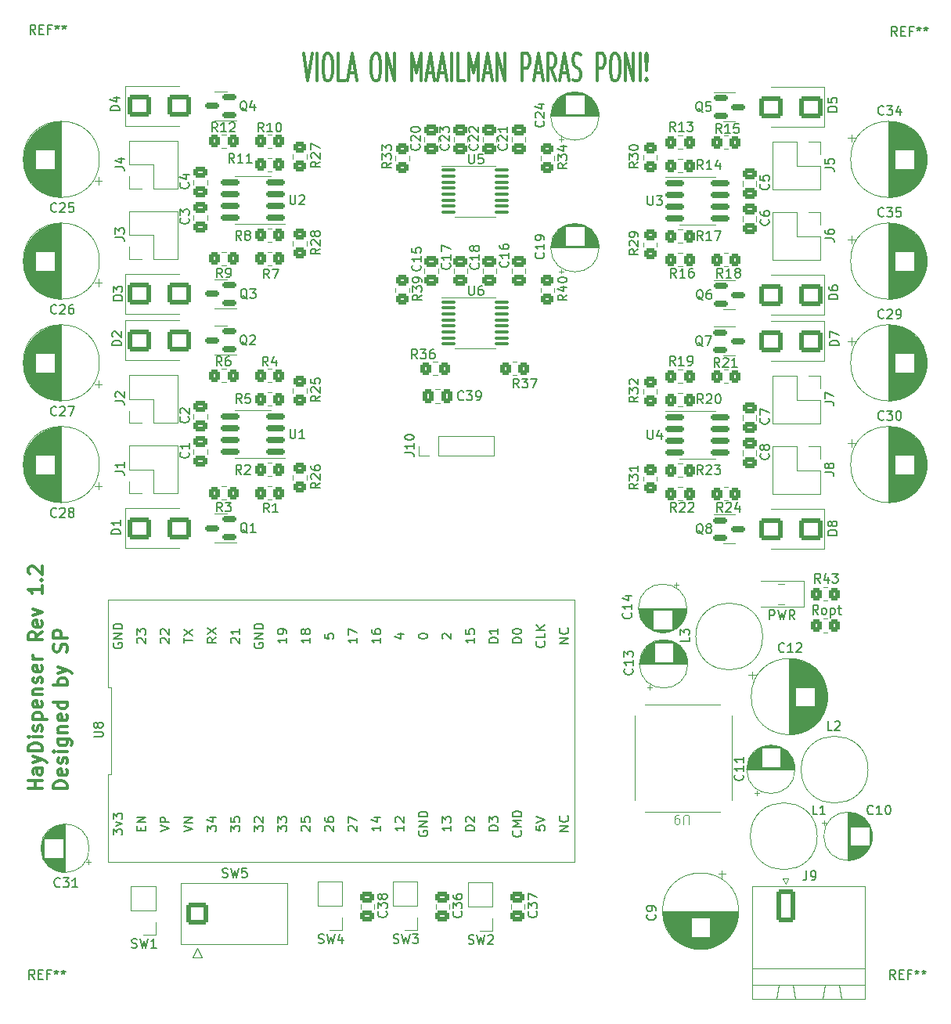
<source format=gto>
G04 #@! TF.GenerationSoftware,KiCad,Pcbnew,7.0.3*
G04 #@! TF.CreationDate,2023-07-04T11:33:37+03:00*
G04 #@! TF.ProjectId,horse_feeder,686f7273-655f-4666-9565-6465722e6b69,rev?*
G04 #@! TF.SameCoordinates,Original*
G04 #@! TF.FileFunction,Legend,Top*
G04 #@! TF.FilePolarity,Positive*
%FSLAX46Y46*%
G04 Gerber Fmt 4.6, Leading zero omitted, Abs format (unit mm)*
G04 Created by KiCad (PCBNEW 7.0.3) date 2023-07-04 11:33:37*
%MOMM*%
%LPD*%
G01*
G04 APERTURE LIST*
G04 Aperture macros list*
%AMRoundRect*
0 Rectangle with rounded corners*
0 $1 Rounding radius*
0 $2 $3 $4 $5 $6 $7 $8 $9 X,Y pos of 4 corners*
0 Add a 4 corners polygon primitive as box body*
4,1,4,$2,$3,$4,$5,$6,$7,$8,$9,$2,$3,0*
0 Add four circle primitives for the rounded corners*
1,1,$1+$1,$2,$3*
1,1,$1+$1,$4,$5*
1,1,$1+$1,$6,$7*
1,1,$1+$1,$8,$9*
0 Add four rect primitives between the rounded corners*
20,1,$1+$1,$2,$3,$4,$5,0*
20,1,$1+$1,$4,$5,$6,$7,0*
20,1,$1+$1,$6,$7,$8,$9,0*
20,1,$1+$1,$8,$9,$2,$3,0*%
G04 Aperture macros list end*
%ADD10C,0.300000*%
%ADD11C,0.150000*%
%ADD12C,0.100000*%
%ADD13C,0.120000*%
%ADD14R,1.700000X1.700000*%
%ADD15O,1.700000X1.700000*%
%ADD16R,1.600000X1.600000*%
%ADD17C,1.600000*%
%ADD18RoundRect,0.150000X0.825000X0.150000X-0.825000X0.150000X-0.825000X-0.150000X0.825000X-0.150000X0*%
%ADD19R,2.290000X3.000000*%
%ADD20RoundRect,0.100000X-0.637500X-0.100000X0.637500X-0.100000X0.637500X0.100000X-0.637500X0.100000X0*%
%ADD21RoundRect,0.250000X-0.350000X-0.450000X0.350000X-0.450000X0.350000X0.450000X-0.350000X0.450000X0*%
%ADD22RoundRect,0.250000X-0.450000X0.350000X-0.450000X-0.350000X0.450000X-0.350000X0.450000X0.350000X0*%
%ADD23RoundRect,0.250000X-0.475000X0.337500X-0.475000X-0.337500X0.475000X-0.337500X0.475000X0.337500X0*%
%ADD24RoundRect,0.250000X-1.000000X-0.900000X1.000000X-0.900000X1.000000X0.900000X-1.000000X0.900000X0*%
%ADD25RoundRect,0.250000X0.475000X-0.337500X0.475000X0.337500X-0.475000X0.337500X-0.475000X-0.337500X0*%
%ADD26RoundRect,0.250000X1.000000X0.900000X-1.000000X0.900000X-1.000000X-0.900000X1.000000X-0.900000X0*%
%ADD27C,5.600000*%
%ADD28RoundRect,0.150000X-0.825000X-0.150000X0.825000X-0.150000X0.825000X0.150000X-0.825000X0.150000X0*%
%ADD29RoundRect,0.250000X0.350000X0.450000X-0.350000X0.450000X-0.350000X-0.450000X0.350000X-0.450000X0*%
%ADD30C,2.600000*%
%ADD31RoundRect,0.250000X-0.750000X-1.550000X0.750000X-1.550000X0.750000X1.550000X-0.750000X1.550000X0*%
%ADD32O,2.000000X3.600000*%
%ADD33R,2.000000X2.000000*%
%ADD34RoundRect,0.150000X0.587500X0.150000X-0.587500X0.150000X-0.587500X-0.150000X0.587500X-0.150000X0*%
%ADD35RoundRect,0.250000X0.450000X-0.350000X0.450000X0.350000X-0.450000X0.350000X-0.450000X-0.350000X0*%
%ADD36O,1.200000X2.000000*%
%ADD37RoundRect,0.150000X-0.587500X-0.150000X0.587500X-0.150000X0.587500X0.150000X-0.587500X0.150000X0*%
%ADD38R,1.550000X2.200000*%
%ADD39RoundRect,0.250000X-0.337500X-0.475000X0.337500X-0.475000X0.337500X0.475000X-0.337500X0.475000X0*%
%ADD40R,1.350000X1.350000*%
%ADD41O,1.350000X1.350000*%
%ADD42RoundRect,0.250001X-0.949999X-0.949999X0.949999X-0.949999X0.949999X0.949999X-0.949999X0.949999X0*%
%ADD43C,2.400000*%
G04 APERTURE END LIST*
D10*
X25900828Y-161045489D02*
X24400828Y-161045489D01*
X24400828Y-161045489D02*
X24400828Y-160688346D01*
X24400828Y-160688346D02*
X24472257Y-160474060D01*
X24472257Y-160474060D02*
X24615114Y-160331203D01*
X24615114Y-160331203D02*
X24757971Y-160259774D01*
X24757971Y-160259774D02*
X25043685Y-160188346D01*
X25043685Y-160188346D02*
X25257971Y-160188346D01*
X25257971Y-160188346D02*
X25543685Y-160259774D01*
X25543685Y-160259774D02*
X25686542Y-160331203D01*
X25686542Y-160331203D02*
X25829400Y-160474060D01*
X25829400Y-160474060D02*
X25900828Y-160688346D01*
X25900828Y-160688346D02*
X25900828Y-161045489D01*
X25829400Y-158974060D02*
X25900828Y-159116917D01*
X25900828Y-159116917D02*
X25900828Y-159402632D01*
X25900828Y-159402632D02*
X25829400Y-159545489D01*
X25829400Y-159545489D02*
X25686542Y-159616917D01*
X25686542Y-159616917D02*
X25115114Y-159616917D01*
X25115114Y-159616917D02*
X24972257Y-159545489D01*
X24972257Y-159545489D02*
X24900828Y-159402632D01*
X24900828Y-159402632D02*
X24900828Y-159116917D01*
X24900828Y-159116917D02*
X24972257Y-158974060D01*
X24972257Y-158974060D02*
X25115114Y-158902632D01*
X25115114Y-158902632D02*
X25257971Y-158902632D01*
X25257971Y-158902632D02*
X25400828Y-159616917D01*
X25829400Y-158331203D02*
X25900828Y-158188346D01*
X25900828Y-158188346D02*
X25900828Y-157902632D01*
X25900828Y-157902632D02*
X25829400Y-157759775D01*
X25829400Y-157759775D02*
X25686542Y-157688346D01*
X25686542Y-157688346D02*
X25615114Y-157688346D01*
X25615114Y-157688346D02*
X25472257Y-157759775D01*
X25472257Y-157759775D02*
X25400828Y-157902632D01*
X25400828Y-157902632D02*
X25400828Y-158116918D01*
X25400828Y-158116918D02*
X25329400Y-158259775D01*
X25329400Y-158259775D02*
X25186542Y-158331203D01*
X25186542Y-158331203D02*
X25115114Y-158331203D01*
X25115114Y-158331203D02*
X24972257Y-158259775D01*
X24972257Y-158259775D02*
X24900828Y-158116918D01*
X24900828Y-158116918D02*
X24900828Y-157902632D01*
X24900828Y-157902632D02*
X24972257Y-157759775D01*
X25900828Y-157045489D02*
X24900828Y-157045489D01*
X24400828Y-157045489D02*
X24472257Y-157116917D01*
X24472257Y-157116917D02*
X24543685Y-157045489D01*
X24543685Y-157045489D02*
X24472257Y-156974060D01*
X24472257Y-156974060D02*
X24400828Y-157045489D01*
X24400828Y-157045489D02*
X24543685Y-157045489D01*
X24900828Y-155688346D02*
X26115114Y-155688346D01*
X26115114Y-155688346D02*
X26257971Y-155759774D01*
X26257971Y-155759774D02*
X26329400Y-155831203D01*
X26329400Y-155831203D02*
X26400828Y-155974060D01*
X26400828Y-155974060D02*
X26400828Y-156188346D01*
X26400828Y-156188346D02*
X26329400Y-156331203D01*
X25829400Y-155688346D02*
X25900828Y-155831203D01*
X25900828Y-155831203D02*
X25900828Y-156116917D01*
X25900828Y-156116917D02*
X25829400Y-156259774D01*
X25829400Y-156259774D02*
X25757971Y-156331203D01*
X25757971Y-156331203D02*
X25615114Y-156402631D01*
X25615114Y-156402631D02*
X25186542Y-156402631D01*
X25186542Y-156402631D02*
X25043685Y-156331203D01*
X25043685Y-156331203D02*
X24972257Y-156259774D01*
X24972257Y-156259774D02*
X24900828Y-156116917D01*
X24900828Y-156116917D02*
X24900828Y-155831203D01*
X24900828Y-155831203D02*
X24972257Y-155688346D01*
X24900828Y-154974060D02*
X25900828Y-154974060D01*
X25043685Y-154974060D02*
X24972257Y-154902631D01*
X24972257Y-154902631D02*
X24900828Y-154759774D01*
X24900828Y-154759774D02*
X24900828Y-154545488D01*
X24900828Y-154545488D02*
X24972257Y-154402631D01*
X24972257Y-154402631D02*
X25115114Y-154331203D01*
X25115114Y-154331203D02*
X25900828Y-154331203D01*
X25829400Y-153045488D02*
X25900828Y-153188345D01*
X25900828Y-153188345D02*
X25900828Y-153474060D01*
X25900828Y-153474060D02*
X25829400Y-153616917D01*
X25829400Y-153616917D02*
X25686542Y-153688345D01*
X25686542Y-153688345D02*
X25115114Y-153688345D01*
X25115114Y-153688345D02*
X24972257Y-153616917D01*
X24972257Y-153616917D02*
X24900828Y-153474060D01*
X24900828Y-153474060D02*
X24900828Y-153188345D01*
X24900828Y-153188345D02*
X24972257Y-153045488D01*
X24972257Y-153045488D02*
X25115114Y-152974060D01*
X25115114Y-152974060D02*
X25257971Y-152974060D01*
X25257971Y-152974060D02*
X25400828Y-153688345D01*
X25900828Y-151688346D02*
X24400828Y-151688346D01*
X25829400Y-151688346D02*
X25900828Y-151831203D01*
X25900828Y-151831203D02*
X25900828Y-152116917D01*
X25900828Y-152116917D02*
X25829400Y-152259774D01*
X25829400Y-152259774D02*
X25757971Y-152331203D01*
X25757971Y-152331203D02*
X25615114Y-152402631D01*
X25615114Y-152402631D02*
X25186542Y-152402631D01*
X25186542Y-152402631D02*
X25043685Y-152331203D01*
X25043685Y-152331203D02*
X24972257Y-152259774D01*
X24972257Y-152259774D02*
X24900828Y-152116917D01*
X24900828Y-152116917D02*
X24900828Y-151831203D01*
X24900828Y-151831203D02*
X24972257Y-151688346D01*
X25900828Y-149831203D02*
X24400828Y-149831203D01*
X24972257Y-149831203D02*
X24900828Y-149688346D01*
X24900828Y-149688346D02*
X24900828Y-149402631D01*
X24900828Y-149402631D02*
X24972257Y-149259774D01*
X24972257Y-149259774D02*
X25043685Y-149188346D01*
X25043685Y-149188346D02*
X25186542Y-149116917D01*
X25186542Y-149116917D02*
X25615114Y-149116917D01*
X25615114Y-149116917D02*
X25757971Y-149188346D01*
X25757971Y-149188346D02*
X25829400Y-149259774D01*
X25829400Y-149259774D02*
X25900828Y-149402631D01*
X25900828Y-149402631D02*
X25900828Y-149688346D01*
X25900828Y-149688346D02*
X25829400Y-149831203D01*
X24900828Y-148616917D02*
X25900828Y-148259774D01*
X24900828Y-147902631D02*
X25900828Y-148259774D01*
X25900828Y-148259774D02*
X26257971Y-148402631D01*
X26257971Y-148402631D02*
X26329400Y-148474060D01*
X26329400Y-148474060D02*
X26400828Y-148616917D01*
X25829400Y-146259774D02*
X25900828Y-146045489D01*
X25900828Y-146045489D02*
X25900828Y-145688346D01*
X25900828Y-145688346D02*
X25829400Y-145545489D01*
X25829400Y-145545489D02*
X25757971Y-145474060D01*
X25757971Y-145474060D02*
X25615114Y-145402631D01*
X25615114Y-145402631D02*
X25472257Y-145402631D01*
X25472257Y-145402631D02*
X25329400Y-145474060D01*
X25329400Y-145474060D02*
X25257971Y-145545489D01*
X25257971Y-145545489D02*
X25186542Y-145688346D01*
X25186542Y-145688346D02*
X25115114Y-145974060D01*
X25115114Y-145974060D02*
X25043685Y-146116917D01*
X25043685Y-146116917D02*
X24972257Y-146188346D01*
X24972257Y-146188346D02*
X24829400Y-146259774D01*
X24829400Y-146259774D02*
X24686542Y-146259774D01*
X24686542Y-146259774D02*
X24543685Y-146188346D01*
X24543685Y-146188346D02*
X24472257Y-146116917D01*
X24472257Y-146116917D02*
X24400828Y-145974060D01*
X24400828Y-145974060D02*
X24400828Y-145616917D01*
X24400828Y-145616917D02*
X24472257Y-145402631D01*
X25900828Y-144759775D02*
X24400828Y-144759775D01*
X24400828Y-144759775D02*
X24400828Y-144188346D01*
X24400828Y-144188346D02*
X24472257Y-144045489D01*
X24472257Y-144045489D02*
X24543685Y-143974060D01*
X24543685Y-143974060D02*
X24686542Y-143902632D01*
X24686542Y-143902632D02*
X24900828Y-143902632D01*
X24900828Y-143902632D02*
X25043685Y-143974060D01*
X25043685Y-143974060D02*
X25115114Y-144045489D01*
X25115114Y-144045489D02*
X25186542Y-144188346D01*
X25186542Y-144188346D02*
X25186542Y-144759775D01*
X23200828Y-161045489D02*
X21700828Y-161045489D01*
X22415114Y-161045489D02*
X22415114Y-160188346D01*
X23200828Y-160188346D02*
X21700828Y-160188346D01*
X23200828Y-158831203D02*
X22415114Y-158831203D01*
X22415114Y-158831203D02*
X22272257Y-158902631D01*
X22272257Y-158902631D02*
X22200828Y-159045488D01*
X22200828Y-159045488D02*
X22200828Y-159331203D01*
X22200828Y-159331203D02*
X22272257Y-159474060D01*
X23129400Y-158831203D02*
X23200828Y-158974060D01*
X23200828Y-158974060D02*
X23200828Y-159331203D01*
X23200828Y-159331203D02*
X23129400Y-159474060D01*
X23129400Y-159474060D02*
X22986542Y-159545488D01*
X22986542Y-159545488D02*
X22843685Y-159545488D01*
X22843685Y-159545488D02*
X22700828Y-159474060D01*
X22700828Y-159474060D02*
X22629400Y-159331203D01*
X22629400Y-159331203D02*
X22629400Y-158974060D01*
X22629400Y-158974060D02*
X22557971Y-158831203D01*
X22200828Y-158259774D02*
X23200828Y-157902631D01*
X22200828Y-157545488D02*
X23200828Y-157902631D01*
X23200828Y-157902631D02*
X23557971Y-158045488D01*
X23557971Y-158045488D02*
X23629400Y-158116917D01*
X23629400Y-158116917D02*
X23700828Y-158259774D01*
X23200828Y-156974060D02*
X21700828Y-156974060D01*
X21700828Y-156974060D02*
X21700828Y-156616917D01*
X21700828Y-156616917D02*
X21772257Y-156402631D01*
X21772257Y-156402631D02*
X21915114Y-156259774D01*
X21915114Y-156259774D02*
X22057971Y-156188345D01*
X22057971Y-156188345D02*
X22343685Y-156116917D01*
X22343685Y-156116917D02*
X22557971Y-156116917D01*
X22557971Y-156116917D02*
X22843685Y-156188345D01*
X22843685Y-156188345D02*
X22986542Y-156259774D01*
X22986542Y-156259774D02*
X23129400Y-156402631D01*
X23129400Y-156402631D02*
X23200828Y-156616917D01*
X23200828Y-156616917D02*
X23200828Y-156974060D01*
X23200828Y-155474060D02*
X22200828Y-155474060D01*
X21700828Y-155474060D02*
X21772257Y-155545488D01*
X21772257Y-155545488D02*
X21843685Y-155474060D01*
X21843685Y-155474060D02*
X21772257Y-155402631D01*
X21772257Y-155402631D02*
X21700828Y-155474060D01*
X21700828Y-155474060D02*
X21843685Y-155474060D01*
X23129400Y-154831202D02*
X23200828Y-154688345D01*
X23200828Y-154688345D02*
X23200828Y-154402631D01*
X23200828Y-154402631D02*
X23129400Y-154259774D01*
X23129400Y-154259774D02*
X22986542Y-154188345D01*
X22986542Y-154188345D02*
X22915114Y-154188345D01*
X22915114Y-154188345D02*
X22772257Y-154259774D01*
X22772257Y-154259774D02*
X22700828Y-154402631D01*
X22700828Y-154402631D02*
X22700828Y-154616917D01*
X22700828Y-154616917D02*
X22629400Y-154759774D01*
X22629400Y-154759774D02*
X22486542Y-154831202D01*
X22486542Y-154831202D02*
X22415114Y-154831202D01*
X22415114Y-154831202D02*
X22272257Y-154759774D01*
X22272257Y-154759774D02*
X22200828Y-154616917D01*
X22200828Y-154616917D02*
X22200828Y-154402631D01*
X22200828Y-154402631D02*
X22272257Y-154259774D01*
X22200828Y-153545488D02*
X23700828Y-153545488D01*
X22272257Y-153545488D02*
X22200828Y-153402631D01*
X22200828Y-153402631D02*
X22200828Y-153116916D01*
X22200828Y-153116916D02*
X22272257Y-152974059D01*
X22272257Y-152974059D02*
X22343685Y-152902631D01*
X22343685Y-152902631D02*
X22486542Y-152831202D01*
X22486542Y-152831202D02*
X22915114Y-152831202D01*
X22915114Y-152831202D02*
X23057971Y-152902631D01*
X23057971Y-152902631D02*
X23129400Y-152974059D01*
X23129400Y-152974059D02*
X23200828Y-153116916D01*
X23200828Y-153116916D02*
X23200828Y-153402631D01*
X23200828Y-153402631D02*
X23129400Y-153545488D01*
X23129400Y-151616916D02*
X23200828Y-151759773D01*
X23200828Y-151759773D02*
X23200828Y-152045488D01*
X23200828Y-152045488D02*
X23129400Y-152188345D01*
X23129400Y-152188345D02*
X22986542Y-152259773D01*
X22986542Y-152259773D02*
X22415114Y-152259773D01*
X22415114Y-152259773D02*
X22272257Y-152188345D01*
X22272257Y-152188345D02*
X22200828Y-152045488D01*
X22200828Y-152045488D02*
X22200828Y-151759773D01*
X22200828Y-151759773D02*
X22272257Y-151616916D01*
X22272257Y-151616916D02*
X22415114Y-151545488D01*
X22415114Y-151545488D02*
X22557971Y-151545488D01*
X22557971Y-151545488D02*
X22700828Y-152259773D01*
X22200828Y-150902631D02*
X23200828Y-150902631D01*
X22343685Y-150902631D02*
X22272257Y-150831202D01*
X22272257Y-150831202D02*
X22200828Y-150688345D01*
X22200828Y-150688345D02*
X22200828Y-150474059D01*
X22200828Y-150474059D02*
X22272257Y-150331202D01*
X22272257Y-150331202D02*
X22415114Y-150259774D01*
X22415114Y-150259774D02*
X23200828Y-150259774D01*
X23129400Y-149616916D02*
X23200828Y-149474059D01*
X23200828Y-149474059D02*
X23200828Y-149188345D01*
X23200828Y-149188345D02*
X23129400Y-149045488D01*
X23129400Y-149045488D02*
X22986542Y-148974059D01*
X22986542Y-148974059D02*
X22915114Y-148974059D01*
X22915114Y-148974059D02*
X22772257Y-149045488D01*
X22772257Y-149045488D02*
X22700828Y-149188345D01*
X22700828Y-149188345D02*
X22700828Y-149402631D01*
X22700828Y-149402631D02*
X22629400Y-149545488D01*
X22629400Y-149545488D02*
X22486542Y-149616916D01*
X22486542Y-149616916D02*
X22415114Y-149616916D01*
X22415114Y-149616916D02*
X22272257Y-149545488D01*
X22272257Y-149545488D02*
X22200828Y-149402631D01*
X22200828Y-149402631D02*
X22200828Y-149188345D01*
X22200828Y-149188345D02*
X22272257Y-149045488D01*
X23129400Y-147759773D02*
X23200828Y-147902630D01*
X23200828Y-147902630D02*
X23200828Y-148188345D01*
X23200828Y-148188345D02*
X23129400Y-148331202D01*
X23129400Y-148331202D02*
X22986542Y-148402630D01*
X22986542Y-148402630D02*
X22415114Y-148402630D01*
X22415114Y-148402630D02*
X22272257Y-148331202D01*
X22272257Y-148331202D02*
X22200828Y-148188345D01*
X22200828Y-148188345D02*
X22200828Y-147902630D01*
X22200828Y-147902630D02*
X22272257Y-147759773D01*
X22272257Y-147759773D02*
X22415114Y-147688345D01*
X22415114Y-147688345D02*
X22557971Y-147688345D01*
X22557971Y-147688345D02*
X22700828Y-148402630D01*
X23200828Y-147045488D02*
X22200828Y-147045488D01*
X22486542Y-147045488D02*
X22343685Y-146974059D01*
X22343685Y-146974059D02*
X22272257Y-146902631D01*
X22272257Y-146902631D02*
X22200828Y-146759773D01*
X22200828Y-146759773D02*
X22200828Y-146616916D01*
X23200828Y-144116917D02*
X22486542Y-144616917D01*
X23200828Y-144974060D02*
X21700828Y-144974060D01*
X21700828Y-144974060D02*
X21700828Y-144402631D01*
X21700828Y-144402631D02*
X21772257Y-144259774D01*
X21772257Y-144259774D02*
X21843685Y-144188345D01*
X21843685Y-144188345D02*
X21986542Y-144116917D01*
X21986542Y-144116917D02*
X22200828Y-144116917D01*
X22200828Y-144116917D02*
X22343685Y-144188345D01*
X22343685Y-144188345D02*
X22415114Y-144259774D01*
X22415114Y-144259774D02*
X22486542Y-144402631D01*
X22486542Y-144402631D02*
X22486542Y-144974060D01*
X23129400Y-142902631D02*
X23200828Y-143045488D01*
X23200828Y-143045488D02*
X23200828Y-143331203D01*
X23200828Y-143331203D02*
X23129400Y-143474060D01*
X23129400Y-143474060D02*
X22986542Y-143545488D01*
X22986542Y-143545488D02*
X22415114Y-143545488D01*
X22415114Y-143545488D02*
X22272257Y-143474060D01*
X22272257Y-143474060D02*
X22200828Y-143331203D01*
X22200828Y-143331203D02*
X22200828Y-143045488D01*
X22200828Y-143045488D02*
X22272257Y-142902631D01*
X22272257Y-142902631D02*
X22415114Y-142831203D01*
X22415114Y-142831203D02*
X22557971Y-142831203D01*
X22557971Y-142831203D02*
X22700828Y-143545488D01*
X22200828Y-142331203D02*
X23200828Y-141974060D01*
X23200828Y-141974060D02*
X22200828Y-141616917D01*
X23200828Y-139116917D02*
X23200828Y-139974060D01*
X23200828Y-139545489D02*
X21700828Y-139545489D01*
X21700828Y-139545489D02*
X21915114Y-139688346D01*
X21915114Y-139688346D02*
X22057971Y-139831203D01*
X22057971Y-139831203D02*
X22129400Y-139974060D01*
X23057971Y-138474061D02*
X23129400Y-138402632D01*
X23129400Y-138402632D02*
X23200828Y-138474061D01*
X23200828Y-138474061D02*
X23129400Y-138545489D01*
X23129400Y-138545489D02*
X23057971Y-138474061D01*
X23057971Y-138474061D02*
X23200828Y-138474061D01*
X21843685Y-137831203D02*
X21772257Y-137759775D01*
X21772257Y-137759775D02*
X21700828Y-137616918D01*
X21700828Y-137616918D02*
X21700828Y-137259775D01*
X21700828Y-137259775D02*
X21772257Y-137116918D01*
X21772257Y-137116918D02*
X21843685Y-137045489D01*
X21843685Y-137045489D02*
X21986542Y-136974060D01*
X21986542Y-136974060D02*
X22129400Y-136974060D01*
X22129400Y-136974060D02*
X22343685Y-137045489D01*
X22343685Y-137045489D02*
X23200828Y-137902632D01*
X23200828Y-137902632D02*
X23200828Y-136974060D01*
X51431295Y-81517257D02*
X51931295Y-84517257D01*
X51931295Y-84517257D02*
X52431295Y-81517257D01*
X52931294Y-84517257D02*
X52931294Y-81517257D01*
X53931295Y-81517257D02*
X54217009Y-81517257D01*
X54217009Y-81517257D02*
X54359866Y-81660114D01*
X54359866Y-81660114D02*
X54502723Y-81945828D01*
X54502723Y-81945828D02*
X54574152Y-82517257D01*
X54574152Y-82517257D02*
X54574152Y-83517257D01*
X54574152Y-83517257D02*
X54502723Y-84088685D01*
X54502723Y-84088685D02*
X54359866Y-84374400D01*
X54359866Y-84374400D02*
X54217009Y-84517257D01*
X54217009Y-84517257D02*
X53931295Y-84517257D01*
X53931295Y-84517257D02*
X53788438Y-84374400D01*
X53788438Y-84374400D02*
X53645580Y-84088685D01*
X53645580Y-84088685D02*
X53574152Y-83517257D01*
X53574152Y-83517257D02*
X53574152Y-82517257D01*
X53574152Y-82517257D02*
X53645580Y-81945828D01*
X53645580Y-81945828D02*
X53788438Y-81660114D01*
X53788438Y-81660114D02*
X53931295Y-81517257D01*
X55931295Y-84517257D02*
X55217009Y-84517257D01*
X55217009Y-84517257D02*
X55217009Y-81517257D01*
X56359867Y-83660114D02*
X57074153Y-83660114D01*
X56217010Y-84517257D02*
X56717010Y-81517257D01*
X56717010Y-81517257D02*
X57217010Y-84517257D01*
X59145581Y-81517257D02*
X59431295Y-81517257D01*
X59431295Y-81517257D02*
X59574152Y-81660114D01*
X59574152Y-81660114D02*
X59717009Y-81945828D01*
X59717009Y-81945828D02*
X59788438Y-82517257D01*
X59788438Y-82517257D02*
X59788438Y-83517257D01*
X59788438Y-83517257D02*
X59717009Y-84088685D01*
X59717009Y-84088685D02*
X59574152Y-84374400D01*
X59574152Y-84374400D02*
X59431295Y-84517257D01*
X59431295Y-84517257D02*
X59145581Y-84517257D01*
X59145581Y-84517257D02*
X59002724Y-84374400D01*
X59002724Y-84374400D02*
X58859866Y-84088685D01*
X58859866Y-84088685D02*
X58788438Y-83517257D01*
X58788438Y-83517257D02*
X58788438Y-82517257D01*
X58788438Y-82517257D02*
X58859866Y-81945828D01*
X58859866Y-81945828D02*
X59002724Y-81660114D01*
X59002724Y-81660114D02*
X59145581Y-81517257D01*
X60431295Y-84517257D02*
X60431295Y-81517257D01*
X60431295Y-81517257D02*
X61288438Y-84517257D01*
X61288438Y-84517257D02*
X61288438Y-81517257D01*
X63145581Y-84517257D02*
X63145581Y-81517257D01*
X63145581Y-81517257D02*
X63645581Y-83660114D01*
X63645581Y-83660114D02*
X64145581Y-81517257D01*
X64145581Y-81517257D02*
X64145581Y-84517257D01*
X64788439Y-83660114D02*
X65502725Y-83660114D01*
X64645582Y-84517257D02*
X65145582Y-81517257D01*
X65145582Y-81517257D02*
X65645582Y-84517257D01*
X66074153Y-83660114D02*
X66788439Y-83660114D01*
X65931296Y-84517257D02*
X66431296Y-81517257D01*
X66431296Y-81517257D02*
X66931296Y-84517257D01*
X67431295Y-84517257D02*
X67431295Y-81517257D01*
X68859867Y-84517257D02*
X68145581Y-84517257D01*
X68145581Y-84517257D02*
X68145581Y-81517257D01*
X69359867Y-84517257D02*
X69359867Y-81517257D01*
X69359867Y-81517257D02*
X69859867Y-83660114D01*
X69859867Y-83660114D02*
X70359867Y-81517257D01*
X70359867Y-81517257D02*
X70359867Y-84517257D01*
X71002725Y-83660114D02*
X71717011Y-83660114D01*
X70859868Y-84517257D02*
X71359868Y-81517257D01*
X71359868Y-81517257D02*
X71859868Y-84517257D01*
X72359867Y-84517257D02*
X72359867Y-81517257D01*
X72359867Y-81517257D02*
X73217010Y-84517257D01*
X73217010Y-84517257D02*
X73217010Y-81517257D01*
X75074153Y-84517257D02*
X75074153Y-81517257D01*
X75074153Y-81517257D02*
X75645582Y-81517257D01*
X75645582Y-81517257D02*
X75788439Y-81660114D01*
X75788439Y-81660114D02*
X75859868Y-81802971D01*
X75859868Y-81802971D02*
X75931296Y-82088685D01*
X75931296Y-82088685D02*
X75931296Y-82517257D01*
X75931296Y-82517257D02*
X75859868Y-82802971D01*
X75859868Y-82802971D02*
X75788439Y-82945828D01*
X75788439Y-82945828D02*
X75645582Y-83088685D01*
X75645582Y-83088685D02*
X75074153Y-83088685D01*
X76502725Y-83660114D02*
X77217011Y-83660114D01*
X76359868Y-84517257D02*
X76859868Y-81517257D01*
X76859868Y-81517257D02*
X77359868Y-84517257D01*
X78717010Y-84517257D02*
X78217010Y-83088685D01*
X77859867Y-84517257D02*
X77859867Y-81517257D01*
X77859867Y-81517257D02*
X78431296Y-81517257D01*
X78431296Y-81517257D02*
X78574153Y-81660114D01*
X78574153Y-81660114D02*
X78645582Y-81802971D01*
X78645582Y-81802971D02*
X78717010Y-82088685D01*
X78717010Y-82088685D02*
X78717010Y-82517257D01*
X78717010Y-82517257D02*
X78645582Y-82802971D01*
X78645582Y-82802971D02*
X78574153Y-82945828D01*
X78574153Y-82945828D02*
X78431296Y-83088685D01*
X78431296Y-83088685D02*
X77859867Y-83088685D01*
X79288439Y-83660114D02*
X80002725Y-83660114D01*
X79145582Y-84517257D02*
X79645582Y-81517257D01*
X79645582Y-81517257D02*
X80145582Y-84517257D01*
X80574153Y-84374400D02*
X80788439Y-84517257D01*
X80788439Y-84517257D02*
X81145581Y-84517257D01*
X81145581Y-84517257D02*
X81288439Y-84374400D01*
X81288439Y-84374400D02*
X81359867Y-84231542D01*
X81359867Y-84231542D02*
X81431296Y-83945828D01*
X81431296Y-83945828D02*
X81431296Y-83660114D01*
X81431296Y-83660114D02*
X81359867Y-83374400D01*
X81359867Y-83374400D02*
X81288439Y-83231542D01*
X81288439Y-83231542D02*
X81145581Y-83088685D01*
X81145581Y-83088685D02*
X80859867Y-82945828D01*
X80859867Y-82945828D02*
X80717010Y-82802971D01*
X80717010Y-82802971D02*
X80645581Y-82660114D01*
X80645581Y-82660114D02*
X80574153Y-82374400D01*
X80574153Y-82374400D02*
X80574153Y-82088685D01*
X80574153Y-82088685D02*
X80645581Y-81802971D01*
X80645581Y-81802971D02*
X80717010Y-81660114D01*
X80717010Y-81660114D02*
X80859867Y-81517257D01*
X80859867Y-81517257D02*
X81217010Y-81517257D01*
X81217010Y-81517257D02*
X81431296Y-81660114D01*
X83217009Y-84517257D02*
X83217009Y-81517257D01*
X83217009Y-81517257D02*
X83788438Y-81517257D01*
X83788438Y-81517257D02*
X83931295Y-81660114D01*
X83931295Y-81660114D02*
X84002724Y-81802971D01*
X84002724Y-81802971D02*
X84074152Y-82088685D01*
X84074152Y-82088685D02*
X84074152Y-82517257D01*
X84074152Y-82517257D02*
X84002724Y-82802971D01*
X84002724Y-82802971D02*
X83931295Y-82945828D01*
X83931295Y-82945828D02*
X83788438Y-83088685D01*
X83788438Y-83088685D02*
X83217009Y-83088685D01*
X85002724Y-81517257D02*
X85288438Y-81517257D01*
X85288438Y-81517257D02*
X85431295Y-81660114D01*
X85431295Y-81660114D02*
X85574152Y-81945828D01*
X85574152Y-81945828D02*
X85645581Y-82517257D01*
X85645581Y-82517257D02*
X85645581Y-83517257D01*
X85645581Y-83517257D02*
X85574152Y-84088685D01*
X85574152Y-84088685D02*
X85431295Y-84374400D01*
X85431295Y-84374400D02*
X85288438Y-84517257D01*
X85288438Y-84517257D02*
X85002724Y-84517257D01*
X85002724Y-84517257D02*
X84859867Y-84374400D01*
X84859867Y-84374400D02*
X84717009Y-84088685D01*
X84717009Y-84088685D02*
X84645581Y-83517257D01*
X84645581Y-83517257D02*
X84645581Y-82517257D01*
X84645581Y-82517257D02*
X84717009Y-81945828D01*
X84717009Y-81945828D02*
X84859867Y-81660114D01*
X84859867Y-81660114D02*
X85002724Y-81517257D01*
X86288438Y-84517257D02*
X86288438Y-81517257D01*
X86288438Y-81517257D02*
X87145581Y-84517257D01*
X87145581Y-84517257D02*
X87145581Y-81517257D01*
X87859867Y-84517257D02*
X87859867Y-81517257D01*
X88574153Y-84231542D02*
X88645582Y-84374400D01*
X88645582Y-84374400D02*
X88574153Y-84517257D01*
X88574153Y-84517257D02*
X88502725Y-84374400D01*
X88502725Y-84374400D02*
X88574153Y-84231542D01*
X88574153Y-84231542D02*
X88574153Y-84517257D01*
X88574153Y-83374400D02*
X88502725Y-81660114D01*
X88502725Y-81660114D02*
X88574153Y-81517257D01*
X88574153Y-81517257D02*
X88645582Y-81660114D01*
X88645582Y-81660114D02*
X88574153Y-83374400D01*
X88574153Y-83374400D02*
X88574153Y-81517257D01*
D11*
X32865351Y-178237200D02*
X33008208Y-178284819D01*
X33008208Y-178284819D02*
X33246303Y-178284819D01*
X33246303Y-178284819D02*
X33341541Y-178237200D01*
X33341541Y-178237200D02*
X33389160Y-178189580D01*
X33389160Y-178189580D02*
X33436779Y-178094342D01*
X33436779Y-178094342D02*
X33436779Y-177999104D01*
X33436779Y-177999104D02*
X33389160Y-177903866D01*
X33389160Y-177903866D02*
X33341541Y-177856247D01*
X33341541Y-177856247D02*
X33246303Y-177808628D01*
X33246303Y-177808628D02*
X33055827Y-177761009D01*
X33055827Y-177761009D02*
X32960589Y-177713390D01*
X32960589Y-177713390D02*
X32912970Y-177665771D01*
X32912970Y-177665771D02*
X32865351Y-177570533D01*
X32865351Y-177570533D02*
X32865351Y-177475295D01*
X32865351Y-177475295D02*
X32912970Y-177380057D01*
X32912970Y-177380057D02*
X32960589Y-177332438D01*
X32960589Y-177332438D02*
X33055827Y-177284819D01*
X33055827Y-177284819D02*
X33293922Y-177284819D01*
X33293922Y-177284819D02*
X33436779Y-177332438D01*
X33770113Y-177284819D02*
X34008208Y-178284819D01*
X34008208Y-178284819D02*
X34198684Y-177570533D01*
X34198684Y-177570533D02*
X34389160Y-178284819D01*
X34389160Y-178284819D02*
X34627256Y-177284819D01*
X35532017Y-178284819D02*
X34960589Y-178284819D01*
X35246303Y-178284819D02*
X35246303Y-177284819D01*
X35246303Y-177284819D02*
X35151065Y-177427676D01*
X35151065Y-177427676D02*
X35055827Y-177522914D01*
X35055827Y-177522914D02*
X34960589Y-177570533D01*
X87009580Y-148099286D02*
X87057200Y-148146905D01*
X87057200Y-148146905D02*
X87104819Y-148289762D01*
X87104819Y-148289762D02*
X87104819Y-148385000D01*
X87104819Y-148385000D02*
X87057200Y-148527857D01*
X87057200Y-148527857D02*
X86961961Y-148623095D01*
X86961961Y-148623095D02*
X86866723Y-148670714D01*
X86866723Y-148670714D02*
X86676247Y-148718333D01*
X86676247Y-148718333D02*
X86533390Y-148718333D01*
X86533390Y-148718333D02*
X86342914Y-148670714D01*
X86342914Y-148670714D02*
X86247676Y-148623095D01*
X86247676Y-148623095D02*
X86152438Y-148527857D01*
X86152438Y-148527857D02*
X86104819Y-148385000D01*
X86104819Y-148385000D02*
X86104819Y-148289762D01*
X86104819Y-148289762D02*
X86152438Y-148146905D01*
X86152438Y-148146905D02*
X86200057Y-148099286D01*
X87104819Y-147146905D02*
X87104819Y-147718333D01*
X87104819Y-147432619D02*
X86104819Y-147432619D01*
X86104819Y-147432619D02*
X86247676Y-147527857D01*
X86247676Y-147527857D02*
X86342914Y-147623095D01*
X86342914Y-147623095D02*
X86390533Y-147718333D01*
X86104819Y-146813571D02*
X86104819Y-146194524D01*
X86104819Y-146194524D02*
X86485771Y-146527857D01*
X86485771Y-146527857D02*
X86485771Y-146385000D01*
X86485771Y-146385000D02*
X86533390Y-146289762D01*
X86533390Y-146289762D02*
X86581009Y-146242143D01*
X86581009Y-146242143D02*
X86676247Y-146194524D01*
X86676247Y-146194524D02*
X86914342Y-146194524D01*
X86914342Y-146194524D02*
X87009580Y-146242143D01*
X87009580Y-146242143D02*
X87057200Y-146289762D01*
X87057200Y-146289762D02*
X87104819Y-146385000D01*
X87104819Y-146385000D02*
X87104819Y-146670714D01*
X87104819Y-146670714D02*
X87057200Y-146765952D01*
X87057200Y-146765952D02*
X87009580Y-146813571D01*
X49996779Y-122179320D02*
X49996779Y-122988843D01*
X49996779Y-122988843D02*
X50044398Y-123084081D01*
X50044398Y-123084081D02*
X50092017Y-123131701D01*
X50092017Y-123131701D02*
X50187255Y-123179320D01*
X50187255Y-123179320D02*
X50377731Y-123179320D01*
X50377731Y-123179320D02*
X50472969Y-123131701D01*
X50472969Y-123131701D02*
X50520588Y-123084081D01*
X50520588Y-123084081D02*
X50568207Y-122988843D01*
X50568207Y-122988843D02*
X50568207Y-122179320D01*
X51568207Y-123179320D02*
X50996779Y-123179320D01*
X51282493Y-123179320D02*
X51282493Y-122179320D01*
X51282493Y-122179320D02*
X51187255Y-122322177D01*
X51187255Y-122322177D02*
X51092017Y-122417415D01*
X51092017Y-122417415D02*
X50996779Y-122465034D01*
X69334279Y-92445319D02*
X69334279Y-93254842D01*
X69334279Y-93254842D02*
X69381898Y-93350080D01*
X69381898Y-93350080D02*
X69429517Y-93397700D01*
X69429517Y-93397700D02*
X69524755Y-93445319D01*
X69524755Y-93445319D02*
X69715231Y-93445319D01*
X69715231Y-93445319D02*
X69810469Y-93397700D01*
X69810469Y-93397700D02*
X69858088Y-93350080D01*
X69858088Y-93350080D02*
X69905707Y-93254842D01*
X69905707Y-93254842D02*
X69905707Y-92445319D01*
X70858088Y-92445319D02*
X70381898Y-92445319D01*
X70381898Y-92445319D02*
X70334279Y-92921509D01*
X70334279Y-92921509D02*
X70381898Y-92873890D01*
X70381898Y-92873890D02*
X70477136Y-92826271D01*
X70477136Y-92826271D02*
X70715231Y-92826271D01*
X70715231Y-92826271D02*
X70810469Y-92873890D01*
X70810469Y-92873890D02*
X70858088Y-92921509D01*
X70858088Y-92921509D02*
X70905707Y-93016747D01*
X70905707Y-93016747D02*
X70905707Y-93254842D01*
X70905707Y-93254842D02*
X70858088Y-93350080D01*
X70858088Y-93350080D02*
X70810469Y-93397700D01*
X70810469Y-93397700D02*
X70715231Y-93445319D01*
X70715231Y-93445319D02*
X70477136Y-93445319D01*
X70477136Y-93445319D02*
X70381898Y-93397700D01*
X70381898Y-93397700D02*
X70334279Y-93350080D01*
X42652017Y-105769320D02*
X42318684Y-105293129D01*
X42080589Y-105769320D02*
X42080589Y-104769320D01*
X42080589Y-104769320D02*
X42461541Y-104769320D01*
X42461541Y-104769320D02*
X42556779Y-104816939D01*
X42556779Y-104816939D02*
X42604398Y-104864558D01*
X42604398Y-104864558D02*
X42652017Y-104959796D01*
X42652017Y-104959796D02*
X42652017Y-105102653D01*
X42652017Y-105102653D02*
X42604398Y-105197891D01*
X42604398Y-105197891D02*
X42556779Y-105245510D01*
X42556779Y-105245510D02*
X42461541Y-105293129D01*
X42461541Y-105293129D02*
X42080589Y-105293129D01*
X43128208Y-105769320D02*
X43318684Y-105769320D01*
X43318684Y-105769320D02*
X43413922Y-105721701D01*
X43413922Y-105721701D02*
X43461541Y-105674081D01*
X43461541Y-105674081D02*
X43556779Y-105531224D01*
X43556779Y-105531224D02*
X43604398Y-105340748D01*
X43604398Y-105340748D02*
X43604398Y-104959796D01*
X43604398Y-104959796D02*
X43556779Y-104864558D01*
X43556779Y-104864558D02*
X43509160Y-104816939D01*
X43509160Y-104816939D02*
X43413922Y-104769320D01*
X43413922Y-104769320D02*
X43223446Y-104769320D01*
X43223446Y-104769320D02*
X43128208Y-104816939D01*
X43128208Y-104816939D02*
X43080589Y-104864558D01*
X43080589Y-104864558D02*
X43032970Y-104959796D01*
X43032970Y-104959796D02*
X43032970Y-105197891D01*
X43032970Y-105197891D02*
X43080589Y-105293129D01*
X43080589Y-105293129D02*
X43128208Y-105340748D01*
X43128208Y-105340748D02*
X43223446Y-105388367D01*
X43223446Y-105388367D02*
X43413922Y-105388367D01*
X43413922Y-105388367D02*
X43509160Y-105340748D01*
X43509160Y-105340748D02*
X43556779Y-105293129D01*
X43556779Y-105293129D02*
X43604398Y-105197891D01*
X91655826Y-89949320D02*
X91322493Y-89473129D01*
X91084398Y-89949320D02*
X91084398Y-88949320D01*
X91084398Y-88949320D02*
X91465350Y-88949320D01*
X91465350Y-88949320D02*
X91560588Y-88996939D01*
X91560588Y-88996939D02*
X91608207Y-89044558D01*
X91608207Y-89044558D02*
X91655826Y-89139796D01*
X91655826Y-89139796D02*
X91655826Y-89282653D01*
X91655826Y-89282653D02*
X91608207Y-89377891D01*
X91608207Y-89377891D02*
X91560588Y-89425510D01*
X91560588Y-89425510D02*
X91465350Y-89473129D01*
X91465350Y-89473129D02*
X91084398Y-89473129D01*
X92608207Y-89949320D02*
X92036779Y-89949320D01*
X92322493Y-89949320D02*
X92322493Y-88949320D01*
X92322493Y-88949320D02*
X92227255Y-89092177D01*
X92227255Y-89092177D02*
X92132017Y-89187415D01*
X92132017Y-89187415D02*
X92036779Y-89235034D01*
X92941541Y-88949320D02*
X93560588Y-88949320D01*
X93560588Y-88949320D02*
X93227255Y-89330272D01*
X93227255Y-89330272D02*
X93370112Y-89330272D01*
X93370112Y-89330272D02*
X93465350Y-89377891D01*
X93465350Y-89377891D02*
X93512969Y-89425510D01*
X93512969Y-89425510D02*
X93560588Y-89520748D01*
X93560588Y-89520748D02*
X93560588Y-89758843D01*
X93560588Y-89758843D02*
X93512969Y-89854081D01*
X93512969Y-89854081D02*
X93465350Y-89901701D01*
X93465350Y-89901701D02*
X93370112Y-89949320D01*
X93370112Y-89949320D02*
X93084398Y-89949320D01*
X93084398Y-89949320D02*
X92989160Y-89901701D01*
X92989160Y-89901701D02*
X92941541Y-89854081D01*
X60954819Y-93344173D02*
X60478628Y-93677506D01*
X60954819Y-93915601D02*
X59954819Y-93915601D01*
X59954819Y-93915601D02*
X59954819Y-93534649D01*
X59954819Y-93534649D02*
X60002438Y-93439411D01*
X60002438Y-93439411D02*
X60050057Y-93391792D01*
X60050057Y-93391792D02*
X60145295Y-93344173D01*
X60145295Y-93344173D02*
X60288152Y-93344173D01*
X60288152Y-93344173D02*
X60383390Y-93391792D01*
X60383390Y-93391792D02*
X60431009Y-93439411D01*
X60431009Y-93439411D02*
X60478628Y-93534649D01*
X60478628Y-93534649D02*
X60478628Y-93915601D01*
X59954819Y-93010839D02*
X59954819Y-92391792D01*
X59954819Y-92391792D02*
X60335771Y-92725125D01*
X60335771Y-92725125D02*
X60335771Y-92582268D01*
X60335771Y-92582268D02*
X60383390Y-92487030D01*
X60383390Y-92487030D02*
X60431009Y-92439411D01*
X60431009Y-92439411D02*
X60526247Y-92391792D01*
X60526247Y-92391792D02*
X60764342Y-92391792D01*
X60764342Y-92391792D02*
X60859580Y-92439411D01*
X60859580Y-92439411D02*
X60907200Y-92487030D01*
X60907200Y-92487030D02*
X60954819Y-92582268D01*
X60954819Y-92582268D02*
X60954819Y-92867982D01*
X60954819Y-92867982D02*
X60907200Y-92963220D01*
X60907200Y-92963220D02*
X60859580Y-93010839D01*
X59954819Y-92058458D02*
X59954819Y-91439411D01*
X59954819Y-91439411D02*
X60335771Y-91772744D01*
X60335771Y-91772744D02*
X60335771Y-91629887D01*
X60335771Y-91629887D02*
X60383390Y-91534649D01*
X60383390Y-91534649D02*
X60431009Y-91487030D01*
X60431009Y-91487030D02*
X60526247Y-91439411D01*
X60526247Y-91439411D02*
X60764342Y-91439411D01*
X60764342Y-91439411D02*
X60859580Y-91487030D01*
X60859580Y-91487030D02*
X60907200Y-91534649D01*
X60907200Y-91534649D02*
X60954819Y-91629887D01*
X60954819Y-91629887D02*
X60954819Y-91915601D01*
X60954819Y-91915601D02*
X60907200Y-92010839D01*
X60907200Y-92010839D02*
X60859580Y-92058458D01*
X60399580Y-174344173D02*
X60447200Y-174391792D01*
X60447200Y-174391792D02*
X60494819Y-174534649D01*
X60494819Y-174534649D02*
X60494819Y-174629887D01*
X60494819Y-174629887D02*
X60447200Y-174772744D01*
X60447200Y-174772744D02*
X60351961Y-174867982D01*
X60351961Y-174867982D02*
X60256723Y-174915601D01*
X60256723Y-174915601D02*
X60066247Y-174963220D01*
X60066247Y-174963220D02*
X59923390Y-174963220D01*
X59923390Y-174963220D02*
X59732914Y-174915601D01*
X59732914Y-174915601D02*
X59637676Y-174867982D01*
X59637676Y-174867982D02*
X59542438Y-174772744D01*
X59542438Y-174772744D02*
X59494819Y-174629887D01*
X59494819Y-174629887D02*
X59494819Y-174534649D01*
X59494819Y-174534649D02*
X59542438Y-174391792D01*
X59542438Y-174391792D02*
X59590057Y-174344173D01*
X59494819Y-174010839D02*
X59494819Y-173391792D01*
X59494819Y-173391792D02*
X59875771Y-173725125D01*
X59875771Y-173725125D02*
X59875771Y-173582268D01*
X59875771Y-173582268D02*
X59923390Y-173487030D01*
X59923390Y-173487030D02*
X59971009Y-173439411D01*
X59971009Y-173439411D02*
X60066247Y-173391792D01*
X60066247Y-173391792D02*
X60304342Y-173391792D01*
X60304342Y-173391792D02*
X60399580Y-173439411D01*
X60399580Y-173439411D02*
X60447200Y-173487030D01*
X60447200Y-173487030D02*
X60494819Y-173582268D01*
X60494819Y-173582268D02*
X60494819Y-173867982D01*
X60494819Y-173867982D02*
X60447200Y-173963220D01*
X60447200Y-173963220D02*
X60399580Y-174010839D01*
X59923390Y-172820363D02*
X59875771Y-172915601D01*
X59875771Y-172915601D02*
X59828152Y-172963220D01*
X59828152Y-172963220D02*
X59732914Y-173010839D01*
X59732914Y-173010839D02*
X59685295Y-173010839D01*
X59685295Y-173010839D02*
X59590057Y-172963220D01*
X59590057Y-172963220D02*
X59542438Y-172915601D01*
X59542438Y-172915601D02*
X59494819Y-172820363D01*
X59494819Y-172820363D02*
X59494819Y-172629887D01*
X59494819Y-172629887D02*
X59542438Y-172534649D01*
X59542438Y-172534649D02*
X59590057Y-172487030D01*
X59590057Y-172487030D02*
X59685295Y-172439411D01*
X59685295Y-172439411D02*
X59732914Y-172439411D01*
X59732914Y-172439411D02*
X59828152Y-172487030D01*
X59828152Y-172487030D02*
X59875771Y-172534649D01*
X59875771Y-172534649D02*
X59923390Y-172629887D01*
X59923390Y-172629887D02*
X59923390Y-172820363D01*
X59923390Y-172820363D02*
X59971009Y-172915601D01*
X59971009Y-172915601D02*
X60018628Y-172963220D01*
X60018628Y-172963220D02*
X60113866Y-173010839D01*
X60113866Y-173010839D02*
X60304342Y-173010839D01*
X60304342Y-173010839D02*
X60399580Y-172963220D01*
X60399580Y-172963220D02*
X60447200Y-172915601D01*
X60447200Y-172915601D02*
X60494819Y-172820363D01*
X60494819Y-172820363D02*
X60494819Y-172629887D01*
X60494819Y-172629887D02*
X60447200Y-172534649D01*
X60447200Y-172534649D02*
X60399580Y-172487030D01*
X60399580Y-172487030D02*
X60304342Y-172439411D01*
X60304342Y-172439411D02*
X60113866Y-172439411D01*
X60113866Y-172439411D02*
X60018628Y-172487030D01*
X60018628Y-172487030D02*
X59971009Y-172534649D01*
X59971009Y-172534649D02*
X59923390Y-172629887D01*
X31754819Y-113139410D02*
X30754819Y-113139410D01*
X30754819Y-113139410D02*
X30754819Y-112901315D01*
X30754819Y-112901315D02*
X30802438Y-112758458D01*
X30802438Y-112758458D02*
X30897676Y-112663220D01*
X30897676Y-112663220D02*
X30992914Y-112615601D01*
X30992914Y-112615601D02*
X31183390Y-112567982D01*
X31183390Y-112567982D02*
X31326247Y-112567982D01*
X31326247Y-112567982D02*
X31516723Y-112615601D01*
X31516723Y-112615601D02*
X31611961Y-112663220D01*
X31611961Y-112663220D02*
X31707200Y-112758458D01*
X31707200Y-112758458D02*
X31754819Y-112901315D01*
X31754819Y-112901315D02*
X31754819Y-113139410D01*
X30850057Y-112187029D02*
X30802438Y-112139410D01*
X30802438Y-112139410D02*
X30754819Y-112044172D01*
X30754819Y-112044172D02*
X30754819Y-111806077D01*
X30754819Y-111806077D02*
X30802438Y-111710839D01*
X30802438Y-111710839D02*
X30850057Y-111663220D01*
X30850057Y-111663220D02*
X30945295Y-111615601D01*
X30945295Y-111615601D02*
X31040533Y-111615601D01*
X31040533Y-111615601D02*
X31183390Y-111663220D01*
X31183390Y-111663220D02*
X31754819Y-112234648D01*
X31754819Y-112234648D02*
X31754819Y-111615601D01*
X31074819Y-126759150D02*
X31789104Y-126759150D01*
X31789104Y-126759150D02*
X31931961Y-126806769D01*
X31931961Y-126806769D02*
X32027200Y-126902007D01*
X32027200Y-126902007D02*
X32074819Y-127044864D01*
X32074819Y-127044864D02*
X32074819Y-127140102D01*
X32074819Y-125759150D02*
X32074819Y-126330578D01*
X32074819Y-126044864D02*
X31074819Y-126044864D01*
X31074819Y-126044864D02*
X31217676Y-126140102D01*
X31217676Y-126140102D02*
X31312914Y-126235340D01*
X31312914Y-126235340D02*
X31360533Y-126330578D01*
X113055826Y-163759580D02*
X113008207Y-163807200D01*
X113008207Y-163807200D02*
X112865350Y-163854819D01*
X112865350Y-163854819D02*
X112770112Y-163854819D01*
X112770112Y-163854819D02*
X112627255Y-163807200D01*
X112627255Y-163807200D02*
X112532017Y-163711961D01*
X112532017Y-163711961D02*
X112484398Y-163616723D01*
X112484398Y-163616723D02*
X112436779Y-163426247D01*
X112436779Y-163426247D02*
X112436779Y-163283390D01*
X112436779Y-163283390D02*
X112484398Y-163092914D01*
X112484398Y-163092914D02*
X112532017Y-162997676D01*
X112532017Y-162997676D02*
X112627255Y-162902438D01*
X112627255Y-162902438D02*
X112770112Y-162854819D01*
X112770112Y-162854819D02*
X112865350Y-162854819D01*
X112865350Y-162854819D02*
X113008207Y-162902438D01*
X113008207Y-162902438D02*
X113055826Y-162950057D01*
X114008207Y-163854819D02*
X113436779Y-163854819D01*
X113722493Y-163854819D02*
X113722493Y-162854819D01*
X113722493Y-162854819D02*
X113627255Y-162997676D01*
X113627255Y-162997676D02*
X113532017Y-163092914D01*
X113532017Y-163092914D02*
X113436779Y-163140533D01*
X114627255Y-162854819D02*
X114722493Y-162854819D01*
X114722493Y-162854819D02*
X114817731Y-162902438D01*
X114817731Y-162902438D02*
X114865350Y-162950057D01*
X114865350Y-162950057D02*
X114912969Y-163045295D01*
X114912969Y-163045295D02*
X114960588Y-163235771D01*
X114960588Y-163235771D02*
X114960588Y-163473866D01*
X114960588Y-163473866D02*
X114912969Y-163664342D01*
X114912969Y-163664342D02*
X114865350Y-163759580D01*
X114865350Y-163759580D02*
X114817731Y-163807200D01*
X114817731Y-163807200D02*
X114722493Y-163854819D01*
X114722493Y-163854819D02*
X114627255Y-163854819D01*
X114627255Y-163854819D02*
X114532017Y-163807200D01*
X114532017Y-163807200D02*
X114484398Y-163759580D01*
X114484398Y-163759580D02*
X114436779Y-163664342D01*
X114436779Y-163664342D02*
X114389160Y-163473866D01*
X114389160Y-163473866D02*
X114389160Y-163235771D01*
X114389160Y-163235771D02*
X114436779Y-163045295D01*
X114436779Y-163045295D02*
X114484398Y-162950057D01*
X114484398Y-162950057D02*
X114532017Y-162902438D01*
X114532017Y-162902438D02*
X114627255Y-162854819D01*
X69305351Y-177812200D02*
X69448208Y-177859819D01*
X69448208Y-177859819D02*
X69686303Y-177859819D01*
X69686303Y-177859819D02*
X69781541Y-177812200D01*
X69781541Y-177812200D02*
X69829160Y-177764580D01*
X69829160Y-177764580D02*
X69876779Y-177669342D01*
X69876779Y-177669342D02*
X69876779Y-177574104D01*
X69876779Y-177574104D02*
X69829160Y-177478866D01*
X69829160Y-177478866D02*
X69781541Y-177431247D01*
X69781541Y-177431247D02*
X69686303Y-177383628D01*
X69686303Y-177383628D02*
X69495827Y-177336009D01*
X69495827Y-177336009D02*
X69400589Y-177288390D01*
X69400589Y-177288390D02*
X69352970Y-177240771D01*
X69352970Y-177240771D02*
X69305351Y-177145533D01*
X69305351Y-177145533D02*
X69305351Y-177050295D01*
X69305351Y-177050295D02*
X69352970Y-176955057D01*
X69352970Y-176955057D02*
X69400589Y-176907438D01*
X69400589Y-176907438D02*
X69495827Y-176859819D01*
X69495827Y-176859819D02*
X69733922Y-176859819D01*
X69733922Y-176859819D02*
X69876779Y-176907438D01*
X70210113Y-176859819D02*
X70448208Y-177859819D01*
X70448208Y-177859819D02*
X70638684Y-177145533D01*
X70638684Y-177145533D02*
X70829160Y-177859819D01*
X70829160Y-177859819D02*
X71067256Y-176859819D01*
X71400589Y-176955057D02*
X71448208Y-176907438D01*
X71448208Y-176907438D02*
X71543446Y-176859819D01*
X71543446Y-176859819D02*
X71781541Y-176859819D01*
X71781541Y-176859819D02*
X71876779Y-176907438D01*
X71876779Y-176907438D02*
X71924398Y-176955057D01*
X71924398Y-176955057D02*
X71972017Y-177050295D01*
X71972017Y-177050295D02*
X71972017Y-177145533D01*
X71972017Y-177145533D02*
X71924398Y-177288390D01*
X71924398Y-177288390D02*
X71352970Y-177859819D01*
X71352970Y-177859819D02*
X71972017Y-177859819D01*
X114205826Y-99109580D02*
X114158207Y-99157200D01*
X114158207Y-99157200D02*
X114015350Y-99204819D01*
X114015350Y-99204819D02*
X113920112Y-99204819D01*
X113920112Y-99204819D02*
X113777255Y-99157200D01*
X113777255Y-99157200D02*
X113682017Y-99061961D01*
X113682017Y-99061961D02*
X113634398Y-98966723D01*
X113634398Y-98966723D02*
X113586779Y-98776247D01*
X113586779Y-98776247D02*
X113586779Y-98633390D01*
X113586779Y-98633390D02*
X113634398Y-98442914D01*
X113634398Y-98442914D02*
X113682017Y-98347676D01*
X113682017Y-98347676D02*
X113777255Y-98252438D01*
X113777255Y-98252438D02*
X113920112Y-98204819D01*
X113920112Y-98204819D02*
X114015350Y-98204819D01*
X114015350Y-98204819D02*
X114158207Y-98252438D01*
X114158207Y-98252438D02*
X114205826Y-98300057D01*
X114539160Y-98204819D02*
X115158207Y-98204819D01*
X115158207Y-98204819D02*
X114824874Y-98585771D01*
X114824874Y-98585771D02*
X114967731Y-98585771D01*
X114967731Y-98585771D02*
X115062969Y-98633390D01*
X115062969Y-98633390D02*
X115110588Y-98681009D01*
X115110588Y-98681009D02*
X115158207Y-98776247D01*
X115158207Y-98776247D02*
X115158207Y-99014342D01*
X115158207Y-99014342D02*
X115110588Y-99109580D01*
X115110588Y-99109580D02*
X115062969Y-99157200D01*
X115062969Y-99157200D02*
X114967731Y-99204819D01*
X114967731Y-99204819D02*
X114682017Y-99204819D01*
X114682017Y-99204819D02*
X114586779Y-99157200D01*
X114586779Y-99157200D02*
X114539160Y-99109580D01*
X116062969Y-98204819D02*
X115586779Y-98204819D01*
X115586779Y-98204819D02*
X115539160Y-98681009D01*
X115539160Y-98681009D02*
X115586779Y-98633390D01*
X115586779Y-98633390D02*
X115682017Y-98585771D01*
X115682017Y-98585771D02*
X115920112Y-98585771D01*
X115920112Y-98585771D02*
X116015350Y-98633390D01*
X116015350Y-98633390D02*
X116062969Y-98681009D01*
X116062969Y-98681009D02*
X116110588Y-98776247D01*
X116110588Y-98776247D02*
X116110588Y-99014342D01*
X116110588Y-99014342D02*
X116062969Y-99109580D01*
X116062969Y-99109580D02*
X116015350Y-99157200D01*
X116015350Y-99157200D02*
X115920112Y-99204819D01*
X115920112Y-99204819D02*
X115682017Y-99204819D01*
X115682017Y-99204819D02*
X115586779Y-99157200D01*
X115586779Y-99157200D02*
X115539160Y-99109580D01*
X61185351Y-177737200D02*
X61328208Y-177784819D01*
X61328208Y-177784819D02*
X61566303Y-177784819D01*
X61566303Y-177784819D02*
X61661541Y-177737200D01*
X61661541Y-177737200D02*
X61709160Y-177689580D01*
X61709160Y-177689580D02*
X61756779Y-177594342D01*
X61756779Y-177594342D02*
X61756779Y-177499104D01*
X61756779Y-177499104D02*
X61709160Y-177403866D01*
X61709160Y-177403866D02*
X61661541Y-177356247D01*
X61661541Y-177356247D02*
X61566303Y-177308628D01*
X61566303Y-177308628D02*
X61375827Y-177261009D01*
X61375827Y-177261009D02*
X61280589Y-177213390D01*
X61280589Y-177213390D02*
X61232970Y-177165771D01*
X61232970Y-177165771D02*
X61185351Y-177070533D01*
X61185351Y-177070533D02*
X61185351Y-176975295D01*
X61185351Y-176975295D02*
X61232970Y-176880057D01*
X61232970Y-176880057D02*
X61280589Y-176832438D01*
X61280589Y-176832438D02*
X61375827Y-176784819D01*
X61375827Y-176784819D02*
X61613922Y-176784819D01*
X61613922Y-176784819D02*
X61756779Y-176832438D01*
X62090113Y-176784819D02*
X62328208Y-177784819D01*
X62328208Y-177784819D02*
X62518684Y-177070533D01*
X62518684Y-177070533D02*
X62709160Y-177784819D01*
X62709160Y-177784819D02*
X62947256Y-176784819D01*
X63232970Y-176784819D02*
X63852017Y-176784819D01*
X63852017Y-176784819D02*
X63518684Y-177165771D01*
X63518684Y-177165771D02*
X63661541Y-177165771D01*
X63661541Y-177165771D02*
X63756779Y-177213390D01*
X63756779Y-177213390D02*
X63804398Y-177261009D01*
X63804398Y-177261009D02*
X63852017Y-177356247D01*
X63852017Y-177356247D02*
X63852017Y-177594342D01*
X63852017Y-177594342D02*
X63804398Y-177689580D01*
X63804398Y-177689580D02*
X63756779Y-177737200D01*
X63756779Y-177737200D02*
X63661541Y-177784819D01*
X63661541Y-177784819D02*
X63375827Y-177784819D01*
X63375827Y-177784819D02*
X63280589Y-177737200D01*
X63280589Y-177737200D02*
X63232970Y-177689580D01*
X101729580Y-95672483D02*
X101777200Y-95720102D01*
X101777200Y-95720102D02*
X101824819Y-95862959D01*
X101824819Y-95862959D02*
X101824819Y-95958197D01*
X101824819Y-95958197D02*
X101777200Y-96101054D01*
X101777200Y-96101054D02*
X101681961Y-96196292D01*
X101681961Y-96196292D02*
X101586723Y-96243911D01*
X101586723Y-96243911D02*
X101396247Y-96291530D01*
X101396247Y-96291530D02*
X101253390Y-96291530D01*
X101253390Y-96291530D02*
X101062914Y-96243911D01*
X101062914Y-96243911D02*
X100967676Y-96196292D01*
X100967676Y-96196292D02*
X100872438Y-96101054D01*
X100872438Y-96101054D02*
X100824819Y-95958197D01*
X100824819Y-95958197D02*
X100824819Y-95862959D01*
X100824819Y-95862959D02*
X100872438Y-95720102D01*
X100872438Y-95720102D02*
X100920057Y-95672483D01*
X100824819Y-94767721D02*
X100824819Y-95243911D01*
X100824819Y-95243911D02*
X101301009Y-95291530D01*
X101301009Y-95291530D02*
X101253390Y-95243911D01*
X101253390Y-95243911D02*
X101205771Y-95148673D01*
X101205771Y-95148673D02*
X101205771Y-94910578D01*
X101205771Y-94910578D02*
X101253390Y-94815340D01*
X101253390Y-94815340D02*
X101301009Y-94767721D01*
X101301009Y-94767721D02*
X101396247Y-94720102D01*
X101396247Y-94720102D02*
X101634342Y-94720102D01*
X101634342Y-94720102D02*
X101729580Y-94767721D01*
X101729580Y-94767721D02*
X101777200Y-94815340D01*
X101777200Y-94815340D02*
X101824819Y-94910578D01*
X101824819Y-94910578D02*
X101824819Y-95148673D01*
X101824819Y-95148673D02*
X101777200Y-95243911D01*
X101777200Y-95243911D02*
X101729580Y-95291530D01*
X42652017Y-131089320D02*
X42318684Y-130613129D01*
X42080589Y-131089320D02*
X42080589Y-130089320D01*
X42080589Y-130089320D02*
X42461541Y-130089320D01*
X42461541Y-130089320D02*
X42556779Y-130136939D01*
X42556779Y-130136939D02*
X42604398Y-130184558D01*
X42604398Y-130184558D02*
X42652017Y-130279796D01*
X42652017Y-130279796D02*
X42652017Y-130422653D01*
X42652017Y-130422653D02*
X42604398Y-130517891D01*
X42604398Y-130517891D02*
X42556779Y-130565510D01*
X42556779Y-130565510D02*
X42461541Y-130613129D01*
X42461541Y-130613129D02*
X42080589Y-130613129D01*
X42985351Y-130089320D02*
X43604398Y-130089320D01*
X43604398Y-130089320D02*
X43271065Y-130470272D01*
X43271065Y-130470272D02*
X43413922Y-130470272D01*
X43413922Y-130470272D02*
X43509160Y-130517891D01*
X43509160Y-130517891D02*
X43556779Y-130565510D01*
X43556779Y-130565510D02*
X43604398Y-130660748D01*
X43604398Y-130660748D02*
X43604398Y-130898843D01*
X43604398Y-130898843D02*
X43556779Y-130994081D01*
X43556779Y-130994081D02*
X43509160Y-131041701D01*
X43509160Y-131041701D02*
X43413922Y-131089320D01*
X43413922Y-131089320D02*
X43128208Y-131089320D01*
X43128208Y-131089320D02*
X43032970Y-131041701D01*
X43032970Y-131041701D02*
X42985351Y-130994081D01*
X91650826Y-115269819D02*
X91317493Y-114793628D01*
X91079398Y-115269819D02*
X91079398Y-114269819D01*
X91079398Y-114269819D02*
X91460350Y-114269819D01*
X91460350Y-114269819D02*
X91555588Y-114317438D01*
X91555588Y-114317438D02*
X91603207Y-114365057D01*
X91603207Y-114365057D02*
X91650826Y-114460295D01*
X91650826Y-114460295D02*
X91650826Y-114603152D01*
X91650826Y-114603152D02*
X91603207Y-114698390D01*
X91603207Y-114698390D02*
X91555588Y-114746009D01*
X91555588Y-114746009D02*
X91460350Y-114793628D01*
X91460350Y-114793628D02*
X91079398Y-114793628D01*
X92603207Y-115269819D02*
X92031779Y-115269819D01*
X92317493Y-115269819D02*
X92317493Y-114269819D01*
X92317493Y-114269819D02*
X92222255Y-114412676D01*
X92222255Y-114412676D02*
X92127017Y-114507914D01*
X92127017Y-114507914D02*
X92031779Y-114555533D01*
X93079398Y-115269819D02*
X93269874Y-115269819D01*
X93269874Y-115269819D02*
X93365112Y-115222200D01*
X93365112Y-115222200D02*
X93412731Y-115174580D01*
X93412731Y-115174580D02*
X93507969Y-115031723D01*
X93507969Y-115031723D02*
X93555588Y-114841247D01*
X93555588Y-114841247D02*
X93555588Y-114460295D01*
X93555588Y-114460295D02*
X93507969Y-114365057D01*
X93507969Y-114365057D02*
X93460350Y-114317438D01*
X93460350Y-114317438D02*
X93365112Y-114269819D01*
X93365112Y-114269819D02*
X93174636Y-114269819D01*
X93174636Y-114269819D02*
X93079398Y-114317438D01*
X93079398Y-114317438D02*
X93031779Y-114365057D01*
X93031779Y-114365057D02*
X92984160Y-114460295D01*
X92984160Y-114460295D02*
X92984160Y-114698390D01*
X92984160Y-114698390D02*
X93031779Y-114793628D01*
X93031779Y-114793628D02*
X93079398Y-114841247D01*
X93079398Y-114841247D02*
X93174636Y-114888866D01*
X93174636Y-114888866D02*
X93365112Y-114888866D01*
X93365112Y-114888866D02*
X93460350Y-114841247D01*
X93460350Y-114841247D02*
X93507969Y-114793628D01*
X93507969Y-114793628D02*
X93555588Y-114698390D01*
X109154819Y-133639410D02*
X108154819Y-133639410D01*
X108154819Y-133639410D02*
X108154819Y-133401315D01*
X108154819Y-133401315D02*
X108202438Y-133258458D01*
X108202438Y-133258458D02*
X108297676Y-133163220D01*
X108297676Y-133163220D02*
X108392914Y-133115601D01*
X108392914Y-133115601D02*
X108583390Y-133067982D01*
X108583390Y-133067982D02*
X108726247Y-133067982D01*
X108726247Y-133067982D02*
X108916723Y-133115601D01*
X108916723Y-133115601D02*
X109011961Y-133163220D01*
X109011961Y-133163220D02*
X109107200Y-133258458D01*
X109107200Y-133258458D02*
X109154819Y-133401315D01*
X109154819Y-133401315D02*
X109154819Y-133639410D01*
X108583390Y-132496553D02*
X108535771Y-132591791D01*
X108535771Y-132591791D02*
X108488152Y-132639410D01*
X108488152Y-132639410D02*
X108392914Y-132687029D01*
X108392914Y-132687029D02*
X108345295Y-132687029D01*
X108345295Y-132687029D02*
X108250057Y-132639410D01*
X108250057Y-132639410D02*
X108202438Y-132591791D01*
X108202438Y-132591791D02*
X108154819Y-132496553D01*
X108154819Y-132496553D02*
X108154819Y-132306077D01*
X108154819Y-132306077D02*
X108202438Y-132210839D01*
X108202438Y-132210839D02*
X108250057Y-132163220D01*
X108250057Y-132163220D02*
X108345295Y-132115601D01*
X108345295Y-132115601D02*
X108392914Y-132115601D01*
X108392914Y-132115601D02*
X108488152Y-132163220D01*
X108488152Y-132163220D02*
X108535771Y-132210839D01*
X108535771Y-132210839D02*
X108583390Y-132306077D01*
X108583390Y-132306077D02*
X108583390Y-132496553D01*
X108583390Y-132496553D02*
X108631009Y-132591791D01*
X108631009Y-132591791D02*
X108678628Y-132639410D01*
X108678628Y-132639410D02*
X108773866Y-132687029D01*
X108773866Y-132687029D02*
X108964342Y-132687029D01*
X108964342Y-132687029D02*
X109059580Y-132639410D01*
X109059580Y-132639410D02*
X109107200Y-132591791D01*
X109107200Y-132591791D02*
X109154819Y-132496553D01*
X109154819Y-132496553D02*
X109154819Y-132306077D01*
X109154819Y-132306077D02*
X109107200Y-132210839D01*
X109107200Y-132210839D02*
X109059580Y-132163220D01*
X109059580Y-132163220D02*
X108964342Y-132115601D01*
X108964342Y-132115601D02*
X108773866Y-132115601D01*
X108773866Y-132115601D02*
X108678628Y-132163220D01*
X108678628Y-132163220D02*
X108631009Y-132210839D01*
X108631009Y-132210839D02*
X108583390Y-132306077D01*
X115465350Y-181654819D02*
X115132017Y-181178628D01*
X114893922Y-181654819D02*
X114893922Y-180654819D01*
X114893922Y-180654819D02*
X115274874Y-180654819D01*
X115274874Y-180654819D02*
X115370112Y-180702438D01*
X115370112Y-180702438D02*
X115417731Y-180750057D01*
X115417731Y-180750057D02*
X115465350Y-180845295D01*
X115465350Y-180845295D02*
X115465350Y-180988152D01*
X115465350Y-180988152D02*
X115417731Y-181083390D01*
X115417731Y-181083390D02*
X115370112Y-181131009D01*
X115370112Y-181131009D02*
X115274874Y-181178628D01*
X115274874Y-181178628D02*
X114893922Y-181178628D01*
X115893922Y-181131009D02*
X116227255Y-181131009D01*
X116370112Y-181654819D02*
X115893922Y-181654819D01*
X115893922Y-181654819D02*
X115893922Y-180654819D01*
X115893922Y-180654819D02*
X116370112Y-180654819D01*
X117132017Y-181131009D02*
X116798684Y-181131009D01*
X116798684Y-181654819D02*
X116798684Y-180654819D01*
X116798684Y-180654819D02*
X117274874Y-180654819D01*
X117798684Y-180654819D02*
X117798684Y-180892914D01*
X117560589Y-180797676D02*
X117798684Y-180892914D01*
X117798684Y-180892914D02*
X118036779Y-180797676D01*
X117655827Y-181083390D02*
X117798684Y-180892914D01*
X117798684Y-180892914D02*
X117941541Y-181083390D01*
X118560589Y-180654819D02*
X118560589Y-180892914D01*
X118322494Y-180797676D02*
X118560589Y-180892914D01*
X118560589Y-180892914D02*
X118798684Y-180797676D01*
X118417732Y-181083390D02*
X118560589Y-180892914D01*
X118560589Y-180892914D02*
X118703446Y-181083390D01*
X64059580Y-104444173D02*
X64107200Y-104491792D01*
X64107200Y-104491792D02*
X64154819Y-104634649D01*
X64154819Y-104634649D02*
X64154819Y-104729887D01*
X64154819Y-104729887D02*
X64107200Y-104872744D01*
X64107200Y-104872744D02*
X64011961Y-104967982D01*
X64011961Y-104967982D02*
X63916723Y-105015601D01*
X63916723Y-105015601D02*
X63726247Y-105063220D01*
X63726247Y-105063220D02*
X63583390Y-105063220D01*
X63583390Y-105063220D02*
X63392914Y-105015601D01*
X63392914Y-105015601D02*
X63297676Y-104967982D01*
X63297676Y-104967982D02*
X63202438Y-104872744D01*
X63202438Y-104872744D02*
X63154819Y-104729887D01*
X63154819Y-104729887D02*
X63154819Y-104634649D01*
X63154819Y-104634649D02*
X63202438Y-104491792D01*
X63202438Y-104491792D02*
X63250057Y-104444173D01*
X64154819Y-103491792D02*
X64154819Y-104063220D01*
X64154819Y-103777506D02*
X63154819Y-103777506D01*
X63154819Y-103777506D02*
X63297676Y-103872744D01*
X63297676Y-103872744D02*
X63392914Y-103967982D01*
X63392914Y-103967982D02*
X63440533Y-104063220D01*
X63154819Y-102587030D02*
X63154819Y-103063220D01*
X63154819Y-103063220D02*
X63631009Y-103110839D01*
X63631009Y-103110839D02*
X63583390Y-103063220D01*
X63583390Y-103063220D02*
X63535771Y-102967982D01*
X63535771Y-102967982D02*
X63535771Y-102729887D01*
X63535771Y-102729887D02*
X63583390Y-102634649D01*
X63583390Y-102634649D02*
X63631009Y-102587030D01*
X63631009Y-102587030D02*
X63726247Y-102539411D01*
X63726247Y-102539411D02*
X63964342Y-102539411D01*
X63964342Y-102539411D02*
X64059580Y-102587030D01*
X64059580Y-102587030D02*
X64107200Y-102634649D01*
X64107200Y-102634649D02*
X64154819Y-102729887D01*
X64154819Y-102729887D02*
X64154819Y-102967982D01*
X64154819Y-102967982D02*
X64107200Y-103063220D01*
X64107200Y-103063220D02*
X64059580Y-103110839D01*
X88671779Y-122259819D02*
X88671779Y-123069342D01*
X88671779Y-123069342D02*
X88719398Y-123164580D01*
X88719398Y-123164580D02*
X88767017Y-123212200D01*
X88767017Y-123212200D02*
X88862255Y-123259819D01*
X88862255Y-123259819D02*
X89052731Y-123259819D01*
X89052731Y-123259819D02*
X89147969Y-123212200D01*
X89147969Y-123212200D02*
X89195588Y-123164580D01*
X89195588Y-123164580D02*
X89243207Y-123069342D01*
X89243207Y-123069342D02*
X89243207Y-122259819D01*
X90147969Y-122593152D02*
X90147969Y-123259819D01*
X89909874Y-122212200D02*
X89671779Y-122926485D01*
X89671779Y-122926485D02*
X90290826Y-122926485D01*
X31554819Y-87739410D02*
X30554819Y-87739410D01*
X30554819Y-87739410D02*
X30554819Y-87501315D01*
X30554819Y-87501315D02*
X30602438Y-87358458D01*
X30602438Y-87358458D02*
X30697676Y-87263220D01*
X30697676Y-87263220D02*
X30792914Y-87215601D01*
X30792914Y-87215601D02*
X30983390Y-87167982D01*
X30983390Y-87167982D02*
X31126247Y-87167982D01*
X31126247Y-87167982D02*
X31316723Y-87215601D01*
X31316723Y-87215601D02*
X31411961Y-87263220D01*
X31411961Y-87263220D02*
X31507200Y-87358458D01*
X31507200Y-87358458D02*
X31554819Y-87501315D01*
X31554819Y-87501315D02*
X31554819Y-87739410D01*
X30888152Y-86310839D02*
X31554819Y-86310839D01*
X30507200Y-86548934D02*
X31221485Y-86787029D01*
X31221485Y-86787029D02*
X31221485Y-86167982D01*
X43955826Y-93354819D02*
X43622493Y-92878628D01*
X43384398Y-93354819D02*
X43384398Y-92354819D01*
X43384398Y-92354819D02*
X43765350Y-92354819D01*
X43765350Y-92354819D02*
X43860588Y-92402438D01*
X43860588Y-92402438D02*
X43908207Y-92450057D01*
X43908207Y-92450057D02*
X43955826Y-92545295D01*
X43955826Y-92545295D02*
X43955826Y-92688152D01*
X43955826Y-92688152D02*
X43908207Y-92783390D01*
X43908207Y-92783390D02*
X43860588Y-92831009D01*
X43860588Y-92831009D02*
X43765350Y-92878628D01*
X43765350Y-92878628D02*
X43384398Y-92878628D01*
X44908207Y-93354819D02*
X44336779Y-93354819D01*
X44622493Y-93354819D02*
X44622493Y-92354819D01*
X44622493Y-92354819D02*
X44527255Y-92497676D01*
X44527255Y-92497676D02*
X44432017Y-92592914D01*
X44432017Y-92592914D02*
X44336779Y-92640533D01*
X45860588Y-93354819D02*
X45289160Y-93354819D01*
X45574874Y-93354819D02*
X45574874Y-92354819D01*
X45574874Y-92354819D02*
X45479636Y-92497676D01*
X45479636Y-92497676D02*
X45384398Y-92592914D01*
X45384398Y-92592914D02*
X45289160Y-92640533D01*
X93204819Y-144667982D02*
X93204819Y-145144172D01*
X93204819Y-145144172D02*
X92204819Y-145144172D01*
X92204819Y-144429886D02*
X92204819Y-143810839D01*
X92204819Y-143810839D02*
X92585771Y-144144172D01*
X92585771Y-144144172D02*
X92585771Y-144001315D01*
X92585771Y-144001315D02*
X92633390Y-143906077D01*
X92633390Y-143906077D02*
X92681009Y-143858458D01*
X92681009Y-143858458D02*
X92776247Y-143810839D01*
X92776247Y-143810839D02*
X93014342Y-143810839D01*
X93014342Y-143810839D02*
X93109580Y-143858458D01*
X93109580Y-143858458D02*
X93157200Y-143906077D01*
X93157200Y-143906077D02*
X93204819Y-144001315D01*
X93204819Y-144001315D02*
X93204819Y-144287029D01*
X93204819Y-144287029D02*
X93157200Y-144382267D01*
X93157200Y-144382267D02*
X93109580Y-144429886D01*
X77409580Y-88853673D02*
X77457200Y-88901292D01*
X77457200Y-88901292D02*
X77504819Y-89044149D01*
X77504819Y-89044149D02*
X77504819Y-89139387D01*
X77504819Y-89139387D02*
X77457200Y-89282244D01*
X77457200Y-89282244D02*
X77361961Y-89377482D01*
X77361961Y-89377482D02*
X77266723Y-89425101D01*
X77266723Y-89425101D02*
X77076247Y-89472720D01*
X77076247Y-89472720D02*
X76933390Y-89472720D01*
X76933390Y-89472720D02*
X76742914Y-89425101D01*
X76742914Y-89425101D02*
X76647676Y-89377482D01*
X76647676Y-89377482D02*
X76552438Y-89282244D01*
X76552438Y-89282244D02*
X76504819Y-89139387D01*
X76504819Y-89139387D02*
X76504819Y-89044149D01*
X76504819Y-89044149D02*
X76552438Y-88901292D01*
X76552438Y-88901292D02*
X76600057Y-88853673D01*
X76600057Y-88472720D02*
X76552438Y-88425101D01*
X76552438Y-88425101D02*
X76504819Y-88329863D01*
X76504819Y-88329863D02*
X76504819Y-88091768D01*
X76504819Y-88091768D02*
X76552438Y-87996530D01*
X76552438Y-87996530D02*
X76600057Y-87948911D01*
X76600057Y-87948911D02*
X76695295Y-87901292D01*
X76695295Y-87901292D02*
X76790533Y-87901292D01*
X76790533Y-87901292D02*
X76933390Y-87948911D01*
X76933390Y-87948911D02*
X77504819Y-88520339D01*
X77504819Y-88520339D02*
X77504819Y-87901292D01*
X76838152Y-87044149D02*
X77504819Y-87044149D01*
X76457200Y-87282244D02*
X77171485Y-87520339D01*
X77171485Y-87520339D02*
X77171485Y-86901292D01*
X47732017Y-105849320D02*
X47398684Y-105373129D01*
X47160589Y-105849320D02*
X47160589Y-104849320D01*
X47160589Y-104849320D02*
X47541541Y-104849320D01*
X47541541Y-104849320D02*
X47636779Y-104896939D01*
X47636779Y-104896939D02*
X47684398Y-104944558D01*
X47684398Y-104944558D02*
X47732017Y-105039796D01*
X47732017Y-105039796D02*
X47732017Y-105182653D01*
X47732017Y-105182653D02*
X47684398Y-105277891D01*
X47684398Y-105277891D02*
X47636779Y-105325510D01*
X47636779Y-105325510D02*
X47541541Y-105373129D01*
X47541541Y-105373129D02*
X47160589Y-105373129D01*
X48065351Y-104849320D02*
X48732017Y-104849320D01*
X48732017Y-104849320D02*
X48303446Y-105849320D01*
X47732017Y-131169320D02*
X47398684Y-130693129D01*
X47160589Y-131169320D02*
X47160589Y-130169320D01*
X47160589Y-130169320D02*
X47541541Y-130169320D01*
X47541541Y-130169320D02*
X47636779Y-130216939D01*
X47636779Y-130216939D02*
X47684398Y-130264558D01*
X47684398Y-130264558D02*
X47732017Y-130359796D01*
X47732017Y-130359796D02*
X47732017Y-130502653D01*
X47732017Y-130502653D02*
X47684398Y-130597891D01*
X47684398Y-130597891D02*
X47636779Y-130645510D01*
X47636779Y-130645510D02*
X47541541Y-130693129D01*
X47541541Y-130693129D02*
X47160589Y-130693129D01*
X48684398Y-131169320D02*
X48112970Y-131169320D01*
X48398684Y-131169320D02*
X48398684Y-130169320D01*
X48398684Y-130169320D02*
X48303446Y-130312177D01*
X48303446Y-130312177D02*
X48208208Y-130407415D01*
X48208208Y-130407415D02*
X48112970Y-130455034D01*
X77409580Y-103094173D02*
X77457200Y-103141792D01*
X77457200Y-103141792D02*
X77504819Y-103284649D01*
X77504819Y-103284649D02*
X77504819Y-103379887D01*
X77504819Y-103379887D02*
X77457200Y-103522744D01*
X77457200Y-103522744D02*
X77361961Y-103617982D01*
X77361961Y-103617982D02*
X77266723Y-103665601D01*
X77266723Y-103665601D02*
X77076247Y-103713220D01*
X77076247Y-103713220D02*
X76933390Y-103713220D01*
X76933390Y-103713220D02*
X76742914Y-103665601D01*
X76742914Y-103665601D02*
X76647676Y-103617982D01*
X76647676Y-103617982D02*
X76552438Y-103522744D01*
X76552438Y-103522744D02*
X76504819Y-103379887D01*
X76504819Y-103379887D02*
X76504819Y-103284649D01*
X76504819Y-103284649D02*
X76552438Y-103141792D01*
X76552438Y-103141792D02*
X76600057Y-103094173D01*
X77504819Y-102141792D02*
X77504819Y-102713220D01*
X77504819Y-102427506D02*
X76504819Y-102427506D01*
X76504819Y-102427506D02*
X76647676Y-102522744D01*
X76647676Y-102522744D02*
X76742914Y-102617982D01*
X76742914Y-102617982D02*
X76790533Y-102713220D01*
X77504819Y-101665601D02*
X77504819Y-101475125D01*
X77504819Y-101475125D02*
X77457200Y-101379887D01*
X77457200Y-101379887D02*
X77409580Y-101332268D01*
X77409580Y-101332268D02*
X77266723Y-101237030D01*
X77266723Y-101237030D02*
X77076247Y-101189411D01*
X77076247Y-101189411D02*
X76695295Y-101189411D01*
X76695295Y-101189411D02*
X76600057Y-101237030D01*
X76600057Y-101237030D02*
X76552438Y-101284649D01*
X76552438Y-101284649D02*
X76504819Y-101379887D01*
X76504819Y-101379887D02*
X76504819Y-101570363D01*
X76504819Y-101570363D02*
X76552438Y-101665601D01*
X76552438Y-101665601D02*
X76600057Y-101713220D01*
X76600057Y-101713220D02*
X76695295Y-101760839D01*
X76695295Y-101760839D02*
X76933390Y-101760839D01*
X76933390Y-101760839D02*
X77028628Y-101713220D01*
X77028628Y-101713220D02*
X77076247Y-101665601D01*
X77076247Y-101665601D02*
X77123866Y-101570363D01*
X77123866Y-101570363D02*
X77123866Y-101379887D01*
X77123866Y-101379887D02*
X77076247Y-101284649D01*
X77076247Y-101284649D02*
X77028628Y-101237030D01*
X77028628Y-101237030D02*
X76933390Y-101189411D01*
X63952080Y-91374673D02*
X63999700Y-91422292D01*
X63999700Y-91422292D02*
X64047319Y-91565149D01*
X64047319Y-91565149D02*
X64047319Y-91660387D01*
X64047319Y-91660387D02*
X63999700Y-91803244D01*
X63999700Y-91803244D02*
X63904461Y-91898482D01*
X63904461Y-91898482D02*
X63809223Y-91946101D01*
X63809223Y-91946101D02*
X63618747Y-91993720D01*
X63618747Y-91993720D02*
X63475890Y-91993720D01*
X63475890Y-91993720D02*
X63285414Y-91946101D01*
X63285414Y-91946101D02*
X63190176Y-91898482D01*
X63190176Y-91898482D02*
X63094938Y-91803244D01*
X63094938Y-91803244D02*
X63047319Y-91660387D01*
X63047319Y-91660387D02*
X63047319Y-91565149D01*
X63047319Y-91565149D02*
X63094938Y-91422292D01*
X63094938Y-91422292D02*
X63142557Y-91374673D01*
X63142557Y-90993720D02*
X63094938Y-90946101D01*
X63094938Y-90946101D02*
X63047319Y-90850863D01*
X63047319Y-90850863D02*
X63047319Y-90612768D01*
X63047319Y-90612768D02*
X63094938Y-90517530D01*
X63094938Y-90517530D02*
X63142557Y-90469911D01*
X63142557Y-90469911D02*
X63237795Y-90422292D01*
X63237795Y-90422292D02*
X63333033Y-90422292D01*
X63333033Y-90422292D02*
X63475890Y-90469911D01*
X63475890Y-90469911D02*
X64047319Y-91041339D01*
X64047319Y-91041339D02*
X64047319Y-90422292D01*
X63047319Y-89803244D02*
X63047319Y-89708006D01*
X63047319Y-89708006D02*
X63094938Y-89612768D01*
X63094938Y-89612768D02*
X63142557Y-89565149D01*
X63142557Y-89565149D02*
X63237795Y-89517530D01*
X63237795Y-89517530D02*
X63428271Y-89469911D01*
X63428271Y-89469911D02*
X63666366Y-89469911D01*
X63666366Y-89469911D02*
X63856842Y-89517530D01*
X63856842Y-89517530D02*
X63952080Y-89565149D01*
X63952080Y-89565149D02*
X63999700Y-89612768D01*
X63999700Y-89612768D02*
X64047319Y-89708006D01*
X64047319Y-89708006D02*
X64047319Y-89803244D01*
X64047319Y-89803244D02*
X63999700Y-89898482D01*
X63999700Y-89898482D02*
X63952080Y-89946101D01*
X63952080Y-89946101D02*
X63856842Y-89993720D01*
X63856842Y-89993720D02*
X63666366Y-90041339D01*
X63666366Y-90041339D02*
X63428271Y-90041339D01*
X63428271Y-90041339D02*
X63237795Y-89993720D01*
X63237795Y-89993720D02*
X63142557Y-89946101D01*
X63142557Y-89946101D02*
X63094938Y-89898482D01*
X63094938Y-89898482D02*
X63047319Y-89803244D01*
X73402080Y-91374673D02*
X73449700Y-91422292D01*
X73449700Y-91422292D02*
X73497319Y-91565149D01*
X73497319Y-91565149D02*
X73497319Y-91660387D01*
X73497319Y-91660387D02*
X73449700Y-91803244D01*
X73449700Y-91803244D02*
X73354461Y-91898482D01*
X73354461Y-91898482D02*
X73259223Y-91946101D01*
X73259223Y-91946101D02*
X73068747Y-91993720D01*
X73068747Y-91993720D02*
X72925890Y-91993720D01*
X72925890Y-91993720D02*
X72735414Y-91946101D01*
X72735414Y-91946101D02*
X72640176Y-91898482D01*
X72640176Y-91898482D02*
X72544938Y-91803244D01*
X72544938Y-91803244D02*
X72497319Y-91660387D01*
X72497319Y-91660387D02*
X72497319Y-91565149D01*
X72497319Y-91565149D02*
X72544938Y-91422292D01*
X72544938Y-91422292D02*
X72592557Y-91374673D01*
X72592557Y-90993720D02*
X72544938Y-90946101D01*
X72544938Y-90946101D02*
X72497319Y-90850863D01*
X72497319Y-90850863D02*
X72497319Y-90612768D01*
X72497319Y-90612768D02*
X72544938Y-90517530D01*
X72544938Y-90517530D02*
X72592557Y-90469911D01*
X72592557Y-90469911D02*
X72687795Y-90422292D01*
X72687795Y-90422292D02*
X72783033Y-90422292D01*
X72783033Y-90422292D02*
X72925890Y-90469911D01*
X72925890Y-90469911D02*
X73497319Y-91041339D01*
X73497319Y-91041339D02*
X73497319Y-90422292D01*
X73497319Y-89469911D02*
X73497319Y-90041339D01*
X73497319Y-89755625D02*
X72497319Y-89755625D01*
X72497319Y-89755625D02*
X72640176Y-89850863D01*
X72640176Y-89850863D02*
X72735414Y-89946101D01*
X72735414Y-89946101D02*
X72783033Y-90041339D01*
X105865350Y-169954819D02*
X105865350Y-170669104D01*
X105865350Y-170669104D02*
X105817731Y-170811961D01*
X105817731Y-170811961D02*
X105722493Y-170907200D01*
X105722493Y-170907200D02*
X105579636Y-170954819D01*
X105579636Y-170954819D02*
X105484398Y-170954819D01*
X106389160Y-170954819D02*
X106579636Y-170954819D01*
X106579636Y-170954819D02*
X106674874Y-170907200D01*
X106674874Y-170907200D02*
X106722493Y-170859580D01*
X106722493Y-170859580D02*
X106817731Y-170716723D01*
X106817731Y-170716723D02*
X106865350Y-170526247D01*
X106865350Y-170526247D02*
X106865350Y-170145295D01*
X106865350Y-170145295D02*
X106817731Y-170050057D01*
X106817731Y-170050057D02*
X106770112Y-170002438D01*
X106770112Y-170002438D02*
X106674874Y-169954819D01*
X106674874Y-169954819D02*
X106484398Y-169954819D01*
X106484398Y-169954819D02*
X106389160Y-170002438D01*
X106389160Y-170002438D02*
X106341541Y-170050057D01*
X106341541Y-170050057D02*
X106293922Y-170145295D01*
X106293922Y-170145295D02*
X106293922Y-170383390D01*
X106293922Y-170383390D02*
X106341541Y-170478628D01*
X106341541Y-170478628D02*
X106389160Y-170526247D01*
X106389160Y-170526247D02*
X106484398Y-170573866D01*
X106484398Y-170573866D02*
X106674874Y-170573866D01*
X106674874Y-170573866D02*
X106770112Y-170526247D01*
X106770112Y-170526247D02*
X106817731Y-170478628D01*
X106817731Y-170478628D02*
X106865350Y-170383390D01*
X114205826Y-88109580D02*
X114158207Y-88157200D01*
X114158207Y-88157200D02*
X114015350Y-88204819D01*
X114015350Y-88204819D02*
X113920112Y-88204819D01*
X113920112Y-88204819D02*
X113777255Y-88157200D01*
X113777255Y-88157200D02*
X113682017Y-88061961D01*
X113682017Y-88061961D02*
X113634398Y-87966723D01*
X113634398Y-87966723D02*
X113586779Y-87776247D01*
X113586779Y-87776247D02*
X113586779Y-87633390D01*
X113586779Y-87633390D02*
X113634398Y-87442914D01*
X113634398Y-87442914D02*
X113682017Y-87347676D01*
X113682017Y-87347676D02*
X113777255Y-87252438D01*
X113777255Y-87252438D02*
X113920112Y-87204819D01*
X113920112Y-87204819D02*
X114015350Y-87204819D01*
X114015350Y-87204819D02*
X114158207Y-87252438D01*
X114158207Y-87252438D02*
X114205826Y-87300057D01*
X114539160Y-87204819D02*
X115158207Y-87204819D01*
X115158207Y-87204819D02*
X114824874Y-87585771D01*
X114824874Y-87585771D02*
X114967731Y-87585771D01*
X114967731Y-87585771D02*
X115062969Y-87633390D01*
X115062969Y-87633390D02*
X115110588Y-87681009D01*
X115110588Y-87681009D02*
X115158207Y-87776247D01*
X115158207Y-87776247D02*
X115158207Y-88014342D01*
X115158207Y-88014342D02*
X115110588Y-88109580D01*
X115110588Y-88109580D02*
X115062969Y-88157200D01*
X115062969Y-88157200D02*
X114967731Y-88204819D01*
X114967731Y-88204819D02*
X114682017Y-88204819D01*
X114682017Y-88204819D02*
X114586779Y-88157200D01*
X114586779Y-88157200D02*
X114539160Y-88109580D01*
X116015350Y-87538152D02*
X116015350Y-88204819D01*
X115777255Y-87157200D02*
X115539160Y-87871485D01*
X115539160Y-87871485D02*
X116158207Y-87871485D01*
X38979580Y-95528256D02*
X39027200Y-95575875D01*
X39027200Y-95575875D02*
X39074819Y-95718732D01*
X39074819Y-95718732D02*
X39074819Y-95813970D01*
X39074819Y-95813970D02*
X39027200Y-95956827D01*
X39027200Y-95956827D02*
X38931961Y-96052065D01*
X38931961Y-96052065D02*
X38836723Y-96099684D01*
X38836723Y-96099684D02*
X38646247Y-96147303D01*
X38646247Y-96147303D02*
X38503390Y-96147303D01*
X38503390Y-96147303D02*
X38312914Y-96099684D01*
X38312914Y-96099684D02*
X38217676Y-96052065D01*
X38217676Y-96052065D02*
X38122438Y-95956827D01*
X38122438Y-95956827D02*
X38074819Y-95813970D01*
X38074819Y-95813970D02*
X38074819Y-95718732D01*
X38074819Y-95718732D02*
X38122438Y-95575875D01*
X38122438Y-95575875D02*
X38170057Y-95528256D01*
X38408152Y-94671113D02*
X39074819Y-94671113D01*
X38027200Y-94909208D02*
X38741485Y-95147303D01*
X38741485Y-95147303D02*
X38741485Y-94528256D01*
X44722017Y-101729320D02*
X44388684Y-101253129D01*
X44150589Y-101729320D02*
X44150589Y-100729320D01*
X44150589Y-100729320D02*
X44531541Y-100729320D01*
X44531541Y-100729320D02*
X44626779Y-100776939D01*
X44626779Y-100776939D02*
X44674398Y-100824558D01*
X44674398Y-100824558D02*
X44722017Y-100919796D01*
X44722017Y-100919796D02*
X44722017Y-101062653D01*
X44722017Y-101062653D02*
X44674398Y-101157891D01*
X44674398Y-101157891D02*
X44626779Y-101205510D01*
X44626779Y-101205510D02*
X44531541Y-101253129D01*
X44531541Y-101253129D02*
X44150589Y-101253129D01*
X45293446Y-101157891D02*
X45198208Y-101110272D01*
X45198208Y-101110272D02*
X45150589Y-101062653D01*
X45150589Y-101062653D02*
X45102970Y-100967415D01*
X45102970Y-100967415D02*
X45102970Y-100919796D01*
X45102970Y-100919796D02*
X45150589Y-100824558D01*
X45150589Y-100824558D02*
X45198208Y-100776939D01*
X45198208Y-100776939D02*
X45293446Y-100729320D01*
X45293446Y-100729320D02*
X45483922Y-100729320D01*
X45483922Y-100729320D02*
X45579160Y-100776939D01*
X45579160Y-100776939D02*
X45626779Y-100824558D01*
X45626779Y-100824558D02*
X45674398Y-100919796D01*
X45674398Y-100919796D02*
X45674398Y-100967415D01*
X45674398Y-100967415D02*
X45626779Y-101062653D01*
X45626779Y-101062653D02*
X45579160Y-101110272D01*
X45579160Y-101110272D02*
X45483922Y-101157891D01*
X45483922Y-101157891D02*
X45293446Y-101157891D01*
X45293446Y-101157891D02*
X45198208Y-101205510D01*
X45198208Y-101205510D02*
X45150589Y-101253129D01*
X45150589Y-101253129D02*
X45102970Y-101348367D01*
X45102970Y-101348367D02*
X45102970Y-101538843D01*
X45102970Y-101538843D02*
X45150589Y-101634081D01*
X45150589Y-101634081D02*
X45198208Y-101681701D01*
X45198208Y-101681701D02*
X45293446Y-101729320D01*
X45293446Y-101729320D02*
X45483922Y-101729320D01*
X45483922Y-101729320D02*
X45579160Y-101681701D01*
X45579160Y-101681701D02*
X45626779Y-101634081D01*
X45626779Y-101634081D02*
X45674398Y-101538843D01*
X45674398Y-101538843D02*
X45674398Y-101348367D01*
X45674398Y-101348367D02*
X45626779Y-101253129D01*
X45626779Y-101253129D02*
X45579160Y-101205510D01*
X45579160Y-101205510D02*
X45483922Y-101157891D01*
X96780826Y-131109819D02*
X96447493Y-130633628D01*
X96209398Y-131109819D02*
X96209398Y-130109819D01*
X96209398Y-130109819D02*
X96590350Y-130109819D01*
X96590350Y-130109819D02*
X96685588Y-130157438D01*
X96685588Y-130157438D02*
X96733207Y-130205057D01*
X96733207Y-130205057D02*
X96780826Y-130300295D01*
X96780826Y-130300295D02*
X96780826Y-130443152D01*
X96780826Y-130443152D02*
X96733207Y-130538390D01*
X96733207Y-130538390D02*
X96685588Y-130586009D01*
X96685588Y-130586009D02*
X96590350Y-130633628D01*
X96590350Y-130633628D02*
X96209398Y-130633628D01*
X97161779Y-130205057D02*
X97209398Y-130157438D01*
X97209398Y-130157438D02*
X97304636Y-130109819D01*
X97304636Y-130109819D02*
X97542731Y-130109819D01*
X97542731Y-130109819D02*
X97637969Y-130157438D01*
X97637969Y-130157438D02*
X97685588Y-130205057D01*
X97685588Y-130205057D02*
X97733207Y-130300295D01*
X97733207Y-130300295D02*
X97733207Y-130395533D01*
X97733207Y-130395533D02*
X97685588Y-130538390D01*
X97685588Y-130538390D02*
X97114160Y-131109819D01*
X97114160Y-131109819D02*
X97733207Y-131109819D01*
X98590350Y-130443152D02*
X98590350Y-131109819D01*
X98352255Y-130062200D02*
X98114160Y-130776485D01*
X98114160Y-130776485D02*
X98733207Y-130776485D01*
D12*
X93141115Y-164877581D02*
X93141115Y-164068058D01*
X93141115Y-164068058D02*
X93093496Y-163972820D01*
X93093496Y-163972820D02*
X93045877Y-163925201D01*
X93045877Y-163925201D02*
X92950639Y-163877581D01*
X92950639Y-163877581D02*
X92760163Y-163877581D01*
X92760163Y-163877581D02*
X92664925Y-163925201D01*
X92664925Y-163925201D02*
X92617306Y-163972820D01*
X92617306Y-163972820D02*
X92569687Y-164068058D01*
X92569687Y-164068058D02*
X92569687Y-164877581D01*
X92045877Y-163877581D02*
X91855401Y-163877581D01*
X91855401Y-163877581D02*
X91760163Y-163925201D01*
X91760163Y-163925201D02*
X91712544Y-163972820D01*
X91712544Y-163972820D02*
X91617306Y-164115677D01*
X91617306Y-164115677D02*
X91569687Y-164306153D01*
X91569687Y-164306153D02*
X91569687Y-164687105D01*
X91569687Y-164687105D02*
X91617306Y-164782343D01*
X91617306Y-164782343D02*
X91664925Y-164829962D01*
X91664925Y-164829962D02*
X91760163Y-164877581D01*
X91760163Y-164877581D02*
X91950639Y-164877581D01*
X91950639Y-164877581D02*
X92045877Y-164829962D01*
X92045877Y-164829962D02*
X92093496Y-164782343D01*
X92093496Y-164782343D02*
X92141115Y-164687105D01*
X92141115Y-164687105D02*
X92141115Y-164449010D01*
X92141115Y-164449010D02*
X92093496Y-164353772D01*
X92093496Y-164353772D02*
X92045877Y-164306153D01*
X92045877Y-164306153D02*
X91950639Y-164258534D01*
X91950639Y-164258534D02*
X91760163Y-164258534D01*
X91760163Y-164258534D02*
X91664925Y-164306153D01*
X91664925Y-164306153D02*
X91617306Y-164353772D01*
X91617306Y-164353772D02*
X91569687Y-164449010D01*
D11*
X44762017Y-119369320D02*
X44428684Y-118893129D01*
X44190589Y-119369320D02*
X44190589Y-118369320D01*
X44190589Y-118369320D02*
X44571541Y-118369320D01*
X44571541Y-118369320D02*
X44666779Y-118416939D01*
X44666779Y-118416939D02*
X44714398Y-118464558D01*
X44714398Y-118464558D02*
X44762017Y-118559796D01*
X44762017Y-118559796D02*
X44762017Y-118702653D01*
X44762017Y-118702653D02*
X44714398Y-118797891D01*
X44714398Y-118797891D02*
X44666779Y-118845510D01*
X44666779Y-118845510D02*
X44571541Y-118893129D01*
X44571541Y-118893129D02*
X44190589Y-118893129D01*
X45666779Y-118369320D02*
X45190589Y-118369320D01*
X45190589Y-118369320D02*
X45142970Y-118845510D01*
X45142970Y-118845510D02*
X45190589Y-118797891D01*
X45190589Y-118797891D02*
X45285827Y-118750272D01*
X45285827Y-118750272D02*
X45523922Y-118750272D01*
X45523922Y-118750272D02*
X45619160Y-118797891D01*
X45619160Y-118797891D02*
X45666779Y-118845510D01*
X45666779Y-118845510D02*
X45714398Y-118940748D01*
X45714398Y-118940748D02*
X45714398Y-119178843D01*
X45714398Y-119178843D02*
X45666779Y-119274081D01*
X45666779Y-119274081D02*
X45619160Y-119321701D01*
X45619160Y-119321701D02*
X45523922Y-119369320D01*
X45523922Y-119369320D02*
X45285827Y-119369320D01*
X45285827Y-119369320D02*
X45190589Y-119321701D01*
X45190589Y-119321701D02*
X45142970Y-119274081D01*
X31074819Y-93819150D02*
X31789104Y-93819150D01*
X31789104Y-93819150D02*
X31931961Y-93866769D01*
X31931961Y-93866769D02*
X32027200Y-93962007D01*
X32027200Y-93962007D02*
X32074819Y-94104864D01*
X32074819Y-94104864D02*
X32074819Y-94200102D01*
X31408152Y-92914388D02*
X32074819Y-92914388D01*
X31027200Y-93152483D02*
X31741485Y-93390578D01*
X31741485Y-93390578D02*
X31741485Y-92771531D01*
X64257319Y-107652673D02*
X63781128Y-107986006D01*
X64257319Y-108224101D02*
X63257319Y-108224101D01*
X63257319Y-108224101D02*
X63257319Y-107843149D01*
X63257319Y-107843149D02*
X63304938Y-107747911D01*
X63304938Y-107747911D02*
X63352557Y-107700292D01*
X63352557Y-107700292D02*
X63447795Y-107652673D01*
X63447795Y-107652673D02*
X63590652Y-107652673D01*
X63590652Y-107652673D02*
X63685890Y-107700292D01*
X63685890Y-107700292D02*
X63733509Y-107747911D01*
X63733509Y-107747911D02*
X63781128Y-107843149D01*
X63781128Y-107843149D02*
X63781128Y-108224101D01*
X63257319Y-107319339D02*
X63257319Y-106700292D01*
X63257319Y-106700292D02*
X63638271Y-107033625D01*
X63638271Y-107033625D02*
X63638271Y-106890768D01*
X63638271Y-106890768D02*
X63685890Y-106795530D01*
X63685890Y-106795530D02*
X63733509Y-106747911D01*
X63733509Y-106747911D02*
X63828747Y-106700292D01*
X63828747Y-106700292D02*
X64066842Y-106700292D01*
X64066842Y-106700292D02*
X64162080Y-106747911D01*
X64162080Y-106747911D02*
X64209700Y-106795530D01*
X64209700Y-106795530D02*
X64257319Y-106890768D01*
X64257319Y-106890768D02*
X64257319Y-107176482D01*
X64257319Y-107176482D02*
X64209700Y-107271720D01*
X64209700Y-107271720D02*
X64162080Y-107319339D01*
X64257319Y-106224101D02*
X64257319Y-106033625D01*
X64257319Y-106033625D02*
X64209700Y-105938387D01*
X64209700Y-105938387D02*
X64162080Y-105890768D01*
X64162080Y-105890768D02*
X64019223Y-105795530D01*
X64019223Y-105795530D02*
X63828747Y-105747911D01*
X63828747Y-105747911D02*
X63447795Y-105747911D01*
X63447795Y-105747911D02*
X63352557Y-105795530D01*
X63352557Y-105795530D02*
X63304938Y-105843149D01*
X63304938Y-105843149D02*
X63257319Y-105938387D01*
X63257319Y-105938387D02*
X63257319Y-106128863D01*
X63257319Y-106128863D02*
X63304938Y-106224101D01*
X63304938Y-106224101D02*
X63352557Y-106271720D01*
X63352557Y-106271720D02*
X63447795Y-106319339D01*
X63447795Y-106319339D02*
X63685890Y-106319339D01*
X63685890Y-106319339D02*
X63781128Y-106271720D01*
X63781128Y-106271720D02*
X63828747Y-106224101D01*
X63828747Y-106224101D02*
X63876366Y-106128863D01*
X63876366Y-106128863D02*
X63876366Y-105938387D01*
X63876366Y-105938387D02*
X63828747Y-105843149D01*
X63828747Y-105843149D02*
X63781128Y-105795530D01*
X63781128Y-105795530D02*
X63685890Y-105747911D01*
X38979580Y-120848256D02*
X39027200Y-120895875D01*
X39027200Y-120895875D02*
X39074819Y-121038732D01*
X39074819Y-121038732D02*
X39074819Y-121133970D01*
X39074819Y-121133970D02*
X39027200Y-121276827D01*
X39027200Y-121276827D02*
X38931961Y-121372065D01*
X38931961Y-121372065D02*
X38836723Y-121419684D01*
X38836723Y-121419684D02*
X38646247Y-121467303D01*
X38646247Y-121467303D02*
X38503390Y-121467303D01*
X38503390Y-121467303D02*
X38312914Y-121419684D01*
X38312914Y-121419684D02*
X38217676Y-121372065D01*
X38217676Y-121372065D02*
X38122438Y-121276827D01*
X38122438Y-121276827D02*
X38074819Y-121133970D01*
X38074819Y-121133970D02*
X38074819Y-121038732D01*
X38074819Y-121038732D02*
X38122438Y-120895875D01*
X38122438Y-120895875D02*
X38170057Y-120848256D01*
X38170057Y-120467303D02*
X38122438Y-120419684D01*
X38122438Y-120419684D02*
X38074819Y-120324446D01*
X38074819Y-120324446D02*
X38074819Y-120086351D01*
X38074819Y-120086351D02*
X38122438Y-119991113D01*
X38122438Y-119991113D02*
X38170057Y-119943494D01*
X38170057Y-119943494D02*
X38265295Y-119895875D01*
X38265295Y-119895875D02*
X38360533Y-119895875D01*
X38360533Y-119895875D02*
X38503390Y-119943494D01*
X38503390Y-119943494D02*
X39074819Y-120514922D01*
X39074819Y-120514922D02*
X39074819Y-119895875D01*
X94665826Y-94069320D02*
X94332493Y-93593129D01*
X94094398Y-94069320D02*
X94094398Y-93069320D01*
X94094398Y-93069320D02*
X94475350Y-93069320D01*
X94475350Y-93069320D02*
X94570588Y-93116939D01*
X94570588Y-93116939D02*
X94618207Y-93164558D01*
X94618207Y-93164558D02*
X94665826Y-93259796D01*
X94665826Y-93259796D02*
X94665826Y-93402653D01*
X94665826Y-93402653D02*
X94618207Y-93497891D01*
X94618207Y-93497891D02*
X94570588Y-93545510D01*
X94570588Y-93545510D02*
X94475350Y-93593129D01*
X94475350Y-93593129D02*
X94094398Y-93593129D01*
X95618207Y-94069320D02*
X95046779Y-94069320D01*
X95332493Y-94069320D02*
X95332493Y-93069320D01*
X95332493Y-93069320D02*
X95237255Y-93212177D01*
X95237255Y-93212177D02*
X95142017Y-93307415D01*
X95142017Y-93307415D02*
X95046779Y-93355034D01*
X96475350Y-93402653D02*
X96475350Y-94069320D01*
X96237255Y-93021701D02*
X95999160Y-93735986D01*
X95999160Y-93735986D02*
X96618207Y-93735986D01*
X107834819Y-93919150D02*
X108549104Y-93919150D01*
X108549104Y-93919150D02*
X108691961Y-93966769D01*
X108691961Y-93966769D02*
X108787200Y-94062007D01*
X108787200Y-94062007D02*
X108834819Y-94204864D01*
X108834819Y-94204864D02*
X108834819Y-94300102D01*
X107834819Y-92966769D02*
X107834819Y-93442959D01*
X107834819Y-93442959D02*
X108311009Y-93490578D01*
X108311009Y-93490578D02*
X108263390Y-93442959D01*
X108263390Y-93442959D02*
X108215771Y-93347721D01*
X108215771Y-93347721D02*
X108215771Y-93109626D01*
X108215771Y-93109626D02*
X108263390Y-93014388D01*
X108263390Y-93014388D02*
X108311009Y-92966769D01*
X108311009Y-92966769D02*
X108406247Y-92919150D01*
X108406247Y-92919150D02*
X108644342Y-92919150D01*
X108644342Y-92919150D02*
X108739580Y-92966769D01*
X108739580Y-92966769D02*
X108787200Y-93014388D01*
X108787200Y-93014388D02*
X108834819Y-93109626D01*
X108834819Y-93109626D02*
X108834819Y-93347721D01*
X108834819Y-93347721D02*
X108787200Y-93442959D01*
X108787200Y-93442959D02*
X108739580Y-93490578D01*
X107355826Y-138804819D02*
X107022493Y-138328628D01*
X106784398Y-138804819D02*
X106784398Y-137804819D01*
X106784398Y-137804819D02*
X107165350Y-137804819D01*
X107165350Y-137804819D02*
X107260588Y-137852438D01*
X107260588Y-137852438D02*
X107308207Y-137900057D01*
X107308207Y-137900057D02*
X107355826Y-137995295D01*
X107355826Y-137995295D02*
X107355826Y-138138152D01*
X107355826Y-138138152D02*
X107308207Y-138233390D01*
X107308207Y-138233390D02*
X107260588Y-138281009D01*
X107260588Y-138281009D02*
X107165350Y-138328628D01*
X107165350Y-138328628D02*
X106784398Y-138328628D01*
X108212969Y-138138152D02*
X108212969Y-138804819D01*
X107974874Y-137757200D02*
X107736779Y-138471485D01*
X107736779Y-138471485D02*
X108355826Y-138471485D01*
X108641541Y-137804819D02*
X109260588Y-137804819D01*
X109260588Y-137804819D02*
X108927255Y-138185771D01*
X108927255Y-138185771D02*
X109070112Y-138185771D01*
X109070112Y-138185771D02*
X109165350Y-138233390D01*
X109165350Y-138233390D02*
X109212969Y-138281009D01*
X109212969Y-138281009D02*
X109260588Y-138376247D01*
X109260588Y-138376247D02*
X109260588Y-138614342D01*
X109260588Y-138614342D02*
X109212969Y-138709580D01*
X109212969Y-138709580D02*
X109165350Y-138757200D01*
X109165350Y-138757200D02*
X109070112Y-138804819D01*
X109070112Y-138804819D02*
X108784398Y-138804819D01*
X108784398Y-138804819D02*
X108689160Y-138757200D01*
X108689160Y-138757200D02*
X108641541Y-138709580D01*
X101724580Y-120992982D02*
X101772200Y-121040601D01*
X101772200Y-121040601D02*
X101819819Y-121183458D01*
X101819819Y-121183458D02*
X101819819Y-121278696D01*
X101819819Y-121278696D02*
X101772200Y-121421553D01*
X101772200Y-121421553D02*
X101676961Y-121516791D01*
X101676961Y-121516791D02*
X101581723Y-121564410D01*
X101581723Y-121564410D02*
X101391247Y-121612029D01*
X101391247Y-121612029D02*
X101248390Y-121612029D01*
X101248390Y-121612029D02*
X101057914Y-121564410D01*
X101057914Y-121564410D02*
X100962676Y-121516791D01*
X100962676Y-121516791D02*
X100867438Y-121421553D01*
X100867438Y-121421553D02*
X100819819Y-121278696D01*
X100819819Y-121278696D02*
X100819819Y-121183458D01*
X100819819Y-121183458D02*
X100867438Y-121040601D01*
X100867438Y-121040601D02*
X100915057Y-120992982D01*
X100819819Y-120659648D02*
X100819819Y-119992982D01*
X100819819Y-119992982D02*
X101819819Y-120421553D01*
X79947319Y-107652673D02*
X79471128Y-107986006D01*
X79947319Y-108224101D02*
X78947319Y-108224101D01*
X78947319Y-108224101D02*
X78947319Y-107843149D01*
X78947319Y-107843149D02*
X78994938Y-107747911D01*
X78994938Y-107747911D02*
X79042557Y-107700292D01*
X79042557Y-107700292D02*
X79137795Y-107652673D01*
X79137795Y-107652673D02*
X79280652Y-107652673D01*
X79280652Y-107652673D02*
X79375890Y-107700292D01*
X79375890Y-107700292D02*
X79423509Y-107747911D01*
X79423509Y-107747911D02*
X79471128Y-107843149D01*
X79471128Y-107843149D02*
X79471128Y-108224101D01*
X79280652Y-106795530D02*
X79947319Y-106795530D01*
X78899700Y-107033625D02*
X79613985Y-107271720D01*
X79613985Y-107271720D02*
X79613985Y-106652673D01*
X78947319Y-106081244D02*
X78947319Y-105986006D01*
X78947319Y-105986006D02*
X78994938Y-105890768D01*
X78994938Y-105890768D02*
X79042557Y-105843149D01*
X79042557Y-105843149D02*
X79137795Y-105795530D01*
X79137795Y-105795530D02*
X79328271Y-105747911D01*
X79328271Y-105747911D02*
X79566366Y-105747911D01*
X79566366Y-105747911D02*
X79756842Y-105795530D01*
X79756842Y-105795530D02*
X79852080Y-105843149D01*
X79852080Y-105843149D02*
X79899700Y-105890768D01*
X79899700Y-105890768D02*
X79947319Y-105986006D01*
X79947319Y-105986006D02*
X79947319Y-106081244D01*
X79947319Y-106081244D02*
X79899700Y-106176482D01*
X79899700Y-106176482D02*
X79852080Y-106224101D01*
X79852080Y-106224101D02*
X79756842Y-106271720D01*
X79756842Y-106271720D02*
X79566366Y-106319339D01*
X79566366Y-106319339D02*
X79328271Y-106319339D01*
X79328271Y-106319339D02*
X79137795Y-106271720D01*
X79137795Y-106271720D02*
X79042557Y-106224101D01*
X79042557Y-106224101D02*
X78994938Y-106176482D01*
X78994938Y-106176482D02*
X78947319Y-106081244D01*
X87664819Y-93328674D02*
X87188628Y-93662007D01*
X87664819Y-93900102D02*
X86664819Y-93900102D01*
X86664819Y-93900102D02*
X86664819Y-93519150D01*
X86664819Y-93519150D02*
X86712438Y-93423912D01*
X86712438Y-93423912D02*
X86760057Y-93376293D01*
X86760057Y-93376293D02*
X86855295Y-93328674D01*
X86855295Y-93328674D02*
X86998152Y-93328674D01*
X86998152Y-93328674D02*
X87093390Y-93376293D01*
X87093390Y-93376293D02*
X87141009Y-93423912D01*
X87141009Y-93423912D02*
X87188628Y-93519150D01*
X87188628Y-93519150D02*
X87188628Y-93900102D01*
X86664819Y-92995340D02*
X86664819Y-92376293D01*
X86664819Y-92376293D02*
X87045771Y-92709626D01*
X87045771Y-92709626D02*
X87045771Y-92566769D01*
X87045771Y-92566769D02*
X87093390Y-92471531D01*
X87093390Y-92471531D02*
X87141009Y-92423912D01*
X87141009Y-92423912D02*
X87236247Y-92376293D01*
X87236247Y-92376293D02*
X87474342Y-92376293D01*
X87474342Y-92376293D02*
X87569580Y-92423912D01*
X87569580Y-92423912D02*
X87617200Y-92471531D01*
X87617200Y-92471531D02*
X87664819Y-92566769D01*
X87664819Y-92566769D02*
X87664819Y-92852483D01*
X87664819Y-92852483D02*
X87617200Y-92947721D01*
X87617200Y-92947721D02*
X87569580Y-92995340D01*
X86664819Y-91757245D02*
X86664819Y-91662007D01*
X86664819Y-91662007D02*
X86712438Y-91566769D01*
X86712438Y-91566769D02*
X86760057Y-91519150D01*
X86760057Y-91519150D02*
X86855295Y-91471531D01*
X86855295Y-91471531D02*
X87045771Y-91423912D01*
X87045771Y-91423912D02*
X87283866Y-91423912D01*
X87283866Y-91423912D02*
X87474342Y-91471531D01*
X87474342Y-91471531D02*
X87569580Y-91519150D01*
X87569580Y-91519150D02*
X87617200Y-91566769D01*
X87617200Y-91566769D02*
X87664819Y-91662007D01*
X87664819Y-91662007D02*
X87664819Y-91757245D01*
X87664819Y-91757245D02*
X87617200Y-91852483D01*
X87617200Y-91852483D02*
X87569580Y-91900102D01*
X87569580Y-91900102D02*
X87474342Y-91947721D01*
X87474342Y-91947721D02*
X87283866Y-91995340D01*
X87283866Y-91995340D02*
X87045771Y-91995340D01*
X87045771Y-91995340D02*
X86855295Y-91947721D01*
X86855295Y-91947721D02*
X86760057Y-91900102D01*
X86760057Y-91900102D02*
X86712438Y-91852483D01*
X86712438Y-91852483D02*
X86664819Y-91757245D01*
X24705826Y-131609580D02*
X24658207Y-131657200D01*
X24658207Y-131657200D02*
X24515350Y-131704819D01*
X24515350Y-131704819D02*
X24420112Y-131704819D01*
X24420112Y-131704819D02*
X24277255Y-131657200D01*
X24277255Y-131657200D02*
X24182017Y-131561961D01*
X24182017Y-131561961D02*
X24134398Y-131466723D01*
X24134398Y-131466723D02*
X24086779Y-131276247D01*
X24086779Y-131276247D02*
X24086779Y-131133390D01*
X24086779Y-131133390D02*
X24134398Y-130942914D01*
X24134398Y-130942914D02*
X24182017Y-130847676D01*
X24182017Y-130847676D02*
X24277255Y-130752438D01*
X24277255Y-130752438D02*
X24420112Y-130704819D01*
X24420112Y-130704819D02*
X24515350Y-130704819D01*
X24515350Y-130704819D02*
X24658207Y-130752438D01*
X24658207Y-130752438D02*
X24705826Y-130800057D01*
X25086779Y-130800057D02*
X25134398Y-130752438D01*
X25134398Y-130752438D02*
X25229636Y-130704819D01*
X25229636Y-130704819D02*
X25467731Y-130704819D01*
X25467731Y-130704819D02*
X25562969Y-130752438D01*
X25562969Y-130752438D02*
X25610588Y-130800057D01*
X25610588Y-130800057D02*
X25658207Y-130895295D01*
X25658207Y-130895295D02*
X25658207Y-130990533D01*
X25658207Y-130990533D02*
X25610588Y-131133390D01*
X25610588Y-131133390D02*
X25039160Y-131704819D01*
X25039160Y-131704819D02*
X25658207Y-131704819D01*
X26229636Y-131133390D02*
X26134398Y-131085771D01*
X26134398Y-131085771D02*
X26086779Y-131038152D01*
X26086779Y-131038152D02*
X26039160Y-130942914D01*
X26039160Y-130942914D02*
X26039160Y-130895295D01*
X26039160Y-130895295D02*
X26086779Y-130800057D01*
X26086779Y-130800057D02*
X26134398Y-130752438D01*
X26134398Y-130752438D02*
X26229636Y-130704819D01*
X26229636Y-130704819D02*
X26420112Y-130704819D01*
X26420112Y-130704819D02*
X26515350Y-130752438D01*
X26515350Y-130752438D02*
X26562969Y-130800057D01*
X26562969Y-130800057D02*
X26610588Y-130895295D01*
X26610588Y-130895295D02*
X26610588Y-130942914D01*
X26610588Y-130942914D02*
X26562969Y-131038152D01*
X26562969Y-131038152D02*
X26515350Y-131085771D01*
X26515350Y-131085771D02*
X26420112Y-131133390D01*
X26420112Y-131133390D02*
X26229636Y-131133390D01*
X26229636Y-131133390D02*
X26134398Y-131181009D01*
X26134398Y-131181009D02*
X26086779Y-131228628D01*
X26086779Y-131228628D02*
X26039160Y-131323866D01*
X26039160Y-131323866D02*
X26039160Y-131514342D01*
X26039160Y-131514342D02*
X26086779Y-131609580D01*
X26086779Y-131609580D02*
X26134398Y-131657200D01*
X26134398Y-131657200D02*
X26229636Y-131704819D01*
X26229636Y-131704819D02*
X26420112Y-131704819D01*
X26420112Y-131704819D02*
X26515350Y-131657200D01*
X26515350Y-131657200D02*
X26562969Y-131609580D01*
X26562969Y-131609580D02*
X26610588Y-131514342D01*
X26610588Y-131514342D02*
X26610588Y-131323866D01*
X26610588Y-131323866D02*
X26562969Y-131228628D01*
X26562969Y-131228628D02*
X26515350Y-131181009D01*
X26515350Y-131181009D02*
X26420112Y-131133390D01*
X67102080Y-91374673D02*
X67149700Y-91422292D01*
X67149700Y-91422292D02*
X67197319Y-91565149D01*
X67197319Y-91565149D02*
X67197319Y-91660387D01*
X67197319Y-91660387D02*
X67149700Y-91803244D01*
X67149700Y-91803244D02*
X67054461Y-91898482D01*
X67054461Y-91898482D02*
X66959223Y-91946101D01*
X66959223Y-91946101D02*
X66768747Y-91993720D01*
X66768747Y-91993720D02*
X66625890Y-91993720D01*
X66625890Y-91993720D02*
X66435414Y-91946101D01*
X66435414Y-91946101D02*
X66340176Y-91898482D01*
X66340176Y-91898482D02*
X66244938Y-91803244D01*
X66244938Y-91803244D02*
X66197319Y-91660387D01*
X66197319Y-91660387D02*
X66197319Y-91565149D01*
X66197319Y-91565149D02*
X66244938Y-91422292D01*
X66244938Y-91422292D02*
X66292557Y-91374673D01*
X66292557Y-90993720D02*
X66244938Y-90946101D01*
X66244938Y-90946101D02*
X66197319Y-90850863D01*
X66197319Y-90850863D02*
X66197319Y-90612768D01*
X66197319Y-90612768D02*
X66244938Y-90517530D01*
X66244938Y-90517530D02*
X66292557Y-90469911D01*
X66292557Y-90469911D02*
X66387795Y-90422292D01*
X66387795Y-90422292D02*
X66483033Y-90422292D01*
X66483033Y-90422292D02*
X66625890Y-90469911D01*
X66625890Y-90469911D02*
X67197319Y-91041339D01*
X67197319Y-91041339D02*
X67197319Y-90422292D01*
X66197319Y-90088958D02*
X66197319Y-89469911D01*
X66197319Y-89469911D02*
X66578271Y-89803244D01*
X66578271Y-89803244D02*
X66578271Y-89660387D01*
X66578271Y-89660387D02*
X66625890Y-89565149D01*
X66625890Y-89565149D02*
X66673509Y-89517530D01*
X66673509Y-89517530D02*
X66768747Y-89469911D01*
X66768747Y-89469911D02*
X67006842Y-89469911D01*
X67006842Y-89469911D02*
X67102080Y-89517530D01*
X67102080Y-89517530D02*
X67149700Y-89565149D01*
X67149700Y-89565149D02*
X67197319Y-89660387D01*
X67197319Y-89660387D02*
X67197319Y-89946101D01*
X67197319Y-89946101D02*
X67149700Y-90041339D01*
X67149700Y-90041339D02*
X67102080Y-90088958D01*
X53065351Y-177737200D02*
X53208208Y-177784819D01*
X53208208Y-177784819D02*
X53446303Y-177784819D01*
X53446303Y-177784819D02*
X53541541Y-177737200D01*
X53541541Y-177737200D02*
X53589160Y-177689580D01*
X53589160Y-177689580D02*
X53636779Y-177594342D01*
X53636779Y-177594342D02*
X53636779Y-177499104D01*
X53636779Y-177499104D02*
X53589160Y-177403866D01*
X53589160Y-177403866D02*
X53541541Y-177356247D01*
X53541541Y-177356247D02*
X53446303Y-177308628D01*
X53446303Y-177308628D02*
X53255827Y-177261009D01*
X53255827Y-177261009D02*
X53160589Y-177213390D01*
X53160589Y-177213390D02*
X53112970Y-177165771D01*
X53112970Y-177165771D02*
X53065351Y-177070533D01*
X53065351Y-177070533D02*
X53065351Y-176975295D01*
X53065351Y-176975295D02*
X53112970Y-176880057D01*
X53112970Y-176880057D02*
X53160589Y-176832438D01*
X53160589Y-176832438D02*
X53255827Y-176784819D01*
X53255827Y-176784819D02*
X53493922Y-176784819D01*
X53493922Y-176784819D02*
X53636779Y-176832438D01*
X53970113Y-176784819D02*
X54208208Y-177784819D01*
X54208208Y-177784819D02*
X54398684Y-177070533D01*
X54398684Y-177070533D02*
X54589160Y-177784819D01*
X54589160Y-177784819D02*
X54827256Y-176784819D01*
X55636779Y-177118152D02*
X55636779Y-177784819D01*
X55398684Y-176737200D02*
X55160589Y-177451485D01*
X55160589Y-177451485D02*
X55779636Y-177451485D01*
X91770826Y-131099819D02*
X91437493Y-130623628D01*
X91199398Y-131099819D02*
X91199398Y-130099819D01*
X91199398Y-130099819D02*
X91580350Y-130099819D01*
X91580350Y-130099819D02*
X91675588Y-130147438D01*
X91675588Y-130147438D02*
X91723207Y-130195057D01*
X91723207Y-130195057D02*
X91770826Y-130290295D01*
X91770826Y-130290295D02*
X91770826Y-130433152D01*
X91770826Y-130433152D02*
X91723207Y-130528390D01*
X91723207Y-130528390D02*
X91675588Y-130576009D01*
X91675588Y-130576009D02*
X91580350Y-130623628D01*
X91580350Y-130623628D02*
X91199398Y-130623628D01*
X92151779Y-130195057D02*
X92199398Y-130147438D01*
X92199398Y-130147438D02*
X92294636Y-130099819D01*
X92294636Y-130099819D02*
X92532731Y-130099819D01*
X92532731Y-130099819D02*
X92627969Y-130147438D01*
X92627969Y-130147438D02*
X92675588Y-130195057D01*
X92675588Y-130195057D02*
X92723207Y-130290295D01*
X92723207Y-130290295D02*
X92723207Y-130385533D01*
X92723207Y-130385533D02*
X92675588Y-130528390D01*
X92675588Y-130528390D02*
X92104160Y-131099819D01*
X92104160Y-131099819D02*
X92723207Y-131099819D01*
X93104160Y-130195057D02*
X93151779Y-130147438D01*
X93151779Y-130147438D02*
X93247017Y-130099819D01*
X93247017Y-130099819D02*
X93485112Y-130099819D01*
X93485112Y-130099819D02*
X93580350Y-130147438D01*
X93580350Y-130147438D02*
X93627969Y-130195057D01*
X93627969Y-130195057D02*
X93675588Y-130290295D01*
X93675588Y-130290295D02*
X93675588Y-130385533D01*
X93675588Y-130385533D02*
X93627969Y-130528390D01*
X93627969Y-130528390D02*
X93056541Y-131099819D01*
X93056541Y-131099819D02*
X93675588Y-131099819D01*
X47612017Y-115339320D02*
X47278684Y-114863129D01*
X47040589Y-115339320D02*
X47040589Y-114339320D01*
X47040589Y-114339320D02*
X47421541Y-114339320D01*
X47421541Y-114339320D02*
X47516779Y-114386939D01*
X47516779Y-114386939D02*
X47564398Y-114434558D01*
X47564398Y-114434558D02*
X47612017Y-114529796D01*
X47612017Y-114529796D02*
X47612017Y-114672653D01*
X47612017Y-114672653D02*
X47564398Y-114767891D01*
X47564398Y-114767891D02*
X47516779Y-114815510D01*
X47516779Y-114815510D02*
X47421541Y-114863129D01*
X47421541Y-114863129D02*
X47040589Y-114863129D01*
X48469160Y-114672653D02*
X48469160Y-115339320D01*
X48231065Y-114291701D02*
X47992970Y-115005986D01*
X47992970Y-115005986D02*
X48612017Y-115005986D01*
X22465350Y-79454819D02*
X22132017Y-78978628D01*
X21893922Y-79454819D02*
X21893922Y-78454819D01*
X21893922Y-78454819D02*
X22274874Y-78454819D01*
X22274874Y-78454819D02*
X22370112Y-78502438D01*
X22370112Y-78502438D02*
X22417731Y-78550057D01*
X22417731Y-78550057D02*
X22465350Y-78645295D01*
X22465350Y-78645295D02*
X22465350Y-78788152D01*
X22465350Y-78788152D02*
X22417731Y-78883390D01*
X22417731Y-78883390D02*
X22370112Y-78931009D01*
X22370112Y-78931009D02*
X22274874Y-78978628D01*
X22274874Y-78978628D02*
X21893922Y-78978628D01*
X22893922Y-78931009D02*
X23227255Y-78931009D01*
X23370112Y-79454819D02*
X22893922Y-79454819D01*
X22893922Y-79454819D02*
X22893922Y-78454819D01*
X22893922Y-78454819D02*
X23370112Y-78454819D01*
X24132017Y-78931009D02*
X23798684Y-78931009D01*
X23798684Y-79454819D02*
X23798684Y-78454819D01*
X23798684Y-78454819D02*
X24274874Y-78454819D01*
X24798684Y-78454819D02*
X24798684Y-78692914D01*
X24560589Y-78597676D02*
X24798684Y-78692914D01*
X24798684Y-78692914D02*
X25036779Y-78597676D01*
X24655827Y-78883390D02*
X24798684Y-78692914D01*
X24798684Y-78692914D02*
X24941541Y-78883390D01*
X25560589Y-78454819D02*
X25560589Y-78692914D01*
X25322494Y-78597676D02*
X25560589Y-78692914D01*
X25560589Y-78692914D02*
X25798684Y-78597676D01*
X25417732Y-78883390D02*
X25560589Y-78692914D01*
X25560589Y-78692914D02*
X25703446Y-78883390D01*
X45323445Y-87784558D02*
X45228207Y-87736939D01*
X45228207Y-87736939D02*
X45132969Y-87641701D01*
X45132969Y-87641701D02*
X44990112Y-87498843D01*
X44990112Y-87498843D02*
X44894874Y-87451224D01*
X44894874Y-87451224D02*
X44799636Y-87451224D01*
X44847255Y-87689320D02*
X44752017Y-87641701D01*
X44752017Y-87641701D02*
X44656779Y-87546462D01*
X44656779Y-87546462D02*
X44609160Y-87355986D01*
X44609160Y-87355986D02*
X44609160Y-87022653D01*
X44609160Y-87022653D02*
X44656779Y-86832177D01*
X44656779Y-86832177D02*
X44752017Y-86736939D01*
X44752017Y-86736939D02*
X44847255Y-86689320D01*
X44847255Y-86689320D02*
X45037731Y-86689320D01*
X45037731Y-86689320D02*
X45132969Y-86736939D01*
X45132969Y-86736939D02*
X45228207Y-86832177D01*
X45228207Y-86832177D02*
X45275826Y-87022653D01*
X45275826Y-87022653D02*
X45275826Y-87355986D01*
X45275826Y-87355986D02*
X45228207Y-87546462D01*
X45228207Y-87546462D02*
X45132969Y-87641701D01*
X45132969Y-87641701D02*
X45037731Y-87689320D01*
X45037731Y-87689320D02*
X44847255Y-87689320D01*
X46132969Y-87022653D02*
X46132969Y-87689320D01*
X45894874Y-86641701D02*
X45656779Y-87355986D01*
X45656779Y-87355986D02*
X46275826Y-87355986D01*
X45323445Y-113104558D02*
X45228207Y-113056939D01*
X45228207Y-113056939D02*
X45132969Y-112961701D01*
X45132969Y-112961701D02*
X44990112Y-112818843D01*
X44990112Y-112818843D02*
X44894874Y-112771224D01*
X44894874Y-112771224D02*
X44799636Y-112771224D01*
X44847255Y-113009320D02*
X44752017Y-112961701D01*
X44752017Y-112961701D02*
X44656779Y-112866462D01*
X44656779Y-112866462D02*
X44609160Y-112675986D01*
X44609160Y-112675986D02*
X44609160Y-112342653D01*
X44609160Y-112342653D02*
X44656779Y-112152177D01*
X44656779Y-112152177D02*
X44752017Y-112056939D01*
X44752017Y-112056939D02*
X44847255Y-112009320D01*
X44847255Y-112009320D02*
X45037731Y-112009320D01*
X45037731Y-112009320D02*
X45132969Y-112056939D01*
X45132969Y-112056939D02*
X45228207Y-112152177D01*
X45228207Y-112152177D02*
X45275826Y-112342653D01*
X45275826Y-112342653D02*
X45275826Y-112675986D01*
X45275826Y-112675986D02*
X45228207Y-112866462D01*
X45228207Y-112866462D02*
X45132969Y-112961701D01*
X45132969Y-112961701D02*
X45037731Y-113009320D01*
X45037731Y-113009320D02*
X44847255Y-113009320D01*
X45656779Y-112104558D02*
X45704398Y-112056939D01*
X45704398Y-112056939D02*
X45799636Y-112009320D01*
X45799636Y-112009320D02*
X46037731Y-112009320D01*
X46037731Y-112009320D02*
X46132969Y-112056939D01*
X46132969Y-112056939D02*
X46180588Y-112104558D01*
X46180588Y-112104558D02*
X46228207Y-112199796D01*
X46228207Y-112199796D02*
X46228207Y-112295034D01*
X46228207Y-112295034D02*
X46180588Y-112437891D01*
X46180588Y-112437891D02*
X45609160Y-113009320D01*
X45609160Y-113009320D02*
X46228207Y-113009320D01*
X45373445Y-133424558D02*
X45278207Y-133376939D01*
X45278207Y-133376939D02*
X45182969Y-133281701D01*
X45182969Y-133281701D02*
X45040112Y-133138843D01*
X45040112Y-133138843D02*
X44944874Y-133091224D01*
X44944874Y-133091224D02*
X44849636Y-133091224D01*
X44897255Y-133329320D02*
X44802017Y-133281701D01*
X44802017Y-133281701D02*
X44706779Y-133186462D01*
X44706779Y-133186462D02*
X44659160Y-132995986D01*
X44659160Y-132995986D02*
X44659160Y-132662653D01*
X44659160Y-132662653D02*
X44706779Y-132472177D01*
X44706779Y-132472177D02*
X44802017Y-132376939D01*
X44802017Y-132376939D02*
X44897255Y-132329320D01*
X44897255Y-132329320D02*
X45087731Y-132329320D01*
X45087731Y-132329320D02*
X45182969Y-132376939D01*
X45182969Y-132376939D02*
X45278207Y-132472177D01*
X45278207Y-132472177D02*
X45325826Y-132662653D01*
X45325826Y-132662653D02*
X45325826Y-132995986D01*
X45325826Y-132995986D02*
X45278207Y-133186462D01*
X45278207Y-133186462D02*
X45182969Y-133281701D01*
X45182969Y-133281701D02*
X45087731Y-133329320D01*
X45087731Y-133329320D02*
X44897255Y-133329320D01*
X46278207Y-133329320D02*
X45706779Y-133329320D01*
X45992493Y-133329320D02*
X45992493Y-132329320D01*
X45992493Y-132329320D02*
X45897255Y-132472177D01*
X45897255Y-132472177D02*
X45802017Y-132567415D01*
X45802017Y-132567415D02*
X45706779Y-132615034D01*
X107834819Y-101539150D02*
X108549104Y-101539150D01*
X108549104Y-101539150D02*
X108691961Y-101586769D01*
X108691961Y-101586769D02*
X108787200Y-101682007D01*
X108787200Y-101682007D02*
X108834819Y-101824864D01*
X108834819Y-101824864D02*
X108834819Y-101920102D01*
X107834819Y-100634388D02*
X107834819Y-100824864D01*
X107834819Y-100824864D02*
X107882438Y-100920102D01*
X107882438Y-100920102D02*
X107930057Y-100967721D01*
X107930057Y-100967721D02*
X108072914Y-101062959D01*
X108072914Y-101062959D02*
X108263390Y-101110578D01*
X108263390Y-101110578D02*
X108644342Y-101110578D01*
X108644342Y-101110578D02*
X108739580Y-101062959D01*
X108739580Y-101062959D02*
X108787200Y-101015340D01*
X108787200Y-101015340D02*
X108834819Y-100920102D01*
X108834819Y-100920102D02*
X108834819Y-100729626D01*
X108834819Y-100729626D02*
X108787200Y-100634388D01*
X108787200Y-100634388D02*
X108739580Y-100586769D01*
X108739580Y-100586769D02*
X108644342Y-100539150D01*
X108644342Y-100539150D02*
X108406247Y-100539150D01*
X108406247Y-100539150D02*
X108311009Y-100586769D01*
X108311009Y-100586769D02*
X108263390Y-100634388D01*
X108263390Y-100634388D02*
X108215771Y-100729626D01*
X108215771Y-100729626D02*
X108215771Y-100920102D01*
X108215771Y-100920102D02*
X108263390Y-101015340D01*
X108263390Y-101015340D02*
X108311009Y-101062959D01*
X108311009Y-101062959D02*
X108406247Y-101110578D01*
X53244819Y-127968674D02*
X52768628Y-128302007D01*
X53244819Y-128540102D02*
X52244819Y-128540102D01*
X52244819Y-128540102D02*
X52244819Y-128159150D01*
X52244819Y-128159150D02*
X52292438Y-128063912D01*
X52292438Y-128063912D02*
X52340057Y-128016293D01*
X52340057Y-128016293D02*
X52435295Y-127968674D01*
X52435295Y-127968674D02*
X52578152Y-127968674D01*
X52578152Y-127968674D02*
X52673390Y-128016293D01*
X52673390Y-128016293D02*
X52721009Y-128063912D01*
X52721009Y-128063912D02*
X52768628Y-128159150D01*
X52768628Y-128159150D02*
X52768628Y-128540102D01*
X52340057Y-127587721D02*
X52292438Y-127540102D01*
X52292438Y-127540102D02*
X52244819Y-127444864D01*
X52244819Y-127444864D02*
X52244819Y-127206769D01*
X52244819Y-127206769D02*
X52292438Y-127111531D01*
X52292438Y-127111531D02*
X52340057Y-127063912D01*
X52340057Y-127063912D02*
X52435295Y-127016293D01*
X52435295Y-127016293D02*
X52530533Y-127016293D01*
X52530533Y-127016293D02*
X52673390Y-127063912D01*
X52673390Y-127063912D02*
X53244819Y-127635340D01*
X53244819Y-127635340D02*
X53244819Y-127016293D01*
X52244819Y-126159150D02*
X52244819Y-126349626D01*
X52244819Y-126349626D02*
X52292438Y-126444864D01*
X52292438Y-126444864D02*
X52340057Y-126492483D01*
X52340057Y-126492483D02*
X52482914Y-126587721D01*
X52482914Y-126587721D02*
X52673390Y-126635340D01*
X52673390Y-126635340D02*
X53054342Y-126635340D01*
X53054342Y-126635340D02*
X53149580Y-126587721D01*
X53149580Y-126587721D02*
X53197200Y-126540102D01*
X53197200Y-126540102D02*
X53244819Y-126444864D01*
X53244819Y-126444864D02*
X53244819Y-126254388D01*
X53244819Y-126254388D02*
X53197200Y-126159150D01*
X53197200Y-126159150D02*
X53149580Y-126111531D01*
X53149580Y-126111531D02*
X53054342Y-126063912D01*
X53054342Y-126063912D02*
X52816247Y-126063912D01*
X52816247Y-126063912D02*
X52721009Y-126111531D01*
X52721009Y-126111531D02*
X52673390Y-126159150D01*
X52673390Y-126159150D02*
X52625771Y-126254388D01*
X52625771Y-126254388D02*
X52625771Y-126444864D01*
X52625771Y-126444864D02*
X52673390Y-126540102D01*
X52673390Y-126540102D02*
X52721009Y-126587721D01*
X52721009Y-126587721D02*
X52816247Y-126635340D01*
X98959580Y-159544173D02*
X99007200Y-159591792D01*
X99007200Y-159591792D02*
X99054819Y-159734649D01*
X99054819Y-159734649D02*
X99054819Y-159829887D01*
X99054819Y-159829887D02*
X99007200Y-159972744D01*
X99007200Y-159972744D02*
X98911961Y-160067982D01*
X98911961Y-160067982D02*
X98816723Y-160115601D01*
X98816723Y-160115601D02*
X98626247Y-160163220D01*
X98626247Y-160163220D02*
X98483390Y-160163220D01*
X98483390Y-160163220D02*
X98292914Y-160115601D01*
X98292914Y-160115601D02*
X98197676Y-160067982D01*
X98197676Y-160067982D02*
X98102438Y-159972744D01*
X98102438Y-159972744D02*
X98054819Y-159829887D01*
X98054819Y-159829887D02*
X98054819Y-159734649D01*
X98054819Y-159734649D02*
X98102438Y-159591792D01*
X98102438Y-159591792D02*
X98150057Y-159544173D01*
X99054819Y-158591792D02*
X99054819Y-159163220D01*
X99054819Y-158877506D02*
X98054819Y-158877506D01*
X98054819Y-158877506D02*
X98197676Y-158972744D01*
X98197676Y-158972744D02*
X98292914Y-159067982D01*
X98292914Y-159067982D02*
X98340533Y-159163220D01*
X99054819Y-157639411D02*
X99054819Y-158210839D01*
X99054819Y-157925125D02*
X98054819Y-157925125D01*
X98054819Y-157925125D02*
X98197676Y-158020363D01*
X98197676Y-158020363D02*
X98292914Y-158115601D01*
X98292914Y-158115601D02*
X98340533Y-158210839D01*
X96655826Y-90154819D02*
X96322493Y-89678628D01*
X96084398Y-90154819D02*
X96084398Y-89154819D01*
X96084398Y-89154819D02*
X96465350Y-89154819D01*
X96465350Y-89154819D02*
X96560588Y-89202438D01*
X96560588Y-89202438D02*
X96608207Y-89250057D01*
X96608207Y-89250057D02*
X96655826Y-89345295D01*
X96655826Y-89345295D02*
X96655826Y-89488152D01*
X96655826Y-89488152D02*
X96608207Y-89583390D01*
X96608207Y-89583390D02*
X96560588Y-89631009D01*
X96560588Y-89631009D02*
X96465350Y-89678628D01*
X96465350Y-89678628D02*
X96084398Y-89678628D01*
X97608207Y-90154819D02*
X97036779Y-90154819D01*
X97322493Y-90154819D02*
X97322493Y-89154819D01*
X97322493Y-89154819D02*
X97227255Y-89297676D01*
X97227255Y-89297676D02*
X97132017Y-89392914D01*
X97132017Y-89392914D02*
X97036779Y-89440533D01*
X98512969Y-89154819D02*
X98036779Y-89154819D01*
X98036779Y-89154819D02*
X97989160Y-89631009D01*
X97989160Y-89631009D02*
X98036779Y-89583390D01*
X98036779Y-89583390D02*
X98132017Y-89535771D01*
X98132017Y-89535771D02*
X98370112Y-89535771D01*
X98370112Y-89535771D02*
X98465350Y-89583390D01*
X98465350Y-89583390D02*
X98512969Y-89631009D01*
X98512969Y-89631009D02*
X98560588Y-89726247D01*
X98560588Y-89726247D02*
X98560588Y-89964342D01*
X98560588Y-89964342D02*
X98512969Y-90059580D01*
X98512969Y-90059580D02*
X98465350Y-90107200D01*
X98465350Y-90107200D02*
X98370112Y-90154819D01*
X98370112Y-90154819D02*
X98132017Y-90154819D01*
X98132017Y-90154819D02*
X98036779Y-90107200D01*
X98036779Y-90107200D02*
X97989160Y-90059580D01*
X76639580Y-174344173D02*
X76687200Y-174391792D01*
X76687200Y-174391792D02*
X76734819Y-174534649D01*
X76734819Y-174534649D02*
X76734819Y-174629887D01*
X76734819Y-174629887D02*
X76687200Y-174772744D01*
X76687200Y-174772744D02*
X76591961Y-174867982D01*
X76591961Y-174867982D02*
X76496723Y-174915601D01*
X76496723Y-174915601D02*
X76306247Y-174963220D01*
X76306247Y-174963220D02*
X76163390Y-174963220D01*
X76163390Y-174963220D02*
X75972914Y-174915601D01*
X75972914Y-174915601D02*
X75877676Y-174867982D01*
X75877676Y-174867982D02*
X75782438Y-174772744D01*
X75782438Y-174772744D02*
X75734819Y-174629887D01*
X75734819Y-174629887D02*
X75734819Y-174534649D01*
X75734819Y-174534649D02*
X75782438Y-174391792D01*
X75782438Y-174391792D02*
X75830057Y-174344173D01*
X75734819Y-174010839D02*
X75734819Y-173391792D01*
X75734819Y-173391792D02*
X76115771Y-173725125D01*
X76115771Y-173725125D02*
X76115771Y-173582268D01*
X76115771Y-173582268D02*
X76163390Y-173487030D01*
X76163390Y-173487030D02*
X76211009Y-173439411D01*
X76211009Y-173439411D02*
X76306247Y-173391792D01*
X76306247Y-173391792D02*
X76544342Y-173391792D01*
X76544342Y-173391792D02*
X76639580Y-173439411D01*
X76639580Y-173439411D02*
X76687200Y-173487030D01*
X76687200Y-173487030D02*
X76734819Y-173582268D01*
X76734819Y-173582268D02*
X76734819Y-173867982D01*
X76734819Y-173867982D02*
X76687200Y-173963220D01*
X76687200Y-173963220D02*
X76639580Y-174010839D01*
X75734819Y-173058458D02*
X75734819Y-172391792D01*
X75734819Y-172391792D02*
X76734819Y-172820363D01*
X28754819Y-155463220D02*
X29564342Y-155463220D01*
X29564342Y-155463220D02*
X29659580Y-155415601D01*
X29659580Y-155415601D02*
X29707200Y-155367982D01*
X29707200Y-155367982D02*
X29754819Y-155272744D01*
X29754819Y-155272744D02*
X29754819Y-155082268D01*
X29754819Y-155082268D02*
X29707200Y-154987030D01*
X29707200Y-154987030D02*
X29659580Y-154939411D01*
X29659580Y-154939411D02*
X29564342Y-154891792D01*
X29564342Y-154891792D02*
X28754819Y-154891792D01*
X29183390Y-154272744D02*
X29135771Y-154367982D01*
X29135771Y-154367982D02*
X29088152Y-154415601D01*
X29088152Y-154415601D02*
X28992914Y-154463220D01*
X28992914Y-154463220D02*
X28945295Y-154463220D01*
X28945295Y-154463220D02*
X28850057Y-154415601D01*
X28850057Y-154415601D02*
X28802438Y-154367982D01*
X28802438Y-154367982D02*
X28754819Y-154272744D01*
X28754819Y-154272744D02*
X28754819Y-154082268D01*
X28754819Y-154082268D02*
X28802438Y-153987030D01*
X28802438Y-153987030D02*
X28850057Y-153939411D01*
X28850057Y-153939411D02*
X28945295Y-153891792D01*
X28945295Y-153891792D02*
X28992914Y-153891792D01*
X28992914Y-153891792D02*
X29088152Y-153939411D01*
X29088152Y-153939411D02*
X29135771Y-153987030D01*
X29135771Y-153987030D02*
X29183390Y-154082268D01*
X29183390Y-154082268D02*
X29183390Y-154272744D01*
X29183390Y-154272744D02*
X29231009Y-154367982D01*
X29231009Y-154367982D02*
X29278628Y-154415601D01*
X29278628Y-154415601D02*
X29373866Y-154463220D01*
X29373866Y-154463220D02*
X29564342Y-154463220D01*
X29564342Y-154463220D02*
X29659580Y-154415601D01*
X29659580Y-154415601D02*
X29707200Y-154367982D01*
X29707200Y-154367982D02*
X29754819Y-154272744D01*
X29754819Y-154272744D02*
X29754819Y-154082268D01*
X29754819Y-154082268D02*
X29707200Y-153987030D01*
X29707200Y-153987030D02*
X29659580Y-153939411D01*
X29659580Y-153939411D02*
X29564342Y-153891792D01*
X29564342Y-153891792D02*
X29373866Y-153891792D01*
X29373866Y-153891792D02*
X29278628Y-153939411D01*
X29278628Y-153939411D02*
X29231009Y-153987030D01*
X29231009Y-153987030D02*
X29183390Y-154082268D01*
X59794819Y-165051792D02*
X59794819Y-165623220D01*
X59794819Y-165337506D02*
X58794819Y-165337506D01*
X58794819Y-165337506D02*
X58937676Y-165432744D01*
X58937676Y-165432744D02*
X59032914Y-165527982D01*
X59032914Y-165527982D02*
X59080533Y-165623220D01*
X59128152Y-164194649D02*
X59794819Y-164194649D01*
X58747200Y-164432744D02*
X59461485Y-164670839D01*
X59461485Y-164670839D02*
X59461485Y-164051792D01*
X30854819Y-166051791D02*
X30854819Y-165432744D01*
X30854819Y-165432744D02*
X31235771Y-165766077D01*
X31235771Y-165766077D02*
X31235771Y-165623220D01*
X31235771Y-165623220D02*
X31283390Y-165527982D01*
X31283390Y-165527982D02*
X31331009Y-165480363D01*
X31331009Y-165480363D02*
X31426247Y-165432744D01*
X31426247Y-165432744D02*
X31664342Y-165432744D01*
X31664342Y-165432744D02*
X31759580Y-165480363D01*
X31759580Y-165480363D02*
X31807200Y-165527982D01*
X31807200Y-165527982D02*
X31854819Y-165623220D01*
X31854819Y-165623220D02*
X31854819Y-165908934D01*
X31854819Y-165908934D02*
X31807200Y-166004172D01*
X31807200Y-166004172D02*
X31759580Y-166051791D01*
X31188152Y-165099410D02*
X31854819Y-164861315D01*
X31854819Y-164861315D02*
X31188152Y-164623220D01*
X30854819Y-164337505D02*
X30854819Y-163718458D01*
X30854819Y-163718458D02*
X31235771Y-164051791D01*
X31235771Y-164051791D02*
X31235771Y-163908934D01*
X31235771Y-163908934D02*
X31283390Y-163813696D01*
X31283390Y-163813696D02*
X31331009Y-163766077D01*
X31331009Y-163766077D02*
X31426247Y-163718458D01*
X31426247Y-163718458D02*
X31664342Y-163718458D01*
X31664342Y-163718458D02*
X31759580Y-163766077D01*
X31759580Y-163766077D02*
X31807200Y-163813696D01*
X31807200Y-163813696D02*
X31854819Y-163908934D01*
X31854819Y-163908934D02*
X31854819Y-164194648D01*
X31854819Y-164194648D02*
X31807200Y-164289886D01*
X31807200Y-164289886D02*
X31759580Y-164337505D01*
X51270057Y-165623220D02*
X51222438Y-165575601D01*
X51222438Y-165575601D02*
X51174819Y-165480363D01*
X51174819Y-165480363D02*
X51174819Y-165242268D01*
X51174819Y-165242268D02*
X51222438Y-165147030D01*
X51222438Y-165147030D02*
X51270057Y-165099411D01*
X51270057Y-165099411D02*
X51365295Y-165051792D01*
X51365295Y-165051792D02*
X51460533Y-165051792D01*
X51460533Y-165051792D02*
X51603390Y-165099411D01*
X51603390Y-165099411D02*
X52174819Y-165670839D01*
X52174819Y-165670839D02*
X52174819Y-165051792D01*
X51174819Y-164147030D02*
X51174819Y-164623220D01*
X51174819Y-164623220D02*
X51651009Y-164670839D01*
X51651009Y-164670839D02*
X51603390Y-164623220D01*
X51603390Y-164623220D02*
X51555771Y-164527982D01*
X51555771Y-164527982D02*
X51555771Y-164289887D01*
X51555771Y-164289887D02*
X51603390Y-164194649D01*
X51603390Y-164194649D02*
X51651009Y-164147030D01*
X51651009Y-164147030D02*
X51746247Y-164099411D01*
X51746247Y-164099411D02*
X51984342Y-164099411D01*
X51984342Y-164099411D02*
X52079580Y-164147030D01*
X52079580Y-164147030D02*
X52127200Y-164194649D01*
X52127200Y-164194649D02*
X52174819Y-164289887D01*
X52174819Y-164289887D02*
X52174819Y-164527982D01*
X52174819Y-164527982D02*
X52127200Y-164623220D01*
X52127200Y-164623220D02*
X52079580Y-164670839D01*
X35934819Y-165694648D02*
X36934819Y-165361315D01*
X36934819Y-165361315D02*
X35934819Y-165027982D01*
X36934819Y-164694648D02*
X35934819Y-164694648D01*
X35934819Y-164694648D02*
X35934819Y-164313696D01*
X35934819Y-164313696D02*
X35982438Y-164218458D01*
X35982438Y-164218458D02*
X36030057Y-164170839D01*
X36030057Y-164170839D02*
X36125295Y-164123220D01*
X36125295Y-164123220D02*
X36268152Y-164123220D01*
X36268152Y-164123220D02*
X36363390Y-164170839D01*
X36363390Y-164170839D02*
X36411009Y-164218458D01*
X36411009Y-164218458D02*
X36458628Y-164313696D01*
X36458628Y-164313696D02*
X36458628Y-164694648D01*
X74939580Y-165623220D02*
X74987200Y-165670839D01*
X74987200Y-165670839D02*
X75034819Y-165813696D01*
X75034819Y-165813696D02*
X75034819Y-165908934D01*
X75034819Y-165908934D02*
X74987200Y-166051791D01*
X74987200Y-166051791D02*
X74891961Y-166147029D01*
X74891961Y-166147029D02*
X74796723Y-166194648D01*
X74796723Y-166194648D02*
X74606247Y-166242267D01*
X74606247Y-166242267D02*
X74463390Y-166242267D01*
X74463390Y-166242267D02*
X74272914Y-166194648D01*
X74272914Y-166194648D02*
X74177676Y-166147029D01*
X74177676Y-166147029D02*
X74082438Y-166051791D01*
X74082438Y-166051791D02*
X74034819Y-165908934D01*
X74034819Y-165908934D02*
X74034819Y-165813696D01*
X74034819Y-165813696D02*
X74082438Y-165670839D01*
X74082438Y-165670839D02*
X74130057Y-165623220D01*
X75034819Y-165194648D02*
X74034819Y-165194648D01*
X74034819Y-165194648D02*
X74749104Y-164861315D01*
X74749104Y-164861315D02*
X74034819Y-164527982D01*
X74034819Y-164527982D02*
X75034819Y-164527982D01*
X75034819Y-164051791D02*
X74034819Y-164051791D01*
X74034819Y-164051791D02*
X74034819Y-163813696D01*
X74034819Y-163813696D02*
X74082438Y-163670839D01*
X74082438Y-163670839D02*
X74177676Y-163575601D01*
X74177676Y-163575601D02*
X74272914Y-163527982D01*
X74272914Y-163527982D02*
X74463390Y-163480363D01*
X74463390Y-163480363D02*
X74606247Y-163480363D01*
X74606247Y-163480363D02*
X74796723Y-163527982D01*
X74796723Y-163527982D02*
X74891961Y-163575601D01*
X74891961Y-163575601D02*
X74987200Y-163670839D01*
X74987200Y-163670839D02*
X75034819Y-163813696D01*
X75034819Y-163813696D02*
X75034819Y-164051791D01*
X63922438Y-165623220D02*
X63874819Y-165718458D01*
X63874819Y-165718458D02*
X63874819Y-165861315D01*
X63874819Y-165861315D02*
X63922438Y-166004172D01*
X63922438Y-166004172D02*
X64017676Y-166099410D01*
X64017676Y-166099410D02*
X64112914Y-166147029D01*
X64112914Y-166147029D02*
X64303390Y-166194648D01*
X64303390Y-166194648D02*
X64446247Y-166194648D01*
X64446247Y-166194648D02*
X64636723Y-166147029D01*
X64636723Y-166147029D02*
X64731961Y-166099410D01*
X64731961Y-166099410D02*
X64827200Y-166004172D01*
X64827200Y-166004172D02*
X64874819Y-165861315D01*
X64874819Y-165861315D02*
X64874819Y-165766077D01*
X64874819Y-165766077D02*
X64827200Y-165623220D01*
X64827200Y-165623220D02*
X64779580Y-165575601D01*
X64779580Y-165575601D02*
X64446247Y-165575601D01*
X64446247Y-165575601D02*
X64446247Y-165766077D01*
X64874819Y-165147029D02*
X63874819Y-165147029D01*
X63874819Y-165147029D02*
X64874819Y-164575601D01*
X64874819Y-164575601D02*
X63874819Y-164575601D01*
X64874819Y-164099410D02*
X63874819Y-164099410D01*
X63874819Y-164099410D02*
X63874819Y-163861315D01*
X63874819Y-163861315D02*
X63922438Y-163718458D01*
X63922438Y-163718458D02*
X64017676Y-163623220D01*
X64017676Y-163623220D02*
X64112914Y-163575601D01*
X64112914Y-163575601D02*
X64303390Y-163527982D01*
X64303390Y-163527982D02*
X64446247Y-163527982D01*
X64446247Y-163527982D02*
X64636723Y-163575601D01*
X64636723Y-163575601D02*
X64731961Y-163623220D01*
X64731961Y-163623220D02*
X64827200Y-163718458D01*
X64827200Y-163718458D02*
X64874819Y-163861315D01*
X64874819Y-163861315D02*
X64874819Y-164099410D01*
X48634819Y-165670839D02*
X48634819Y-165051792D01*
X48634819Y-165051792D02*
X49015771Y-165385125D01*
X49015771Y-165385125D02*
X49015771Y-165242268D01*
X49015771Y-165242268D02*
X49063390Y-165147030D01*
X49063390Y-165147030D02*
X49111009Y-165099411D01*
X49111009Y-165099411D02*
X49206247Y-165051792D01*
X49206247Y-165051792D02*
X49444342Y-165051792D01*
X49444342Y-165051792D02*
X49539580Y-165099411D01*
X49539580Y-165099411D02*
X49587200Y-165147030D01*
X49587200Y-165147030D02*
X49634819Y-165242268D01*
X49634819Y-165242268D02*
X49634819Y-165527982D01*
X49634819Y-165527982D02*
X49587200Y-165623220D01*
X49587200Y-165623220D02*
X49539580Y-165670839D01*
X48634819Y-164718458D02*
X48634819Y-164099411D01*
X48634819Y-164099411D02*
X49015771Y-164432744D01*
X49015771Y-164432744D02*
X49015771Y-164289887D01*
X49015771Y-164289887D02*
X49063390Y-164194649D01*
X49063390Y-164194649D02*
X49111009Y-164147030D01*
X49111009Y-164147030D02*
X49206247Y-164099411D01*
X49206247Y-164099411D02*
X49444342Y-164099411D01*
X49444342Y-164099411D02*
X49539580Y-164147030D01*
X49539580Y-164147030D02*
X49587200Y-164194649D01*
X49587200Y-164194649D02*
X49634819Y-164289887D01*
X49634819Y-164289887D02*
X49634819Y-164575601D01*
X49634819Y-164575601D02*
X49587200Y-164670839D01*
X49587200Y-164670839D02*
X49539580Y-164718458D01*
X69954819Y-144731792D02*
X69954819Y-145303220D01*
X69954819Y-145017506D02*
X68954819Y-145017506D01*
X68954819Y-145017506D02*
X69097676Y-145112744D01*
X69097676Y-145112744D02*
X69192914Y-145207982D01*
X69192914Y-145207982D02*
X69240533Y-145303220D01*
X68954819Y-143827030D02*
X68954819Y-144303220D01*
X68954819Y-144303220D02*
X69431009Y-144350839D01*
X69431009Y-144350839D02*
X69383390Y-144303220D01*
X69383390Y-144303220D02*
X69335771Y-144207982D01*
X69335771Y-144207982D02*
X69335771Y-143969887D01*
X69335771Y-143969887D02*
X69383390Y-143874649D01*
X69383390Y-143874649D02*
X69431009Y-143827030D01*
X69431009Y-143827030D02*
X69526247Y-143779411D01*
X69526247Y-143779411D02*
X69764342Y-143779411D01*
X69764342Y-143779411D02*
X69859580Y-143827030D01*
X69859580Y-143827030D02*
X69907200Y-143874649D01*
X69907200Y-143874649D02*
X69954819Y-143969887D01*
X69954819Y-143969887D02*
X69954819Y-144207982D01*
X69954819Y-144207982D02*
X69907200Y-144303220D01*
X69907200Y-144303220D02*
X69859580Y-144350839D01*
X69954819Y-165599410D02*
X68954819Y-165599410D01*
X68954819Y-165599410D02*
X68954819Y-165361315D01*
X68954819Y-165361315D02*
X69002438Y-165218458D01*
X69002438Y-165218458D02*
X69097676Y-165123220D01*
X69097676Y-165123220D02*
X69192914Y-165075601D01*
X69192914Y-165075601D02*
X69383390Y-165027982D01*
X69383390Y-165027982D02*
X69526247Y-165027982D01*
X69526247Y-165027982D02*
X69716723Y-165075601D01*
X69716723Y-165075601D02*
X69811961Y-165123220D01*
X69811961Y-165123220D02*
X69907200Y-165218458D01*
X69907200Y-165218458D02*
X69954819Y-165361315D01*
X69954819Y-165361315D02*
X69954819Y-165599410D01*
X69050057Y-164647029D02*
X69002438Y-164599410D01*
X69002438Y-164599410D02*
X68954819Y-164504172D01*
X68954819Y-164504172D02*
X68954819Y-164266077D01*
X68954819Y-164266077D02*
X69002438Y-164170839D01*
X69002438Y-164170839D02*
X69050057Y-164123220D01*
X69050057Y-164123220D02*
X69145295Y-164075601D01*
X69145295Y-164075601D02*
X69240533Y-164075601D01*
X69240533Y-164075601D02*
X69383390Y-164123220D01*
X69383390Y-164123220D02*
X69954819Y-164694648D01*
X69954819Y-164694648D02*
X69954819Y-164075601D01*
X75034819Y-145279410D02*
X74034819Y-145279410D01*
X74034819Y-145279410D02*
X74034819Y-145041315D01*
X74034819Y-145041315D02*
X74082438Y-144898458D01*
X74082438Y-144898458D02*
X74177676Y-144803220D01*
X74177676Y-144803220D02*
X74272914Y-144755601D01*
X74272914Y-144755601D02*
X74463390Y-144707982D01*
X74463390Y-144707982D02*
X74606247Y-144707982D01*
X74606247Y-144707982D02*
X74796723Y-144755601D01*
X74796723Y-144755601D02*
X74891961Y-144803220D01*
X74891961Y-144803220D02*
X74987200Y-144898458D01*
X74987200Y-144898458D02*
X75034819Y-145041315D01*
X75034819Y-145041315D02*
X75034819Y-145279410D01*
X74034819Y-144088934D02*
X74034819Y-143993696D01*
X74034819Y-143993696D02*
X74082438Y-143898458D01*
X74082438Y-143898458D02*
X74130057Y-143850839D01*
X74130057Y-143850839D02*
X74225295Y-143803220D01*
X74225295Y-143803220D02*
X74415771Y-143755601D01*
X74415771Y-143755601D02*
X74653866Y-143755601D01*
X74653866Y-143755601D02*
X74844342Y-143803220D01*
X74844342Y-143803220D02*
X74939580Y-143850839D01*
X74939580Y-143850839D02*
X74987200Y-143898458D01*
X74987200Y-143898458D02*
X75034819Y-143993696D01*
X75034819Y-143993696D02*
X75034819Y-144088934D01*
X75034819Y-144088934D02*
X74987200Y-144184172D01*
X74987200Y-144184172D02*
X74939580Y-144231791D01*
X74939580Y-144231791D02*
X74844342Y-144279410D01*
X74844342Y-144279410D02*
X74653866Y-144327029D01*
X74653866Y-144327029D02*
X74415771Y-144327029D01*
X74415771Y-144327029D02*
X74225295Y-144279410D01*
X74225295Y-144279410D02*
X74130057Y-144231791D01*
X74130057Y-144231791D02*
X74082438Y-144184172D01*
X74082438Y-144184172D02*
X74034819Y-144088934D01*
X61668152Y-144350839D02*
X62334819Y-144350839D01*
X61287200Y-144588934D02*
X62001485Y-144827029D01*
X62001485Y-144827029D02*
X62001485Y-144207982D01*
X33490057Y-145303220D02*
X33442438Y-145255601D01*
X33442438Y-145255601D02*
X33394819Y-145160363D01*
X33394819Y-145160363D02*
X33394819Y-144922268D01*
X33394819Y-144922268D02*
X33442438Y-144827030D01*
X33442438Y-144827030D02*
X33490057Y-144779411D01*
X33490057Y-144779411D02*
X33585295Y-144731792D01*
X33585295Y-144731792D02*
X33680533Y-144731792D01*
X33680533Y-144731792D02*
X33823390Y-144779411D01*
X33823390Y-144779411D02*
X34394819Y-145350839D01*
X34394819Y-145350839D02*
X34394819Y-144731792D01*
X33394819Y-144398458D02*
X33394819Y-143779411D01*
X33394819Y-143779411D02*
X33775771Y-144112744D01*
X33775771Y-144112744D02*
X33775771Y-143969887D01*
X33775771Y-143969887D02*
X33823390Y-143874649D01*
X33823390Y-143874649D02*
X33871009Y-143827030D01*
X33871009Y-143827030D02*
X33966247Y-143779411D01*
X33966247Y-143779411D02*
X34204342Y-143779411D01*
X34204342Y-143779411D02*
X34299580Y-143827030D01*
X34299580Y-143827030D02*
X34347200Y-143874649D01*
X34347200Y-143874649D02*
X34394819Y-143969887D01*
X34394819Y-143969887D02*
X34394819Y-144255601D01*
X34394819Y-144255601D02*
X34347200Y-144350839D01*
X34347200Y-144350839D02*
X34299580Y-144398458D01*
X62334819Y-165051792D02*
X62334819Y-165623220D01*
X62334819Y-165337506D02*
X61334819Y-165337506D01*
X61334819Y-165337506D02*
X61477676Y-165432744D01*
X61477676Y-165432744D02*
X61572914Y-165527982D01*
X61572914Y-165527982D02*
X61620533Y-165623220D01*
X61430057Y-164670839D02*
X61382438Y-164623220D01*
X61382438Y-164623220D02*
X61334819Y-164527982D01*
X61334819Y-164527982D02*
X61334819Y-164289887D01*
X61334819Y-164289887D02*
X61382438Y-164194649D01*
X61382438Y-164194649D02*
X61430057Y-164147030D01*
X61430057Y-164147030D02*
X61525295Y-164099411D01*
X61525295Y-164099411D02*
X61620533Y-164099411D01*
X61620533Y-164099411D02*
X61763390Y-164147030D01*
X61763390Y-164147030D02*
X62334819Y-164718458D01*
X62334819Y-164718458D02*
X62334819Y-164099411D01*
X53810057Y-165623220D02*
X53762438Y-165575601D01*
X53762438Y-165575601D02*
X53714819Y-165480363D01*
X53714819Y-165480363D02*
X53714819Y-165242268D01*
X53714819Y-165242268D02*
X53762438Y-165147030D01*
X53762438Y-165147030D02*
X53810057Y-165099411D01*
X53810057Y-165099411D02*
X53905295Y-165051792D01*
X53905295Y-165051792D02*
X54000533Y-165051792D01*
X54000533Y-165051792D02*
X54143390Y-165099411D01*
X54143390Y-165099411D02*
X54714819Y-165670839D01*
X54714819Y-165670839D02*
X54714819Y-165051792D01*
X53714819Y-164194649D02*
X53714819Y-164385125D01*
X53714819Y-164385125D02*
X53762438Y-164480363D01*
X53762438Y-164480363D02*
X53810057Y-164527982D01*
X53810057Y-164527982D02*
X53952914Y-164623220D01*
X53952914Y-164623220D02*
X54143390Y-164670839D01*
X54143390Y-164670839D02*
X54524342Y-164670839D01*
X54524342Y-164670839D02*
X54619580Y-164623220D01*
X54619580Y-164623220D02*
X54667200Y-164575601D01*
X54667200Y-164575601D02*
X54714819Y-164480363D01*
X54714819Y-164480363D02*
X54714819Y-164289887D01*
X54714819Y-164289887D02*
X54667200Y-164194649D01*
X54667200Y-164194649D02*
X54619580Y-164147030D01*
X54619580Y-164147030D02*
X54524342Y-164099411D01*
X54524342Y-164099411D02*
X54286247Y-164099411D01*
X54286247Y-164099411D02*
X54191009Y-164147030D01*
X54191009Y-164147030D02*
X54143390Y-164194649D01*
X54143390Y-164194649D02*
X54095771Y-164289887D01*
X54095771Y-164289887D02*
X54095771Y-164480363D01*
X54095771Y-164480363D02*
X54143390Y-164575601D01*
X54143390Y-164575601D02*
X54191009Y-164623220D01*
X54191009Y-164623220D02*
X54286247Y-164670839D01*
X57254819Y-144731792D02*
X57254819Y-145303220D01*
X57254819Y-145017506D02*
X56254819Y-145017506D01*
X56254819Y-145017506D02*
X56397676Y-145112744D01*
X56397676Y-145112744D02*
X56492914Y-145207982D01*
X56492914Y-145207982D02*
X56540533Y-145303220D01*
X56254819Y-144398458D02*
X56254819Y-143731792D01*
X56254819Y-143731792D02*
X57254819Y-144160363D01*
X72494819Y-165599410D02*
X71494819Y-165599410D01*
X71494819Y-165599410D02*
X71494819Y-165361315D01*
X71494819Y-165361315D02*
X71542438Y-165218458D01*
X71542438Y-165218458D02*
X71637676Y-165123220D01*
X71637676Y-165123220D02*
X71732914Y-165075601D01*
X71732914Y-165075601D02*
X71923390Y-165027982D01*
X71923390Y-165027982D02*
X72066247Y-165027982D01*
X72066247Y-165027982D02*
X72256723Y-165075601D01*
X72256723Y-165075601D02*
X72351961Y-165123220D01*
X72351961Y-165123220D02*
X72447200Y-165218458D01*
X72447200Y-165218458D02*
X72494819Y-165361315D01*
X72494819Y-165361315D02*
X72494819Y-165599410D01*
X71494819Y-164694648D02*
X71494819Y-164075601D01*
X71494819Y-164075601D02*
X71875771Y-164408934D01*
X71875771Y-164408934D02*
X71875771Y-164266077D01*
X71875771Y-164266077D02*
X71923390Y-164170839D01*
X71923390Y-164170839D02*
X71971009Y-164123220D01*
X71971009Y-164123220D02*
X72066247Y-164075601D01*
X72066247Y-164075601D02*
X72304342Y-164075601D01*
X72304342Y-164075601D02*
X72399580Y-164123220D01*
X72399580Y-164123220D02*
X72447200Y-164170839D01*
X72447200Y-164170839D02*
X72494819Y-164266077D01*
X72494819Y-164266077D02*
X72494819Y-164551791D01*
X72494819Y-164551791D02*
X72447200Y-164647029D01*
X72447200Y-164647029D02*
X72399580Y-164694648D01*
X67414819Y-165051792D02*
X67414819Y-165623220D01*
X67414819Y-165337506D02*
X66414819Y-165337506D01*
X66414819Y-165337506D02*
X66557676Y-165432744D01*
X66557676Y-165432744D02*
X66652914Y-165527982D01*
X66652914Y-165527982D02*
X66700533Y-165623220D01*
X66414819Y-164718458D02*
X66414819Y-164099411D01*
X66414819Y-164099411D02*
X66795771Y-164432744D01*
X66795771Y-164432744D02*
X66795771Y-164289887D01*
X66795771Y-164289887D02*
X66843390Y-164194649D01*
X66843390Y-164194649D02*
X66891009Y-164147030D01*
X66891009Y-164147030D02*
X66986247Y-164099411D01*
X66986247Y-164099411D02*
X67224342Y-164099411D01*
X67224342Y-164099411D02*
X67319580Y-164147030D01*
X67319580Y-164147030D02*
X67367200Y-164194649D01*
X67367200Y-164194649D02*
X67414819Y-164289887D01*
X67414819Y-164289887D02*
X67414819Y-164575601D01*
X67414819Y-164575601D02*
X67367200Y-164670839D01*
X67367200Y-164670839D02*
X67319580Y-164718458D01*
X76574819Y-165051792D02*
X76574819Y-165527982D01*
X76574819Y-165527982D02*
X77051009Y-165575601D01*
X77051009Y-165575601D02*
X77003390Y-165527982D01*
X77003390Y-165527982D02*
X76955771Y-165432744D01*
X76955771Y-165432744D02*
X76955771Y-165194649D01*
X76955771Y-165194649D02*
X77003390Y-165099411D01*
X77003390Y-165099411D02*
X77051009Y-165051792D01*
X77051009Y-165051792D02*
X77146247Y-165004173D01*
X77146247Y-165004173D02*
X77384342Y-165004173D01*
X77384342Y-165004173D02*
X77479580Y-165051792D01*
X77479580Y-165051792D02*
X77527200Y-165099411D01*
X77527200Y-165099411D02*
X77574819Y-165194649D01*
X77574819Y-165194649D02*
X77574819Y-165432744D01*
X77574819Y-165432744D02*
X77527200Y-165527982D01*
X77527200Y-165527982D02*
X77479580Y-165575601D01*
X76574819Y-164718458D02*
X77574819Y-164385125D01*
X77574819Y-164385125D02*
X76574819Y-164051792D01*
X59794819Y-144731792D02*
X59794819Y-145303220D01*
X59794819Y-145017506D02*
X58794819Y-145017506D01*
X58794819Y-145017506D02*
X58937676Y-145112744D01*
X58937676Y-145112744D02*
X59032914Y-145207982D01*
X59032914Y-145207982D02*
X59080533Y-145303220D01*
X58794819Y-143874649D02*
X58794819Y-144065125D01*
X58794819Y-144065125D02*
X58842438Y-144160363D01*
X58842438Y-144160363D02*
X58890057Y-144207982D01*
X58890057Y-144207982D02*
X59032914Y-144303220D01*
X59032914Y-144303220D02*
X59223390Y-144350839D01*
X59223390Y-144350839D02*
X59604342Y-144350839D01*
X59604342Y-144350839D02*
X59699580Y-144303220D01*
X59699580Y-144303220D02*
X59747200Y-144255601D01*
X59747200Y-144255601D02*
X59794819Y-144160363D01*
X59794819Y-144160363D02*
X59794819Y-143969887D01*
X59794819Y-143969887D02*
X59747200Y-143874649D01*
X59747200Y-143874649D02*
X59699580Y-143827030D01*
X59699580Y-143827030D02*
X59604342Y-143779411D01*
X59604342Y-143779411D02*
X59366247Y-143779411D01*
X59366247Y-143779411D02*
X59271009Y-143827030D01*
X59271009Y-143827030D02*
X59223390Y-143874649D01*
X59223390Y-143874649D02*
X59175771Y-143969887D01*
X59175771Y-143969887D02*
X59175771Y-144160363D01*
X59175771Y-144160363D02*
X59223390Y-144255601D01*
X59223390Y-144255601D02*
X59271009Y-144303220D01*
X59271009Y-144303220D02*
X59366247Y-144350839D01*
X66510057Y-144827029D02*
X66462438Y-144779410D01*
X66462438Y-144779410D02*
X66414819Y-144684172D01*
X66414819Y-144684172D02*
X66414819Y-144446077D01*
X66414819Y-144446077D02*
X66462438Y-144350839D01*
X66462438Y-144350839D02*
X66510057Y-144303220D01*
X66510057Y-144303220D02*
X66605295Y-144255601D01*
X66605295Y-144255601D02*
X66700533Y-144255601D01*
X66700533Y-144255601D02*
X66843390Y-144303220D01*
X66843390Y-144303220D02*
X67414819Y-144874648D01*
X67414819Y-144874648D02*
X67414819Y-144255601D01*
X42014819Y-144707982D02*
X41538628Y-145041315D01*
X42014819Y-145279410D02*
X41014819Y-145279410D01*
X41014819Y-145279410D02*
X41014819Y-144898458D01*
X41014819Y-144898458D02*
X41062438Y-144803220D01*
X41062438Y-144803220D02*
X41110057Y-144755601D01*
X41110057Y-144755601D02*
X41205295Y-144707982D01*
X41205295Y-144707982D02*
X41348152Y-144707982D01*
X41348152Y-144707982D02*
X41443390Y-144755601D01*
X41443390Y-144755601D02*
X41491009Y-144803220D01*
X41491009Y-144803220D02*
X41538628Y-144898458D01*
X41538628Y-144898458D02*
X41538628Y-145279410D01*
X41014819Y-144374648D02*
X42014819Y-143707982D01*
X41014819Y-143707982D02*
X42014819Y-144374648D01*
X38474819Y-145303220D02*
X38474819Y-144731792D01*
X39474819Y-145017506D02*
X38474819Y-145017506D01*
X38474819Y-144493696D02*
X39474819Y-143827030D01*
X38474819Y-143827030D02*
X39474819Y-144493696D01*
X46142438Y-145303220D02*
X46094819Y-145398458D01*
X46094819Y-145398458D02*
X46094819Y-145541315D01*
X46094819Y-145541315D02*
X46142438Y-145684172D01*
X46142438Y-145684172D02*
X46237676Y-145779410D01*
X46237676Y-145779410D02*
X46332914Y-145827029D01*
X46332914Y-145827029D02*
X46523390Y-145874648D01*
X46523390Y-145874648D02*
X46666247Y-145874648D01*
X46666247Y-145874648D02*
X46856723Y-145827029D01*
X46856723Y-145827029D02*
X46951961Y-145779410D01*
X46951961Y-145779410D02*
X47047200Y-145684172D01*
X47047200Y-145684172D02*
X47094819Y-145541315D01*
X47094819Y-145541315D02*
X47094819Y-145446077D01*
X47094819Y-145446077D02*
X47047200Y-145303220D01*
X47047200Y-145303220D02*
X46999580Y-145255601D01*
X46999580Y-145255601D02*
X46666247Y-145255601D01*
X46666247Y-145255601D02*
X46666247Y-145446077D01*
X47094819Y-144827029D02*
X46094819Y-144827029D01*
X46094819Y-144827029D02*
X47094819Y-144255601D01*
X47094819Y-144255601D02*
X46094819Y-144255601D01*
X47094819Y-143779410D02*
X46094819Y-143779410D01*
X46094819Y-143779410D02*
X46094819Y-143541315D01*
X46094819Y-143541315D02*
X46142438Y-143398458D01*
X46142438Y-143398458D02*
X46237676Y-143303220D01*
X46237676Y-143303220D02*
X46332914Y-143255601D01*
X46332914Y-143255601D02*
X46523390Y-143207982D01*
X46523390Y-143207982D02*
X46666247Y-143207982D01*
X46666247Y-143207982D02*
X46856723Y-143255601D01*
X46856723Y-143255601D02*
X46951961Y-143303220D01*
X46951961Y-143303220D02*
X47047200Y-143398458D01*
X47047200Y-143398458D02*
X47094819Y-143541315D01*
X47094819Y-143541315D02*
X47094819Y-143779410D01*
X41014819Y-165670839D02*
X41014819Y-165051792D01*
X41014819Y-165051792D02*
X41395771Y-165385125D01*
X41395771Y-165385125D02*
X41395771Y-165242268D01*
X41395771Y-165242268D02*
X41443390Y-165147030D01*
X41443390Y-165147030D02*
X41491009Y-165099411D01*
X41491009Y-165099411D02*
X41586247Y-165051792D01*
X41586247Y-165051792D02*
X41824342Y-165051792D01*
X41824342Y-165051792D02*
X41919580Y-165099411D01*
X41919580Y-165099411D02*
X41967200Y-165147030D01*
X41967200Y-165147030D02*
X42014819Y-165242268D01*
X42014819Y-165242268D02*
X42014819Y-165527982D01*
X42014819Y-165527982D02*
X41967200Y-165623220D01*
X41967200Y-165623220D02*
X41919580Y-165670839D01*
X41348152Y-164194649D02*
X42014819Y-164194649D01*
X40967200Y-164432744D02*
X41681485Y-164670839D01*
X41681485Y-164670839D02*
X41681485Y-164051792D01*
X33871009Y-165599410D02*
X33871009Y-165266077D01*
X34394819Y-165123220D02*
X34394819Y-165599410D01*
X34394819Y-165599410D02*
X33394819Y-165599410D01*
X33394819Y-165599410D02*
X33394819Y-165123220D01*
X34394819Y-164694648D02*
X33394819Y-164694648D01*
X33394819Y-164694648D02*
X34394819Y-164123220D01*
X34394819Y-164123220D02*
X33394819Y-164123220D01*
X38474819Y-165718458D02*
X39474819Y-165385125D01*
X39474819Y-165385125D02*
X38474819Y-165051792D01*
X39474819Y-164718458D02*
X38474819Y-164718458D01*
X38474819Y-164718458D02*
X39474819Y-164147030D01*
X39474819Y-164147030D02*
X38474819Y-164147030D01*
X43554819Y-165670839D02*
X43554819Y-165051792D01*
X43554819Y-165051792D02*
X43935771Y-165385125D01*
X43935771Y-165385125D02*
X43935771Y-165242268D01*
X43935771Y-165242268D02*
X43983390Y-165147030D01*
X43983390Y-165147030D02*
X44031009Y-165099411D01*
X44031009Y-165099411D02*
X44126247Y-165051792D01*
X44126247Y-165051792D02*
X44364342Y-165051792D01*
X44364342Y-165051792D02*
X44459580Y-165099411D01*
X44459580Y-165099411D02*
X44507200Y-165147030D01*
X44507200Y-165147030D02*
X44554819Y-165242268D01*
X44554819Y-165242268D02*
X44554819Y-165527982D01*
X44554819Y-165527982D02*
X44507200Y-165623220D01*
X44507200Y-165623220D02*
X44459580Y-165670839D01*
X43554819Y-164147030D02*
X43554819Y-164623220D01*
X43554819Y-164623220D02*
X44031009Y-164670839D01*
X44031009Y-164670839D02*
X43983390Y-164623220D01*
X43983390Y-164623220D02*
X43935771Y-164527982D01*
X43935771Y-164527982D02*
X43935771Y-164289887D01*
X43935771Y-164289887D02*
X43983390Y-164194649D01*
X43983390Y-164194649D02*
X44031009Y-164147030D01*
X44031009Y-164147030D02*
X44126247Y-164099411D01*
X44126247Y-164099411D02*
X44364342Y-164099411D01*
X44364342Y-164099411D02*
X44459580Y-164147030D01*
X44459580Y-164147030D02*
X44507200Y-164194649D01*
X44507200Y-164194649D02*
X44554819Y-164289887D01*
X44554819Y-164289887D02*
X44554819Y-164527982D01*
X44554819Y-164527982D02*
X44507200Y-164623220D01*
X44507200Y-164623220D02*
X44459580Y-164670839D01*
X53714819Y-144303220D02*
X53714819Y-144779410D01*
X53714819Y-144779410D02*
X54191009Y-144827029D01*
X54191009Y-144827029D02*
X54143390Y-144779410D01*
X54143390Y-144779410D02*
X54095771Y-144684172D01*
X54095771Y-144684172D02*
X54095771Y-144446077D01*
X54095771Y-144446077D02*
X54143390Y-144350839D01*
X54143390Y-144350839D02*
X54191009Y-144303220D01*
X54191009Y-144303220D02*
X54286247Y-144255601D01*
X54286247Y-144255601D02*
X54524342Y-144255601D01*
X54524342Y-144255601D02*
X54619580Y-144303220D01*
X54619580Y-144303220D02*
X54667200Y-144350839D01*
X54667200Y-144350839D02*
X54714819Y-144446077D01*
X54714819Y-144446077D02*
X54714819Y-144684172D01*
X54714819Y-144684172D02*
X54667200Y-144779410D01*
X54667200Y-144779410D02*
X54619580Y-144827029D01*
X80114819Y-145327029D02*
X79114819Y-145327029D01*
X79114819Y-145327029D02*
X80114819Y-144755601D01*
X80114819Y-144755601D02*
X79114819Y-144755601D01*
X80019580Y-143707982D02*
X80067200Y-143755601D01*
X80067200Y-143755601D02*
X80114819Y-143898458D01*
X80114819Y-143898458D02*
X80114819Y-143993696D01*
X80114819Y-143993696D02*
X80067200Y-144136553D01*
X80067200Y-144136553D02*
X79971961Y-144231791D01*
X79971961Y-144231791D02*
X79876723Y-144279410D01*
X79876723Y-144279410D02*
X79686247Y-144327029D01*
X79686247Y-144327029D02*
X79543390Y-144327029D01*
X79543390Y-144327029D02*
X79352914Y-144279410D01*
X79352914Y-144279410D02*
X79257676Y-144231791D01*
X79257676Y-144231791D02*
X79162438Y-144136553D01*
X79162438Y-144136553D02*
X79114819Y-143993696D01*
X79114819Y-143993696D02*
X79114819Y-143898458D01*
X79114819Y-143898458D02*
X79162438Y-143755601D01*
X79162438Y-143755601D02*
X79210057Y-143707982D01*
X36030057Y-145303220D02*
X35982438Y-145255601D01*
X35982438Y-145255601D02*
X35934819Y-145160363D01*
X35934819Y-145160363D02*
X35934819Y-144922268D01*
X35934819Y-144922268D02*
X35982438Y-144827030D01*
X35982438Y-144827030D02*
X36030057Y-144779411D01*
X36030057Y-144779411D02*
X36125295Y-144731792D01*
X36125295Y-144731792D02*
X36220533Y-144731792D01*
X36220533Y-144731792D02*
X36363390Y-144779411D01*
X36363390Y-144779411D02*
X36934819Y-145350839D01*
X36934819Y-145350839D02*
X36934819Y-144731792D01*
X36030057Y-144350839D02*
X35982438Y-144303220D01*
X35982438Y-144303220D02*
X35934819Y-144207982D01*
X35934819Y-144207982D02*
X35934819Y-143969887D01*
X35934819Y-143969887D02*
X35982438Y-143874649D01*
X35982438Y-143874649D02*
X36030057Y-143827030D01*
X36030057Y-143827030D02*
X36125295Y-143779411D01*
X36125295Y-143779411D02*
X36220533Y-143779411D01*
X36220533Y-143779411D02*
X36363390Y-143827030D01*
X36363390Y-143827030D02*
X36934819Y-144398458D01*
X36934819Y-144398458D02*
X36934819Y-143779411D01*
X46094819Y-165670839D02*
X46094819Y-165051792D01*
X46094819Y-165051792D02*
X46475771Y-165385125D01*
X46475771Y-165385125D02*
X46475771Y-165242268D01*
X46475771Y-165242268D02*
X46523390Y-165147030D01*
X46523390Y-165147030D02*
X46571009Y-165099411D01*
X46571009Y-165099411D02*
X46666247Y-165051792D01*
X46666247Y-165051792D02*
X46904342Y-165051792D01*
X46904342Y-165051792D02*
X46999580Y-165099411D01*
X46999580Y-165099411D02*
X47047200Y-165147030D01*
X47047200Y-165147030D02*
X47094819Y-165242268D01*
X47094819Y-165242268D02*
X47094819Y-165527982D01*
X47094819Y-165527982D02*
X47047200Y-165623220D01*
X47047200Y-165623220D02*
X46999580Y-165670839D01*
X46190057Y-164670839D02*
X46142438Y-164623220D01*
X46142438Y-164623220D02*
X46094819Y-164527982D01*
X46094819Y-164527982D02*
X46094819Y-164289887D01*
X46094819Y-164289887D02*
X46142438Y-164194649D01*
X46142438Y-164194649D02*
X46190057Y-164147030D01*
X46190057Y-164147030D02*
X46285295Y-164099411D01*
X46285295Y-164099411D02*
X46380533Y-164099411D01*
X46380533Y-164099411D02*
X46523390Y-164147030D01*
X46523390Y-164147030D02*
X47094819Y-164718458D01*
X47094819Y-164718458D02*
X47094819Y-164099411D01*
X63874819Y-144588934D02*
X63874819Y-144493696D01*
X63874819Y-144493696D02*
X63922438Y-144398458D01*
X63922438Y-144398458D02*
X63970057Y-144350839D01*
X63970057Y-144350839D02*
X64065295Y-144303220D01*
X64065295Y-144303220D02*
X64255771Y-144255601D01*
X64255771Y-144255601D02*
X64493866Y-144255601D01*
X64493866Y-144255601D02*
X64684342Y-144303220D01*
X64684342Y-144303220D02*
X64779580Y-144350839D01*
X64779580Y-144350839D02*
X64827200Y-144398458D01*
X64827200Y-144398458D02*
X64874819Y-144493696D01*
X64874819Y-144493696D02*
X64874819Y-144588934D01*
X64874819Y-144588934D02*
X64827200Y-144684172D01*
X64827200Y-144684172D02*
X64779580Y-144731791D01*
X64779580Y-144731791D02*
X64684342Y-144779410D01*
X64684342Y-144779410D02*
X64493866Y-144827029D01*
X64493866Y-144827029D02*
X64255771Y-144827029D01*
X64255771Y-144827029D02*
X64065295Y-144779410D01*
X64065295Y-144779410D02*
X63970057Y-144731791D01*
X63970057Y-144731791D02*
X63922438Y-144684172D01*
X63922438Y-144684172D02*
X63874819Y-144588934D01*
X77479580Y-145136554D02*
X77527200Y-145184173D01*
X77527200Y-145184173D02*
X77574819Y-145327030D01*
X77574819Y-145327030D02*
X77574819Y-145422268D01*
X77574819Y-145422268D02*
X77527200Y-145565125D01*
X77527200Y-145565125D02*
X77431961Y-145660363D01*
X77431961Y-145660363D02*
X77336723Y-145707982D01*
X77336723Y-145707982D02*
X77146247Y-145755601D01*
X77146247Y-145755601D02*
X77003390Y-145755601D01*
X77003390Y-145755601D02*
X76812914Y-145707982D01*
X76812914Y-145707982D02*
X76717676Y-145660363D01*
X76717676Y-145660363D02*
X76622438Y-145565125D01*
X76622438Y-145565125D02*
X76574819Y-145422268D01*
X76574819Y-145422268D02*
X76574819Y-145327030D01*
X76574819Y-145327030D02*
X76622438Y-145184173D01*
X76622438Y-145184173D02*
X76670057Y-145136554D01*
X77574819Y-144231792D02*
X77574819Y-144707982D01*
X77574819Y-144707982D02*
X76574819Y-144707982D01*
X77574819Y-143898458D02*
X76574819Y-143898458D01*
X77574819Y-143327030D02*
X77003390Y-143755601D01*
X76574819Y-143327030D02*
X77146247Y-143898458D01*
X72494819Y-145279410D02*
X71494819Y-145279410D01*
X71494819Y-145279410D02*
X71494819Y-145041315D01*
X71494819Y-145041315D02*
X71542438Y-144898458D01*
X71542438Y-144898458D02*
X71637676Y-144803220D01*
X71637676Y-144803220D02*
X71732914Y-144755601D01*
X71732914Y-144755601D02*
X71923390Y-144707982D01*
X71923390Y-144707982D02*
X72066247Y-144707982D01*
X72066247Y-144707982D02*
X72256723Y-144755601D01*
X72256723Y-144755601D02*
X72351961Y-144803220D01*
X72351961Y-144803220D02*
X72447200Y-144898458D01*
X72447200Y-144898458D02*
X72494819Y-145041315D01*
X72494819Y-145041315D02*
X72494819Y-145279410D01*
X72494819Y-143755601D02*
X72494819Y-144327029D01*
X72494819Y-144041315D02*
X71494819Y-144041315D01*
X71494819Y-144041315D02*
X71637676Y-144136553D01*
X71637676Y-144136553D02*
X71732914Y-144231791D01*
X71732914Y-144231791D02*
X71780533Y-144327029D01*
X80114819Y-165647029D02*
X79114819Y-165647029D01*
X79114819Y-165647029D02*
X80114819Y-165075601D01*
X80114819Y-165075601D02*
X79114819Y-165075601D01*
X80019580Y-164027982D02*
X80067200Y-164075601D01*
X80067200Y-164075601D02*
X80114819Y-164218458D01*
X80114819Y-164218458D02*
X80114819Y-164313696D01*
X80114819Y-164313696D02*
X80067200Y-164456553D01*
X80067200Y-164456553D02*
X79971961Y-164551791D01*
X79971961Y-164551791D02*
X79876723Y-164599410D01*
X79876723Y-164599410D02*
X79686247Y-164647029D01*
X79686247Y-164647029D02*
X79543390Y-164647029D01*
X79543390Y-164647029D02*
X79352914Y-164599410D01*
X79352914Y-164599410D02*
X79257676Y-164551791D01*
X79257676Y-164551791D02*
X79162438Y-164456553D01*
X79162438Y-164456553D02*
X79114819Y-164313696D01*
X79114819Y-164313696D02*
X79114819Y-164218458D01*
X79114819Y-164218458D02*
X79162438Y-164075601D01*
X79162438Y-164075601D02*
X79210057Y-164027982D01*
X30902438Y-145303220D02*
X30854819Y-145398458D01*
X30854819Y-145398458D02*
X30854819Y-145541315D01*
X30854819Y-145541315D02*
X30902438Y-145684172D01*
X30902438Y-145684172D02*
X30997676Y-145779410D01*
X30997676Y-145779410D02*
X31092914Y-145827029D01*
X31092914Y-145827029D02*
X31283390Y-145874648D01*
X31283390Y-145874648D02*
X31426247Y-145874648D01*
X31426247Y-145874648D02*
X31616723Y-145827029D01*
X31616723Y-145827029D02*
X31711961Y-145779410D01*
X31711961Y-145779410D02*
X31807200Y-145684172D01*
X31807200Y-145684172D02*
X31854819Y-145541315D01*
X31854819Y-145541315D02*
X31854819Y-145446077D01*
X31854819Y-145446077D02*
X31807200Y-145303220D01*
X31807200Y-145303220D02*
X31759580Y-145255601D01*
X31759580Y-145255601D02*
X31426247Y-145255601D01*
X31426247Y-145255601D02*
X31426247Y-145446077D01*
X31854819Y-144827029D02*
X30854819Y-144827029D01*
X30854819Y-144827029D02*
X31854819Y-144255601D01*
X31854819Y-144255601D02*
X30854819Y-144255601D01*
X31854819Y-143779410D02*
X30854819Y-143779410D01*
X30854819Y-143779410D02*
X30854819Y-143541315D01*
X30854819Y-143541315D02*
X30902438Y-143398458D01*
X30902438Y-143398458D02*
X30997676Y-143303220D01*
X30997676Y-143303220D02*
X31092914Y-143255601D01*
X31092914Y-143255601D02*
X31283390Y-143207982D01*
X31283390Y-143207982D02*
X31426247Y-143207982D01*
X31426247Y-143207982D02*
X31616723Y-143255601D01*
X31616723Y-143255601D02*
X31711961Y-143303220D01*
X31711961Y-143303220D02*
X31807200Y-143398458D01*
X31807200Y-143398458D02*
X31854819Y-143541315D01*
X31854819Y-143541315D02*
X31854819Y-143779410D01*
X56350057Y-165623220D02*
X56302438Y-165575601D01*
X56302438Y-165575601D02*
X56254819Y-165480363D01*
X56254819Y-165480363D02*
X56254819Y-165242268D01*
X56254819Y-165242268D02*
X56302438Y-165147030D01*
X56302438Y-165147030D02*
X56350057Y-165099411D01*
X56350057Y-165099411D02*
X56445295Y-165051792D01*
X56445295Y-165051792D02*
X56540533Y-165051792D01*
X56540533Y-165051792D02*
X56683390Y-165099411D01*
X56683390Y-165099411D02*
X57254819Y-165670839D01*
X57254819Y-165670839D02*
X57254819Y-165051792D01*
X56254819Y-164718458D02*
X56254819Y-164051792D01*
X56254819Y-164051792D02*
X57254819Y-164480363D01*
X52174819Y-144731792D02*
X52174819Y-145303220D01*
X52174819Y-145017506D02*
X51174819Y-145017506D01*
X51174819Y-145017506D02*
X51317676Y-145112744D01*
X51317676Y-145112744D02*
X51412914Y-145207982D01*
X51412914Y-145207982D02*
X51460533Y-145303220D01*
X51603390Y-144160363D02*
X51555771Y-144255601D01*
X51555771Y-144255601D02*
X51508152Y-144303220D01*
X51508152Y-144303220D02*
X51412914Y-144350839D01*
X51412914Y-144350839D02*
X51365295Y-144350839D01*
X51365295Y-144350839D02*
X51270057Y-144303220D01*
X51270057Y-144303220D02*
X51222438Y-144255601D01*
X51222438Y-144255601D02*
X51174819Y-144160363D01*
X51174819Y-144160363D02*
X51174819Y-143969887D01*
X51174819Y-143969887D02*
X51222438Y-143874649D01*
X51222438Y-143874649D02*
X51270057Y-143827030D01*
X51270057Y-143827030D02*
X51365295Y-143779411D01*
X51365295Y-143779411D02*
X51412914Y-143779411D01*
X51412914Y-143779411D02*
X51508152Y-143827030D01*
X51508152Y-143827030D02*
X51555771Y-143874649D01*
X51555771Y-143874649D02*
X51603390Y-143969887D01*
X51603390Y-143969887D02*
X51603390Y-144160363D01*
X51603390Y-144160363D02*
X51651009Y-144255601D01*
X51651009Y-144255601D02*
X51698628Y-144303220D01*
X51698628Y-144303220D02*
X51793866Y-144350839D01*
X51793866Y-144350839D02*
X51984342Y-144350839D01*
X51984342Y-144350839D02*
X52079580Y-144303220D01*
X52079580Y-144303220D02*
X52127200Y-144255601D01*
X52127200Y-144255601D02*
X52174819Y-144160363D01*
X52174819Y-144160363D02*
X52174819Y-143969887D01*
X52174819Y-143969887D02*
X52127200Y-143874649D01*
X52127200Y-143874649D02*
X52079580Y-143827030D01*
X52079580Y-143827030D02*
X51984342Y-143779411D01*
X51984342Y-143779411D02*
X51793866Y-143779411D01*
X51793866Y-143779411D02*
X51698628Y-143827030D01*
X51698628Y-143827030D02*
X51651009Y-143874649D01*
X51651009Y-143874649D02*
X51603390Y-143969887D01*
X43650057Y-145303220D02*
X43602438Y-145255601D01*
X43602438Y-145255601D02*
X43554819Y-145160363D01*
X43554819Y-145160363D02*
X43554819Y-144922268D01*
X43554819Y-144922268D02*
X43602438Y-144827030D01*
X43602438Y-144827030D02*
X43650057Y-144779411D01*
X43650057Y-144779411D02*
X43745295Y-144731792D01*
X43745295Y-144731792D02*
X43840533Y-144731792D01*
X43840533Y-144731792D02*
X43983390Y-144779411D01*
X43983390Y-144779411D02*
X44554819Y-145350839D01*
X44554819Y-145350839D02*
X44554819Y-144731792D01*
X44554819Y-143779411D02*
X44554819Y-144350839D01*
X44554819Y-144065125D02*
X43554819Y-144065125D01*
X43554819Y-144065125D02*
X43697676Y-144160363D01*
X43697676Y-144160363D02*
X43792914Y-144255601D01*
X43792914Y-144255601D02*
X43840533Y-144350839D01*
X49634819Y-144731792D02*
X49634819Y-145303220D01*
X49634819Y-145017506D02*
X48634819Y-145017506D01*
X48634819Y-145017506D02*
X48777676Y-145112744D01*
X48777676Y-145112744D02*
X48872914Y-145207982D01*
X48872914Y-145207982D02*
X48920533Y-145303220D01*
X49634819Y-144255601D02*
X49634819Y-144065125D01*
X49634819Y-144065125D02*
X49587200Y-143969887D01*
X49587200Y-143969887D02*
X49539580Y-143922268D01*
X49539580Y-143922268D02*
X49396723Y-143827030D01*
X49396723Y-143827030D02*
X49206247Y-143779411D01*
X49206247Y-143779411D02*
X48825295Y-143779411D01*
X48825295Y-143779411D02*
X48730057Y-143827030D01*
X48730057Y-143827030D02*
X48682438Y-143874649D01*
X48682438Y-143874649D02*
X48634819Y-143969887D01*
X48634819Y-143969887D02*
X48634819Y-144160363D01*
X48634819Y-144160363D02*
X48682438Y-144255601D01*
X48682438Y-144255601D02*
X48730057Y-144303220D01*
X48730057Y-144303220D02*
X48825295Y-144350839D01*
X48825295Y-144350839D02*
X49063390Y-144350839D01*
X49063390Y-144350839D02*
X49158628Y-144303220D01*
X49158628Y-144303220D02*
X49206247Y-144255601D01*
X49206247Y-144255601D02*
X49253866Y-144160363D01*
X49253866Y-144160363D02*
X49253866Y-143969887D01*
X49253866Y-143969887D02*
X49206247Y-143874649D01*
X49206247Y-143874649D02*
X49158628Y-143827030D01*
X49158628Y-143827030D02*
X49063390Y-143779411D01*
X31074819Y-119139150D02*
X31789104Y-119139150D01*
X31789104Y-119139150D02*
X31931961Y-119186769D01*
X31931961Y-119186769D02*
X32027200Y-119282007D01*
X32027200Y-119282007D02*
X32074819Y-119424864D01*
X32074819Y-119424864D02*
X32074819Y-119520102D01*
X31170057Y-118710578D02*
X31122438Y-118662959D01*
X31122438Y-118662959D02*
X31074819Y-118567721D01*
X31074819Y-118567721D02*
X31074819Y-118329626D01*
X31074819Y-118329626D02*
X31122438Y-118234388D01*
X31122438Y-118234388D02*
X31170057Y-118186769D01*
X31170057Y-118186769D02*
X31265295Y-118139150D01*
X31265295Y-118139150D02*
X31360533Y-118139150D01*
X31360533Y-118139150D02*
X31503390Y-118186769D01*
X31503390Y-118186769D02*
X32074819Y-118758197D01*
X32074819Y-118758197D02*
X32074819Y-118139150D01*
X42602017Y-115329320D02*
X42268684Y-114853129D01*
X42030589Y-115329320D02*
X42030589Y-114329320D01*
X42030589Y-114329320D02*
X42411541Y-114329320D01*
X42411541Y-114329320D02*
X42506779Y-114376939D01*
X42506779Y-114376939D02*
X42554398Y-114424558D01*
X42554398Y-114424558D02*
X42602017Y-114519796D01*
X42602017Y-114519796D02*
X42602017Y-114662653D01*
X42602017Y-114662653D02*
X42554398Y-114757891D01*
X42554398Y-114757891D02*
X42506779Y-114805510D01*
X42506779Y-114805510D02*
X42411541Y-114853129D01*
X42411541Y-114853129D02*
X42030589Y-114853129D01*
X43459160Y-114329320D02*
X43268684Y-114329320D01*
X43268684Y-114329320D02*
X43173446Y-114376939D01*
X43173446Y-114376939D02*
X43125827Y-114424558D01*
X43125827Y-114424558D02*
X43030589Y-114567415D01*
X43030589Y-114567415D02*
X42982970Y-114757891D01*
X42982970Y-114757891D02*
X42982970Y-115138843D01*
X42982970Y-115138843D02*
X43030589Y-115234081D01*
X43030589Y-115234081D02*
X43078208Y-115281701D01*
X43078208Y-115281701D02*
X43173446Y-115329320D01*
X43173446Y-115329320D02*
X43363922Y-115329320D01*
X43363922Y-115329320D02*
X43459160Y-115281701D01*
X43459160Y-115281701D02*
X43506779Y-115234081D01*
X43506779Y-115234081D02*
X43554398Y-115138843D01*
X43554398Y-115138843D02*
X43554398Y-114900748D01*
X43554398Y-114900748D02*
X43506779Y-114805510D01*
X43506779Y-114805510D02*
X43459160Y-114757891D01*
X43459160Y-114757891D02*
X43363922Y-114710272D01*
X43363922Y-114710272D02*
X43173446Y-114710272D01*
X43173446Y-114710272D02*
X43078208Y-114757891D01*
X43078208Y-114757891D02*
X43030589Y-114805510D01*
X43030589Y-114805510D02*
X42982970Y-114900748D01*
X94620826Y-127069819D02*
X94287493Y-126593628D01*
X94049398Y-127069819D02*
X94049398Y-126069819D01*
X94049398Y-126069819D02*
X94430350Y-126069819D01*
X94430350Y-126069819D02*
X94525588Y-126117438D01*
X94525588Y-126117438D02*
X94573207Y-126165057D01*
X94573207Y-126165057D02*
X94620826Y-126260295D01*
X94620826Y-126260295D02*
X94620826Y-126403152D01*
X94620826Y-126403152D02*
X94573207Y-126498390D01*
X94573207Y-126498390D02*
X94525588Y-126546009D01*
X94525588Y-126546009D02*
X94430350Y-126593628D01*
X94430350Y-126593628D02*
X94049398Y-126593628D01*
X95001779Y-126165057D02*
X95049398Y-126117438D01*
X95049398Y-126117438D02*
X95144636Y-126069819D01*
X95144636Y-126069819D02*
X95382731Y-126069819D01*
X95382731Y-126069819D02*
X95477969Y-126117438D01*
X95477969Y-126117438D02*
X95525588Y-126165057D01*
X95525588Y-126165057D02*
X95573207Y-126260295D01*
X95573207Y-126260295D02*
X95573207Y-126355533D01*
X95573207Y-126355533D02*
X95525588Y-126498390D01*
X95525588Y-126498390D02*
X94954160Y-127069819D01*
X94954160Y-127069819D02*
X95573207Y-127069819D01*
X95906541Y-126069819D02*
X96525588Y-126069819D01*
X96525588Y-126069819D02*
X96192255Y-126450771D01*
X96192255Y-126450771D02*
X96335112Y-126450771D01*
X96335112Y-126450771D02*
X96430350Y-126498390D01*
X96430350Y-126498390D02*
X96477969Y-126546009D01*
X96477969Y-126546009D02*
X96525588Y-126641247D01*
X96525588Y-126641247D02*
X96525588Y-126879342D01*
X96525588Y-126879342D02*
X96477969Y-126974580D01*
X96477969Y-126974580D02*
X96430350Y-127022200D01*
X96430350Y-127022200D02*
X96335112Y-127069819D01*
X96335112Y-127069819D02*
X96049398Y-127069819D01*
X96049398Y-127069819D02*
X95954160Y-127022200D01*
X95954160Y-127022200D02*
X95906541Y-126974580D01*
X70252080Y-91374673D02*
X70299700Y-91422292D01*
X70299700Y-91422292D02*
X70347319Y-91565149D01*
X70347319Y-91565149D02*
X70347319Y-91660387D01*
X70347319Y-91660387D02*
X70299700Y-91803244D01*
X70299700Y-91803244D02*
X70204461Y-91898482D01*
X70204461Y-91898482D02*
X70109223Y-91946101D01*
X70109223Y-91946101D02*
X69918747Y-91993720D01*
X69918747Y-91993720D02*
X69775890Y-91993720D01*
X69775890Y-91993720D02*
X69585414Y-91946101D01*
X69585414Y-91946101D02*
X69490176Y-91898482D01*
X69490176Y-91898482D02*
X69394938Y-91803244D01*
X69394938Y-91803244D02*
X69347319Y-91660387D01*
X69347319Y-91660387D02*
X69347319Y-91565149D01*
X69347319Y-91565149D02*
X69394938Y-91422292D01*
X69394938Y-91422292D02*
X69442557Y-91374673D01*
X69442557Y-90993720D02*
X69394938Y-90946101D01*
X69394938Y-90946101D02*
X69347319Y-90850863D01*
X69347319Y-90850863D02*
X69347319Y-90612768D01*
X69347319Y-90612768D02*
X69394938Y-90517530D01*
X69394938Y-90517530D02*
X69442557Y-90469911D01*
X69442557Y-90469911D02*
X69537795Y-90422292D01*
X69537795Y-90422292D02*
X69633033Y-90422292D01*
X69633033Y-90422292D02*
X69775890Y-90469911D01*
X69775890Y-90469911D02*
X70347319Y-91041339D01*
X70347319Y-91041339D02*
X70347319Y-90422292D01*
X69442557Y-90041339D02*
X69394938Y-89993720D01*
X69394938Y-89993720D02*
X69347319Y-89898482D01*
X69347319Y-89898482D02*
X69347319Y-89660387D01*
X69347319Y-89660387D02*
X69394938Y-89565149D01*
X69394938Y-89565149D02*
X69442557Y-89517530D01*
X69442557Y-89517530D02*
X69537795Y-89469911D01*
X69537795Y-89469911D02*
X69633033Y-89469911D01*
X69633033Y-89469911D02*
X69775890Y-89517530D01*
X69775890Y-89517530D02*
X70347319Y-90088958D01*
X70347319Y-90088958D02*
X70347319Y-89469911D01*
X94628445Y-113205057D02*
X94533207Y-113157438D01*
X94533207Y-113157438D02*
X94437969Y-113062200D01*
X94437969Y-113062200D02*
X94295112Y-112919342D01*
X94295112Y-112919342D02*
X94199874Y-112871723D01*
X94199874Y-112871723D02*
X94104636Y-112871723D01*
X94152255Y-113109819D02*
X94057017Y-113062200D01*
X94057017Y-113062200D02*
X93961779Y-112966961D01*
X93961779Y-112966961D02*
X93914160Y-112776485D01*
X93914160Y-112776485D02*
X93914160Y-112443152D01*
X93914160Y-112443152D02*
X93961779Y-112252676D01*
X93961779Y-112252676D02*
X94057017Y-112157438D01*
X94057017Y-112157438D02*
X94152255Y-112109819D01*
X94152255Y-112109819D02*
X94342731Y-112109819D01*
X94342731Y-112109819D02*
X94437969Y-112157438D01*
X94437969Y-112157438D02*
X94533207Y-112252676D01*
X94533207Y-112252676D02*
X94580826Y-112443152D01*
X94580826Y-112443152D02*
X94580826Y-112776485D01*
X94580826Y-112776485D02*
X94533207Y-112966961D01*
X94533207Y-112966961D02*
X94437969Y-113062200D01*
X94437969Y-113062200D02*
X94342731Y-113109819D01*
X94342731Y-113109819D02*
X94152255Y-113109819D01*
X94914160Y-112109819D02*
X95580826Y-112109819D01*
X95580826Y-112109819D02*
X95152255Y-113109819D01*
X94683445Y-108204558D02*
X94588207Y-108156939D01*
X94588207Y-108156939D02*
X94492969Y-108061701D01*
X94492969Y-108061701D02*
X94350112Y-107918843D01*
X94350112Y-107918843D02*
X94254874Y-107871224D01*
X94254874Y-107871224D02*
X94159636Y-107871224D01*
X94207255Y-108109320D02*
X94112017Y-108061701D01*
X94112017Y-108061701D02*
X94016779Y-107966462D01*
X94016779Y-107966462D02*
X93969160Y-107775986D01*
X93969160Y-107775986D02*
X93969160Y-107442653D01*
X93969160Y-107442653D02*
X94016779Y-107252177D01*
X94016779Y-107252177D02*
X94112017Y-107156939D01*
X94112017Y-107156939D02*
X94207255Y-107109320D01*
X94207255Y-107109320D02*
X94397731Y-107109320D01*
X94397731Y-107109320D02*
X94492969Y-107156939D01*
X94492969Y-107156939D02*
X94588207Y-107252177D01*
X94588207Y-107252177D02*
X94635826Y-107442653D01*
X94635826Y-107442653D02*
X94635826Y-107775986D01*
X94635826Y-107775986D02*
X94588207Y-107966462D01*
X94588207Y-107966462D02*
X94492969Y-108061701D01*
X94492969Y-108061701D02*
X94397731Y-108109320D01*
X94397731Y-108109320D02*
X94207255Y-108109320D01*
X95492969Y-107109320D02*
X95302493Y-107109320D01*
X95302493Y-107109320D02*
X95207255Y-107156939D01*
X95207255Y-107156939D02*
X95159636Y-107204558D01*
X95159636Y-107204558D02*
X95064398Y-107347415D01*
X95064398Y-107347415D02*
X95016779Y-107537891D01*
X95016779Y-107537891D02*
X95016779Y-107918843D01*
X95016779Y-107918843D02*
X95064398Y-108014081D01*
X95064398Y-108014081D02*
X95112017Y-108061701D01*
X95112017Y-108061701D02*
X95207255Y-108109320D01*
X95207255Y-108109320D02*
X95397731Y-108109320D01*
X95397731Y-108109320D02*
X95492969Y-108061701D01*
X95492969Y-108061701D02*
X95540588Y-108014081D01*
X95540588Y-108014081D02*
X95588207Y-107918843D01*
X95588207Y-107918843D02*
X95588207Y-107680748D01*
X95588207Y-107680748D02*
X95540588Y-107585510D01*
X95540588Y-107585510D02*
X95492969Y-107537891D01*
X95492969Y-107537891D02*
X95397731Y-107490272D01*
X95397731Y-107490272D02*
X95207255Y-107490272D01*
X95207255Y-107490272D02*
X95112017Y-107537891D01*
X95112017Y-107537891D02*
X95064398Y-107585510D01*
X95064398Y-107585510D02*
X95016779Y-107680748D01*
X101865351Y-142754819D02*
X101865351Y-141754819D01*
X101865351Y-141754819D02*
X102246303Y-141754819D01*
X102246303Y-141754819D02*
X102341541Y-141802438D01*
X102341541Y-141802438D02*
X102389160Y-141850057D01*
X102389160Y-141850057D02*
X102436779Y-141945295D01*
X102436779Y-141945295D02*
X102436779Y-142088152D01*
X102436779Y-142088152D02*
X102389160Y-142183390D01*
X102389160Y-142183390D02*
X102341541Y-142231009D01*
X102341541Y-142231009D02*
X102246303Y-142278628D01*
X102246303Y-142278628D02*
X101865351Y-142278628D01*
X102770113Y-141754819D02*
X103008208Y-142754819D01*
X103008208Y-142754819D02*
X103198684Y-142040533D01*
X103198684Y-142040533D02*
X103389160Y-142754819D01*
X103389160Y-142754819D02*
X103627256Y-141754819D01*
X104579636Y-142754819D02*
X104246303Y-142278628D01*
X104008208Y-142754819D02*
X104008208Y-141754819D01*
X104008208Y-141754819D02*
X104389160Y-141754819D01*
X104389160Y-141754819D02*
X104484398Y-141802438D01*
X104484398Y-141802438D02*
X104532017Y-141850057D01*
X104532017Y-141850057D02*
X104579636Y-141945295D01*
X104579636Y-141945295D02*
X104579636Y-142088152D01*
X104579636Y-142088152D02*
X104532017Y-142183390D01*
X104532017Y-142183390D02*
X104484398Y-142231009D01*
X104484398Y-142231009D02*
X104389160Y-142278628D01*
X104389160Y-142278628D02*
X104008208Y-142278628D01*
X74755826Y-117704819D02*
X74422493Y-117228628D01*
X74184398Y-117704819D02*
X74184398Y-116704819D01*
X74184398Y-116704819D02*
X74565350Y-116704819D01*
X74565350Y-116704819D02*
X74660588Y-116752438D01*
X74660588Y-116752438D02*
X74708207Y-116800057D01*
X74708207Y-116800057D02*
X74755826Y-116895295D01*
X74755826Y-116895295D02*
X74755826Y-117038152D01*
X74755826Y-117038152D02*
X74708207Y-117133390D01*
X74708207Y-117133390D02*
X74660588Y-117181009D01*
X74660588Y-117181009D02*
X74565350Y-117228628D01*
X74565350Y-117228628D02*
X74184398Y-117228628D01*
X75089160Y-116704819D02*
X75708207Y-116704819D01*
X75708207Y-116704819D02*
X75374874Y-117085771D01*
X75374874Y-117085771D02*
X75517731Y-117085771D01*
X75517731Y-117085771D02*
X75612969Y-117133390D01*
X75612969Y-117133390D02*
X75660588Y-117181009D01*
X75660588Y-117181009D02*
X75708207Y-117276247D01*
X75708207Y-117276247D02*
X75708207Y-117514342D01*
X75708207Y-117514342D02*
X75660588Y-117609580D01*
X75660588Y-117609580D02*
X75612969Y-117657200D01*
X75612969Y-117657200D02*
X75517731Y-117704819D01*
X75517731Y-117704819D02*
X75232017Y-117704819D01*
X75232017Y-117704819D02*
X75136779Y-117657200D01*
X75136779Y-117657200D02*
X75089160Y-117609580D01*
X76041541Y-116704819D02*
X76708207Y-116704819D01*
X76708207Y-116704819D02*
X76279636Y-117704819D01*
X107829819Y-119239649D02*
X108544104Y-119239649D01*
X108544104Y-119239649D02*
X108686961Y-119287268D01*
X108686961Y-119287268D02*
X108782200Y-119382506D01*
X108782200Y-119382506D02*
X108829819Y-119525363D01*
X108829819Y-119525363D02*
X108829819Y-119620601D01*
X107829819Y-118858696D02*
X107829819Y-118192030D01*
X107829819Y-118192030D02*
X108829819Y-118620601D01*
X24705826Y-120609580D02*
X24658207Y-120657200D01*
X24658207Y-120657200D02*
X24515350Y-120704819D01*
X24515350Y-120704819D02*
X24420112Y-120704819D01*
X24420112Y-120704819D02*
X24277255Y-120657200D01*
X24277255Y-120657200D02*
X24182017Y-120561961D01*
X24182017Y-120561961D02*
X24134398Y-120466723D01*
X24134398Y-120466723D02*
X24086779Y-120276247D01*
X24086779Y-120276247D02*
X24086779Y-120133390D01*
X24086779Y-120133390D02*
X24134398Y-119942914D01*
X24134398Y-119942914D02*
X24182017Y-119847676D01*
X24182017Y-119847676D02*
X24277255Y-119752438D01*
X24277255Y-119752438D02*
X24420112Y-119704819D01*
X24420112Y-119704819D02*
X24515350Y-119704819D01*
X24515350Y-119704819D02*
X24658207Y-119752438D01*
X24658207Y-119752438D02*
X24705826Y-119800057D01*
X25086779Y-119800057D02*
X25134398Y-119752438D01*
X25134398Y-119752438D02*
X25229636Y-119704819D01*
X25229636Y-119704819D02*
X25467731Y-119704819D01*
X25467731Y-119704819D02*
X25562969Y-119752438D01*
X25562969Y-119752438D02*
X25610588Y-119800057D01*
X25610588Y-119800057D02*
X25658207Y-119895295D01*
X25658207Y-119895295D02*
X25658207Y-119990533D01*
X25658207Y-119990533D02*
X25610588Y-120133390D01*
X25610588Y-120133390D02*
X25039160Y-120704819D01*
X25039160Y-120704819D02*
X25658207Y-120704819D01*
X25991541Y-119704819D02*
X26658207Y-119704819D01*
X26658207Y-119704819D02*
X26229636Y-120704819D01*
X96785826Y-105789320D02*
X96452493Y-105313129D01*
X96214398Y-105789320D02*
X96214398Y-104789320D01*
X96214398Y-104789320D02*
X96595350Y-104789320D01*
X96595350Y-104789320D02*
X96690588Y-104836939D01*
X96690588Y-104836939D02*
X96738207Y-104884558D01*
X96738207Y-104884558D02*
X96785826Y-104979796D01*
X96785826Y-104979796D02*
X96785826Y-105122653D01*
X96785826Y-105122653D02*
X96738207Y-105217891D01*
X96738207Y-105217891D02*
X96690588Y-105265510D01*
X96690588Y-105265510D02*
X96595350Y-105313129D01*
X96595350Y-105313129D02*
X96214398Y-105313129D01*
X97738207Y-105789320D02*
X97166779Y-105789320D01*
X97452493Y-105789320D02*
X97452493Y-104789320D01*
X97452493Y-104789320D02*
X97357255Y-104932177D01*
X97357255Y-104932177D02*
X97262017Y-105027415D01*
X97262017Y-105027415D02*
X97166779Y-105075034D01*
X98309636Y-105217891D02*
X98214398Y-105170272D01*
X98214398Y-105170272D02*
X98166779Y-105122653D01*
X98166779Y-105122653D02*
X98119160Y-105027415D01*
X98119160Y-105027415D02*
X98119160Y-104979796D01*
X98119160Y-104979796D02*
X98166779Y-104884558D01*
X98166779Y-104884558D02*
X98214398Y-104836939D01*
X98214398Y-104836939D02*
X98309636Y-104789320D01*
X98309636Y-104789320D02*
X98500112Y-104789320D01*
X98500112Y-104789320D02*
X98595350Y-104836939D01*
X98595350Y-104836939D02*
X98642969Y-104884558D01*
X98642969Y-104884558D02*
X98690588Y-104979796D01*
X98690588Y-104979796D02*
X98690588Y-105027415D01*
X98690588Y-105027415D02*
X98642969Y-105122653D01*
X98642969Y-105122653D02*
X98595350Y-105170272D01*
X98595350Y-105170272D02*
X98500112Y-105217891D01*
X98500112Y-105217891D02*
X98309636Y-105217891D01*
X98309636Y-105217891D02*
X98214398Y-105265510D01*
X98214398Y-105265510D02*
X98166779Y-105313129D01*
X98166779Y-105313129D02*
X98119160Y-105408367D01*
X98119160Y-105408367D02*
X98119160Y-105598843D01*
X98119160Y-105598843D02*
X98166779Y-105694081D01*
X98166779Y-105694081D02*
X98214398Y-105741701D01*
X98214398Y-105741701D02*
X98309636Y-105789320D01*
X98309636Y-105789320D02*
X98500112Y-105789320D01*
X98500112Y-105789320D02*
X98595350Y-105741701D01*
X98595350Y-105741701D02*
X98642969Y-105694081D01*
X98642969Y-105694081D02*
X98690588Y-105598843D01*
X98690588Y-105598843D02*
X98690588Y-105408367D01*
X98690588Y-105408367D02*
X98642969Y-105313129D01*
X98642969Y-105313129D02*
X98595350Y-105265510D01*
X98595350Y-105265510D02*
X98500112Y-105217891D01*
X96455826Y-115454819D02*
X96122493Y-114978628D01*
X95884398Y-115454819D02*
X95884398Y-114454819D01*
X95884398Y-114454819D02*
X96265350Y-114454819D01*
X96265350Y-114454819D02*
X96360588Y-114502438D01*
X96360588Y-114502438D02*
X96408207Y-114550057D01*
X96408207Y-114550057D02*
X96455826Y-114645295D01*
X96455826Y-114645295D02*
X96455826Y-114788152D01*
X96455826Y-114788152D02*
X96408207Y-114883390D01*
X96408207Y-114883390D02*
X96360588Y-114931009D01*
X96360588Y-114931009D02*
X96265350Y-114978628D01*
X96265350Y-114978628D02*
X95884398Y-114978628D01*
X96836779Y-114550057D02*
X96884398Y-114502438D01*
X96884398Y-114502438D02*
X96979636Y-114454819D01*
X96979636Y-114454819D02*
X97217731Y-114454819D01*
X97217731Y-114454819D02*
X97312969Y-114502438D01*
X97312969Y-114502438D02*
X97360588Y-114550057D01*
X97360588Y-114550057D02*
X97408207Y-114645295D01*
X97408207Y-114645295D02*
X97408207Y-114740533D01*
X97408207Y-114740533D02*
X97360588Y-114883390D01*
X97360588Y-114883390D02*
X96789160Y-115454819D01*
X96789160Y-115454819D02*
X97408207Y-115454819D01*
X98360588Y-115454819D02*
X97789160Y-115454819D01*
X98074874Y-115454819D02*
X98074874Y-114454819D01*
X98074874Y-114454819D02*
X97979636Y-114597676D01*
X97979636Y-114597676D02*
X97884398Y-114692914D01*
X97884398Y-114692914D02*
X97789160Y-114740533D01*
X53244819Y-118568674D02*
X52768628Y-118902007D01*
X53244819Y-119140102D02*
X52244819Y-119140102D01*
X52244819Y-119140102D02*
X52244819Y-118759150D01*
X52244819Y-118759150D02*
X52292438Y-118663912D01*
X52292438Y-118663912D02*
X52340057Y-118616293D01*
X52340057Y-118616293D02*
X52435295Y-118568674D01*
X52435295Y-118568674D02*
X52578152Y-118568674D01*
X52578152Y-118568674D02*
X52673390Y-118616293D01*
X52673390Y-118616293D02*
X52721009Y-118663912D01*
X52721009Y-118663912D02*
X52768628Y-118759150D01*
X52768628Y-118759150D02*
X52768628Y-119140102D01*
X52340057Y-118187721D02*
X52292438Y-118140102D01*
X52292438Y-118140102D02*
X52244819Y-118044864D01*
X52244819Y-118044864D02*
X52244819Y-117806769D01*
X52244819Y-117806769D02*
X52292438Y-117711531D01*
X52292438Y-117711531D02*
X52340057Y-117663912D01*
X52340057Y-117663912D02*
X52435295Y-117616293D01*
X52435295Y-117616293D02*
X52530533Y-117616293D01*
X52530533Y-117616293D02*
X52673390Y-117663912D01*
X52673390Y-117663912D02*
X53244819Y-118235340D01*
X53244819Y-118235340D02*
X53244819Y-117616293D01*
X52244819Y-116711531D02*
X52244819Y-117187721D01*
X52244819Y-117187721D02*
X52721009Y-117235340D01*
X52721009Y-117235340D02*
X52673390Y-117187721D01*
X52673390Y-117187721D02*
X52625771Y-117092483D01*
X52625771Y-117092483D02*
X52625771Y-116854388D01*
X52625771Y-116854388D02*
X52673390Y-116759150D01*
X52673390Y-116759150D02*
X52721009Y-116711531D01*
X52721009Y-116711531D02*
X52816247Y-116663912D01*
X52816247Y-116663912D02*
X53054342Y-116663912D01*
X53054342Y-116663912D02*
X53149580Y-116711531D01*
X53149580Y-116711531D02*
X53197200Y-116759150D01*
X53197200Y-116759150D02*
X53244819Y-116854388D01*
X53244819Y-116854388D02*
X53244819Y-117092483D01*
X53244819Y-117092483D02*
X53197200Y-117187721D01*
X53197200Y-117187721D02*
X53149580Y-117235340D01*
X31854819Y-108239410D02*
X30854819Y-108239410D01*
X30854819Y-108239410D02*
X30854819Y-108001315D01*
X30854819Y-108001315D02*
X30902438Y-107858458D01*
X30902438Y-107858458D02*
X30997676Y-107763220D01*
X30997676Y-107763220D02*
X31092914Y-107715601D01*
X31092914Y-107715601D02*
X31283390Y-107667982D01*
X31283390Y-107667982D02*
X31426247Y-107667982D01*
X31426247Y-107667982D02*
X31616723Y-107715601D01*
X31616723Y-107715601D02*
X31711961Y-107763220D01*
X31711961Y-107763220D02*
X31807200Y-107858458D01*
X31807200Y-107858458D02*
X31854819Y-108001315D01*
X31854819Y-108001315D02*
X31854819Y-108239410D01*
X30854819Y-107334648D02*
X30854819Y-106715601D01*
X30854819Y-106715601D02*
X31235771Y-107048934D01*
X31235771Y-107048934D02*
X31235771Y-106906077D01*
X31235771Y-106906077D02*
X31283390Y-106810839D01*
X31283390Y-106810839D02*
X31331009Y-106763220D01*
X31331009Y-106763220D02*
X31426247Y-106715601D01*
X31426247Y-106715601D02*
X31664342Y-106715601D01*
X31664342Y-106715601D02*
X31759580Y-106763220D01*
X31759580Y-106763220D02*
X31807200Y-106810839D01*
X31807200Y-106810839D02*
X31854819Y-106906077D01*
X31854819Y-106906077D02*
X31854819Y-107191791D01*
X31854819Y-107191791D02*
X31807200Y-107287029D01*
X31807200Y-107287029D02*
X31759580Y-107334648D01*
X70359580Y-104244173D02*
X70407200Y-104291792D01*
X70407200Y-104291792D02*
X70454819Y-104434649D01*
X70454819Y-104434649D02*
X70454819Y-104529887D01*
X70454819Y-104529887D02*
X70407200Y-104672744D01*
X70407200Y-104672744D02*
X70311961Y-104767982D01*
X70311961Y-104767982D02*
X70216723Y-104815601D01*
X70216723Y-104815601D02*
X70026247Y-104863220D01*
X70026247Y-104863220D02*
X69883390Y-104863220D01*
X69883390Y-104863220D02*
X69692914Y-104815601D01*
X69692914Y-104815601D02*
X69597676Y-104767982D01*
X69597676Y-104767982D02*
X69502438Y-104672744D01*
X69502438Y-104672744D02*
X69454819Y-104529887D01*
X69454819Y-104529887D02*
X69454819Y-104434649D01*
X69454819Y-104434649D02*
X69502438Y-104291792D01*
X69502438Y-104291792D02*
X69550057Y-104244173D01*
X70454819Y-103291792D02*
X70454819Y-103863220D01*
X70454819Y-103577506D02*
X69454819Y-103577506D01*
X69454819Y-103577506D02*
X69597676Y-103672744D01*
X69597676Y-103672744D02*
X69692914Y-103767982D01*
X69692914Y-103767982D02*
X69740533Y-103863220D01*
X69883390Y-102720363D02*
X69835771Y-102815601D01*
X69835771Y-102815601D02*
X69788152Y-102863220D01*
X69788152Y-102863220D02*
X69692914Y-102910839D01*
X69692914Y-102910839D02*
X69645295Y-102910839D01*
X69645295Y-102910839D02*
X69550057Y-102863220D01*
X69550057Y-102863220D02*
X69502438Y-102815601D01*
X69502438Y-102815601D02*
X69454819Y-102720363D01*
X69454819Y-102720363D02*
X69454819Y-102529887D01*
X69454819Y-102529887D02*
X69502438Y-102434649D01*
X69502438Y-102434649D02*
X69550057Y-102387030D01*
X69550057Y-102387030D02*
X69645295Y-102339411D01*
X69645295Y-102339411D02*
X69692914Y-102339411D01*
X69692914Y-102339411D02*
X69788152Y-102387030D01*
X69788152Y-102387030D02*
X69835771Y-102434649D01*
X69835771Y-102434649D02*
X69883390Y-102529887D01*
X69883390Y-102529887D02*
X69883390Y-102720363D01*
X69883390Y-102720363D02*
X69931009Y-102815601D01*
X69931009Y-102815601D02*
X69978628Y-102863220D01*
X69978628Y-102863220D02*
X70073866Y-102910839D01*
X70073866Y-102910839D02*
X70264342Y-102910839D01*
X70264342Y-102910839D02*
X70359580Y-102863220D01*
X70359580Y-102863220D02*
X70407200Y-102815601D01*
X70407200Y-102815601D02*
X70454819Y-102720363D01*
X70454819Y-102720363D02*
X70454819Y-102529887D01*
X70454819Y-102529887D02*
X70407200Y-102434649D01*
X70407200Y-102434649D02*
X70359580Y-102387030D01*
X70359580Y-102387030D02*
X70264342Y-102339411D01*
X70264342Y-102339411D02*
X70073866Y-102339411D01*
X70073866Y-102339411D02*
X69978628Y-102387030D01*
X69978628Y-102387030D02*
X69931009Y-102434649D01*
X69931009Y-102434649D02*
X69883390Y-102529887D01*
X87664819Y-102728674D02*
X87188628Y-103062007D01*
X87664819Y-103300102D02*
X86664819Y-103300102D01*
X86664819Y-103300102D02*
X86664819Y-102919150D01*
X86664819Y-102919150D02*
X86712438Y-102823912D01*
X86712438Y-102823912D02*
X86760057Y-102776293D01*
X86760057Y-102776293D02*
X86855295Y-102728674D01*
X86855295Y-102728674D02*
X86998152Y-102728674D01*
X86998152Y-102728674D02*
X87093390Y-102776293D01*
X87093390Y-102776293D02*
X87141009Y-102823912D01*
X87141009Y-102823912D02*
X87188628Y-102919150D01*
X87188628Y-102919150D02*
X87188628Y-103300102D01*
X86760057Y-102347721D02*
X86712438Y-102300102D01*
X86712438Y-102300102D02*
X86664819Y-102204864D01*
X86664819Y-102204864D02*
X86664819Y-101966769D01*
X86664819Y-101966769D02*
X86712438Y-101871531D01*
X86712438Y-101871531D02*
X86760057Y-101823912D01*
X86760057Y-101823912D02*
X86855295Y-101776293D01*
X86855295Y-101776293D02*
X86950533Y-101776293D01*
X86950533Y-101776293D02*
X87093390Y-101823912D01*
X87093390Y-101823912D02*
X87664819Y-102395340D01*
X87664819Y-102395340D02*
X87664819Y-101776293D01*
X87664819Y-101300102D02*
X87664819Y-101109626D01*
X87664819Y-101109626D02*
X87617200Y-101014388D01*
X87617200Y-101014388D02*
X87569580Y-100966769D01*
X87569580Y-100966769D02*
X87426723Y-100871531D01*
X87426723Y-100871531D02*
X87236247Y-100823912D01*
X87236247Y-100823912D02*
X86855295Y-100823912D01*
X86855295Y-100823912D02*
X86760057Y-100871531D01*
X86760057Y-100871531D02*
X86712438Y-100919150D01*
X86712438Y-100919150D02*
X86664819Y-101014388D01*
X86664819Y-101014388D02*
X86664819Y-101204864D01*
X86664819Y-101204864D02*
X86712438Y-101300102D01*
X86712438Y-101300102D02*
X86760057Y-101347721D01*
X86760057Y-101347721D02*
X86855295Y-101395340D01*
X86855295Y-101395340D02*
X87093390Y-101395340D01*
X87093390Y-101395340D02*
X87188628Y-101347721D01*
X87188628Y-101347721D02*
X87236247Y-101300102D01*
X87236247Y-101300102D02*
X87283866Y-101204864D01*
X87283866Y-101204864D02*
X87283866Y-101014388D01*
X87283866Y-101014388D02*
X87236247Y-100919150D01*
X87236247Y-100919150D02*
X87188628Y-100871531D01*
X87188628Y-100871531D02*
X87093390Y-100823912D01*
X38989580Y-99352483D02*
X39037200Y-99400102D01*
X39037200Y-99400102D02*
X39084819Y-99542959D01*
X39084819Y-99542959D02*
X39084819Y-99638197D01*
X39084819Y-99638197D02*
X39037200Y-99781054D01*
X39037200Y-99781054D02*
X38941961Y-99876292D01*
X38941961Y-99876292D02*
X38846723Y-99923911D01*
X38846723Y-99923911D02*
X38656247Y-99971530D01*
X38656247Y-99971530D02*
X38513390Y-99971530D01*
X38513390Y-99971530D02*
X38322914Y-99923911D01*
X38322914Y-99923911D02*
X38227676Y-99876292D01*
X38227676Y-99876292D02*
X38132438Y-99781054D01*
X38132438Y-99781054D02*
X38084819Y-99638197D01*
X38084819Y-99638197D02*
X38084819Y-99542959D01*
X38084819Y-99542959D02*
X38132438Y-99400102D01*
X38132438Y-99400102D02*
X38180057Y-99352483D01*
X38084819Y-99019149D02*
X38084819Y-98400102D01*
X38084819Y-98400102D02*
X38465771Y-98733435D01*
X38465771Y-98733435D02*
X38465771Y-98590578D01*
X38465771Y-98590578D02*
X38513390Y-98495340D01*
X38513390Y-98495340D02*
X38561009Y-98447721D01*
X38561009Y-98447721D02*
X38656247Y-98400102D01*
X38656247Y-98400102D02*
X38894342Y-98400102D01*
X38894342Y-98400102D02*
X38989580Y-98447721D01*
X38989580Y-98447721D02*
X39037200Y-98495340D01*
X39037200Y-98495340D02*
X39084819Y-98590578D01*
X39084819Y-98590578D02*
X39084819Y-98876292D01*
X39084819Y-98876292D02*
X39037200Y-98971530D01*
X39037200Y-98971530D02*
X38989580Y-99019149D01*
X109154819Y-87839410D02*
X108154819Y-87839410D01*
X108154819Y-87839410D02*
X108154819Y-87601315D01*
X108154819Y-87601315D02*
X108202438Y-87458458D01*
X108202438Y-87458458D02*
X108297676Y-87363220D01*
X108297676Y-87363220D02*
X108392914Y-87315601D01*
X108392914Y-87315601D02*
X108583390Y-87267982D01*
X108583390Y-87267982D02*
X108726247Y-87267982D01*
X108726247Y-87267982D02*
X108916723Y-87315601D01*
X108916723Y-87315601D02*
X109011961Y-87363220D01*
X109011961Y-87363220D02*
X109107200Y-87458458D01*
X109107200Y-87458458D02*
X109154819Y-87601315D01*
X109154819Y-87601315D02*
X109154819Y-87839410D01*
X108154819Y-86363220D02*
X108154819Y-86839410D01*
X108154819Y-86839410D02*
X108631009Y-86887029D01*
X108631009Y-86887029D02*
X108583390Y-86839410D01*
X108583390Y-86839410D02*
X108535771Y-86744172D01*
X108535771Y-86744172D02*
X108535771Y-86506077D01*
X108535771Y-86506077D02*
X108583390Y-86410839D01*
X108583390Y-86410839D02*
X108631009Y-86363220D01*
X108631009Y-86363220D02*
X108726247Y-86315601D01*
X108726247Y-86315601D02*
X108964342Y-86315601D01*
X108964342Y-86315601D02*
X109059580Y-86363220D01*
X109059580Y-86363220D02*
X109107200Y-86410839D01*
X109107200Y-86410839D02*
X109154819Y-86506077D01*
X109154819Y-86506077D02*
X109154819Y-86744172D01*
X109154819Y-86744172D02*
X109107200Y-86839410D01*
X109107200Y-86839410D02*
X109059580Y-86887029D01*
X69334279Y-106685819D02*
X69334279Y-107495342D01*
X69334279Y-107495342D02*
X69381898Y-107590580D01*
X69381898Y-107590580D02*
X69429517Y-107638200D01*
X69429517Y-107638200D02*
X69524755Y-107685819D01*
X69524755Y-107685819D02*
X69715231Y-107685819D01*
X69715231Y-107685819D02*
X69810469Y-107638200D01*
X69810469Y-107638200D02*
X69858088Y-107590580D01*
X69858088Y-107590580D02*
X69905707Y-107495342D01*
X69905707Y-107495342D02*
X69905707Y-106685819D01*
X70810469Y-106685819D02*
X70619993Y-106685819D01*
X70619993Y-106685819D02*
X70524755Y-106733438D01*
X70524755Y-106733438D02*
X70477136Y-106781057D01*
X70477136Y-106781057D02*
X70381898Y-106923914D01*
X70381898Y-106923914D02*
X70334279Y-107114390D01*
X70334279Y-107114390D02*
X70334279Y-107495342D01*
X70334279Y-107495342D02*
X70381898Y-107590580D01*
X70381898Y-107590580D02*
X70429517Y-107638200D01*
X70429517Y-107638200D02*
X70524755Y-107685819D01*
X70524755Y-107685819D02*
X70715231Y-107685819D01*
X70715231Y-107685819D02*
X70810469Y-107638200D01*
X70810469Y-107638200D02*
X70858088Y-107590580D01*
X70858088Y-107590580D02*
X70905707Y-107495342D01*
X70905707Y-107495342D02*
X70905707Y-107257247D01*
X70905707Y-107257247D02*
X70858088Y-107162009D01*
X70858088Y-107162009D02*
X70810469Y-107114390D01*
X70810469Y-107114390D02*
X70715231Y-107066771D01*
X70715231Y-107066771D02*
X70524755Y-107066771D01*
X70524755Y-107066771D02*
X70429517Y-107114390D01*
X70429517Y-107114390D02*
X70381898Y-107162009D01*
X70381898Y-107162009D02*
X70334279Y-107257247D01*
X24705826Y-109609580D02*
X24658207Y-109657200D01*
X24658207Y-109657200D02*
X24515350Y-109704819D01*
X24515350Y-109704819D02*
X24420112Y-109704819D01*
X24420112Y-109704819D02*
X24277255Y-109657200D01*
X24277255Y-109657200D02*
X24182017Y-109561961D01*
X24182017Y-109561961D02*
X24134398Y-109466723D01*
X24134398Y-109466723D02*
X24086779Y-109276247D01*
X24086779Y-109276247D02*
X24086779Y-109133390D01*
X24086779Y-109133390D02*
X24134398Y-108942914D01*
X24134398Y-108942914D02*
X24182017Y-108847676D01*
X24182017Y-108847676D02*
X24277255Y-108752438D01*
X24277255Y-108752438D02*
X24420112Y-108704819D01*
X24420112Y-108704819D02*
X24515350Y-108704819D01*
X24515350Y-108704819D02*
X24658207Y-108752438D01*
X24658207Y-108752438D02*
X24705826Y-108800057D01*
X25086779Y-108800057D02*
X25134398Y-108752438D01*
X25134398Y-108752438D02*
X25229636Y-108704819D01*
X25229636Y-108704819D02*
X25467731Y-108704819D01*
X25467731Y-108704819D02*
X25562969Y-108752438D01*
X25562969Y-108752438D02*
X25610588Y-108800057D01*
X25610588Y-108800057D02*
X25658207Y-108895295D01*
X25658207Y-108895295D02*
X25658207Y-108990533D01*
X25658207Y-108990533D02*
X25610588Y-109133390D01*
X25610588Y-109133390D02*
X25039160Y-109704819D01*
X25039160Y-109704819D02*
X25658207Y-109704819D01*
X26515350Y-108704819D02*
X26324874Y-108704819D01*
X26324874Y-108704819D02*
X26229636Y-108752438D01*
X26229636Y-108752438D02*
X26182017Y-108800057D01*
X26182017Y-108800057D02*
X26086779Y-108942914D01*
X26086779Y-108942914D02*
X26039160Y-109133390D01*
X26039160Y-109133390D02*
X26039160Y-109514342D01*
X26039160Y-109514342D02*
X26086779Y-109609580D01*
X26086779Y-109609580D02*
X26134398Y-109657200D01*
X26134398Y-109657200D02*
X26229636Y-109704819D01*
X26229636Y-109704819D02*
X26420112Y-109704819D01*
X26420112Y-109704819D02*
X26515350Y-109657200D01*
X26515350Y-109657200D02*
X26562969Y-109609580D01*
X26562969Y-109609580D02*
X26610588Y-109514342D01*
X26610588Y-109514342D02*
X26610588Y-109276247D01*
X26610588Y-109276247D02*
X26562969Y-109181009D01*
X26562969Y-109181009D02*
X26515350Y-109133390D01*
X26515350Y-109133390D02*
X26420112Y-109085771D01*
X26420112Y-109085771D02*
X26229636Y-109085771D01*
X26229636Y-109085771D02*
X26134398Y-109133390D01*
X26134398Y-109133390D02*
X26086779Y-109181009D01*
X26086779Y-109181009D02*
X26039160Y-109276247D01*
X68519580Y-174344173D02*
X68567200Y-174391792D01*
X68567200Y-174391792D02*
X68614819Y-174534649D01*
X68614819Y-174534649D02*
X68614819Y-174629887D01*
X68614819Y-174629887D02*
X68567200Y-174772744D01*
X68567200Y-174772744D02*
X68471961Y-174867982D01*
X68471961Y-174867982D02*
X68376723Y-174915601D01*
X68376723Y-174915601D02*
X68186247Y-174963220D01*
X68186247Y-174963220D02*
X68043390Y-174963220D01*
X68043390Y-174963220D02*
X67852914Y-174915601D01*
X67852914Y-174915601D02*
X67757676Y-174867982D01*
X67757676Y-174867982D02*
X67662438Y-174772744D01*
X67662438Y-174772744D02*
X67614819Y-174629887D01*
X67614819Y-174629887D02*
X67614819Y-174534649D01*
X67614819Y-174534649D02*
X67662438Y-174391792D01*
X67662438Y-174391792D02*
X67710057Y-174344173D01*
X67614819Y-174010839D02*
X67614819Y-173391792D01*
X67614819Y-173391792D02*
X67995771Y-173725125D01*
X67995771Y-173725125D02*
X67995771Y-173582268D01*
X67995771Y-173582268D02*
X68043390Y-173487030D01*
X68043390Y-173487030D02*
X68091009Y-173439411D01*
X68091009Y-173439411D02*
X68186247Y-173391792D01*
X68186247Y-173391792D02*
X68424342Y-173391792D01*
X68424342Y-173391792D02*
X68519580Y-173439411D01*
X68519580Y-173439411D02*
X68567200Y-173487030D01*
X68567200Y-173487030D02*
X68614819Y-173582268D01*
X68614819Y-173582268D02*
X68614819Y-173867982D01*
X68614819Y-173867982D02*
X68567200Y-173963220D01*
X68567200Y-173963220D02*
X68519580Y-174010839D01*
X67614819Y-172534649D02*
X67614819Y-172725125D01*
X67614819Y-172725125D02*
X67662438Y-172820363D01*
X67662438Y-172820363D02*
X67710057Y-172867982D01*
X67710057Y-172867982D02*
X67852914Y-172963220D01*
X67852914Y-172963220D02*
X68043390Y-173010839D01*
X68043390Y-173010839D02*
X68424342Y-173010839D01*
X68424342Y-173010839D02*
X68519580Y-172963220D01*
X68519580Y-172963220D02*
X68567200Y-172915601D01*
X68567200Y-172915601D02*
X68614819Y-172820363D01*
X68614819Y-172820363D02*
X68614819Y-172629887D01*
X68614819Y-172629887D02*
X68567200Y-172534649D01*
X68567200Y-172534649D02*
X68519580Y-172487030D01*
X68519580Y-172487030D02*
X68424342Y-172439411D01*
X68424342Y-172439411D02*
X68186247Y-172439411D01*
X68186247Y-172439411D02*
X68091009Y-172487030D01*
X68091009Y-172487030D02*
X68043390Y-172534649D01*
X68043390Y-172534649D02*
X67995771Y-172629887D01*
X67995771Y-172629887D02*
X67995771Y-172820363D01*
X67995771Y-172820363D02*
X68043390Y-172915601D01*
X68043390Y-172915601D02*
X68091009Y-172963220D01*
X68091009Y-172963220D02*
X68186247Y-173010839D01*
X107117731Y-142204819D02*
X106784398Y-141728628D01*
X106546303Y-142204819D02*
X106546303Y-141204819D01*
X106546303Y-141204819D02*
X106927255Y-141204819D01*
X106927255Y-141204819D02*
X107022493Y-141252438D01*
X107022493Y-141252438D02*
X107070112Y-141300057D01*
X107070112Y-141300057D02*
X107117731Y-141395295D01*
X107117731Y-141395295D02*
X107117731Y-141538152D01*
X107117731Y-141538152D02*
X107070112Y-141633390D01*
X107070112Y-141633390D02*
X107022493Y-141681009D01*
X107022493Y-141681009D02*
X106927255Y-141728628D01*
X106927255Y-141728628D02*
X106546303Y-141728628D01*
X107689160Y-142204819D02*
X107593922Y-142157200D01*
X107593922Y-142157200D02*
X107546303Y-142109580D01*
X107546303Y-142109580D02*
X107498684Y-142014342D01*
X107498684Y-142014342D02*
X107498684Y-141728628D01*
X107498684Y-141728628D02*
X107546303Y-141633390D01*
X107546303Y-141633390D02*
X107593922Y-141585771D01*
X107593922Y-141585771D02*
X107689160Y-141538152D01*
X107689160Y-141538152D02*
X107832017Y-141538152D01*
X107832017Y-141538152D02*
X107927255Y-141585771D01*
X107927255Y-141585771D02*
X107974874Y-141633390D01*
X107974874Y-141633390D02*
X108022493Y-141728628D01*
X108022493Y-141728628D02*
X108022493Y-142014342D01*
X108022493Y-142014342D02*
X107974874Y-142109580D01*
X107974874Y-142109580D02*
X107927255Y-142157200D01*
X107927255Y-142157200D02*
X107832017Y-142204819D01*
X107832017Y-142204819D02*
X107689160Y-142204819D01*
X108451065Y-141538152D02*
X108451065Y-142538152D01*
X108451065Y-141585771D02*
X108546303Y-141538152D01*
X108546303Y-141538152D02*
X108736779Y-141538152D01*
X108736779Y-141538152D02*
X108832017Y-141585771D01*
X108832017Y-141585771D02*
X108879636Y-141633390D01*
X108879636Y-141633390D02*
X108927255Y-141728628D01*
X108927255Y-141728628D02*
X108927255Y-142014342D01*
X108927255Y-142014342D02*
X108879636Y-142109580D01*
X108879636Y-142109580D02*
X108832017Y-142157200D01*
X108832017Y-142157200D02*
X108736779Y-142204819D01*
X108736779Y-142204819D02*
X108546303Y-142204819D01*
X108546303Y-142204819D02*
X108451065Y-142157200D01*
X109212970Y-141538152D02*
X109593922Y-141538152D01*
X109355827Y-141204819D02*
X109355827Y-142061961D01*
X109355827Y-142061961D02*
X109403446Y-142157200D01*
X109403446Y-142157200D02*
X109498684Y-142204819D01*
X109498684Y-142204819D02*
X109593922Y-142204819D01*
X109254819Y-108139410D02*
X108254819Y-108139410D01*
X108254819Y-108139410D02*
X108254819Y-107901315D01*
X108254819Y-107901315D02*
X108302438Y-107758458D01*
X108302438Y-107758458D02*
X108397676Y-107663220D01*
X108397676Y-107663220D02*
X108492914Y-107615601D01*
X108492914Y-107615601D02*
X108683390Y-107567982D01*
X108683390Y-107567982D02*
X108826247Y-107567982D01*
X108826247Y-107567982D02*
X109016723Y-107615601D01*
X109016723Y-107615601D02*
X109111961Y-107663220D01*
X109111961Y-107663220D02*
X109207200Y-107758458D01*
X109207200Y-107758458D02*
X109254819Y-107901315D01*
X109254819Y-107901315D02*
X109254819Y-108139410D01*
X108254819Y-106710839D02*
X108254819Y-106901315D01*
X108254819Y-106901315D02*
X108302438Y-106996553D01*
X108302438Y-106996553D02*
X108350057Y-107044172D01*
X108350057Y-107044172D02*
X108492914Y-107139410D01*
X108492914Y-107139410D02*
X108683390Y-107187029D01*
X108683390Y-107187029D02*
X109064342Y-107187029D01*
X109064342Y-107187029D02*
X109159580Y-107139410D01*
X109159580Y-107139410D02*
X109207200Y-107091791D01*
X109207200Y-107091791D02*
X109254819Y-106996553D01*
X109254819Y-106996553D02*
X109254819Y-106806077D01*
X109254819Y-106806077D02*
X109207200Y-106710839D01*
X109207200Y-106710839D02*
X109159580Y-106663220D01*
X109159580Y-106663220D02*
X109064342Y-106615601D01*
X109064342Y-106615601D02*
X108826247Y-106615601D01*
X108826247Y-106615601D02*
X108731009Y-106663220D01*
X108731009Y-106663220D02*
X108683390Y-106710839D01*
X108683390Y-106710839D02*
X108635771Y-106806077D01*
X108635771Y-106806077D02*
X108635771Y-106996553D01*
X108635771Y-106996553D02*
X108683390Y-107091791D01*
X108683390Y-107091791D02*
X108731009Y-107139410D01*
X108731009Y-107139410D02*
X108826247Y-107187029D01*
X94633445Y-87884558D02*
X94538207Y-87836939D01*
X94538207Y-87836939D02*
X94442969Y-87741701D01*
X94442969Y-87741701D02*
X94300112Y-87598843D01*
X94300112Y-87598843D02*
X94204874Y-87551224D01*
X94204874Y-87551224D02*
X94109636Y-87551224D01*
X94157255Y-87789320D02*
X94062017Y-87741701D01*
X94062017Y-87741701D02*
X93966779Y-87646462D01*
X93966779Y-87646462D02*
X93919160Y-87455986D01*
X93919160Y-87455986D02*
X93919160Y-87122653D01*
X93919160Y-87122653D02*
X93966779Y-86932177D01*
X93966779Y-86932177D02*
X94062017Y-86836939D01*
X94062017Y-86836939D02*
X94157255Y-86789320D01*
X94157255Y-86789320D02*
X94347731Y-86789320D01*
X94347731Y-86789320D02*
X94442969Y-86836939D01*
X94442969Y-86836939D02*
X94538207Y-86932177D01*
X94538207Y-86932177D02*
X94585826Y-87122653D01*
X94585826Y-87122653D02*
X94585826Y-87455986D01*
X94585826Y-87455986D02*
X94538207Y-87646462D01*
X94538207Y-87646462D02*
X94442969Y-87741701D01*
X94442969Y-87741701D02*
X94347731Y-87789320D01*
X94347731Y-87789320D02*
X94157255Y-87789320D01*
X95490588Y-86789320D02*
X95014398Y-86789320D01*
X95014398Y-86789320D02*
X94966779Y-87265510D01*
X94966779Y-87265510D02*
X95014398Y-87217891D01*
X95014398Y-87217891D02*
X95109636Y-87170272D01*
X95109636Y-87170272D02*
X95347731Y-87170272D01*
X95347731Y-87170272D02*
X95442969Y-87217891D01*
X95442969Y-87217891D02*
X95490588Y-87265510D01*
X95490588Y-87265510D02*
X95538207Y-87360748D01*
X95538207Y-87360748D02*
X95538207Y-87598843D01*
X95538207Y-87598843D02*
X95490588Y-87694081D01*
X95490588Y-87694081D02*
X95442969Y-87741701D01*
X95442969Y-87741701D02*
X95347731Y-87789320D01*
X95347731Y-87789320D02*
X95109636Y-87789320D01*
X95109636Y-87789320D02*
X95014398Y-87741701D01*
X95014398Y-87741701D02*
X94966779Y-87694081D01*
X53244819Y-93248674D02*
X52768628Y-93582007D01*
X53244819Y-93820102D02*
X52244819Y-93820102D01*
X52244819Y-93820102D02*
X52244819Y-93439150D01*
X52244819Y-93439150D02*
X52292438Y-93343912D01*
X52292438Y-93343912D02*
X52340057Y-93296293D01*
X52340057Y-93296293D02*
X52435295Y-93248674D01*
X52435295Y-93248674D02*
X52578152Y-93248674D01*
X52578152Y-93248674D02*
X52673390Y-93296293D01*
X52673390Y-93296293D02*
X52721009Y-93343912D01*
X52721009Y-93343912D02*
X52768628Y-93439150D01*
X52768628Y-93439150D02*
X52768628Y-93820102D01*
X52340057Y-92867721D02*
X52292438Y-92820102D01*
X52292438Y-92820102D02*
X52244819Y-92724864D01*
X52244819Y-92724864D02*
X52244819Y-92486769D01*
X52244819Y-92486769D02*
X52292438Y-92391531D01*
X52292438Y-92391531D02*
X52340057Y-92343912D01*
X52340057Y-92343912D02*
X52435295Y-92296293D01*
X52435295Y-92296293D02*
X52530533Y-92296293D01*
X52530533Y-92296293D02*
X52673390Y-92343912D01*
X52673390Y-92343912D02*
X53244819Y-92915340D01*
X53244819Y-92915340D02*
X53244819Y-92296293D01*
X52244819Y-91962959D02*
X52244819Y-91296293D01*
X52244819Y-91296293D02*
X53244819Y-91724864D01*
X45373445Y-108104558D02*
X45278207Y-108056939D01*
X45278207Y-108056939D02*
X45182969Y-107961701D01*
X45182969Y-107961701D02*
X45040112Y-107818843D01*
X45040112Y-107818843D02*
X44944874Y-107771224D01*
X44944874Y-107771224D02*
X44849636Y-107771224D01*
X44897255Y-108009320D02*
X44802017Y-107961701D01*
X44802017Y-107961701D02*
X44706779Y-107866462D01*
X44706779Y-107866462D02*
X44659160Y-107675986D01*
X44659160Y-107675986D02*
X44659160Y-107342653D01*
X44659160Y-107342653D02*
X44706779Y-107152177D01*
X44706779Y-107152177D02*
X44802017Y-107056939D01*
X44802017Y-107056939D02*
X44897255Y-107009320D01*
X44897255Y-107009320D02*
X45087731Y-107009320D01*
X45087731Y-107009320D02*
X45182969Y-107056939D01*
X45182969Y-107056939D02*
X45278207Y-107152177D01*
X45278207Y-107152177D02*
X45325826Y-107342653D01*
X45325826Y-107342653D02*
X45325826Y-107675986D01*
X45325826Y-107675986D02*
X45278207Y-107866462D01*
X45278207Y-107866462D02*
X45182969Y-107961701D01*
X45182969Y-107961701D02*
X45087731Y-108009320D01*
X45087731Y-108009320D02*
X44897255Y-108009320D01*
X45659160Y-107009320D02*
X46278207Y-107009320D01*
X46278207Y-107009320D02*
X45944874Y-107390272D01*
X45944874Y-107390272D02*
X46087731Y-107390272D01*
X46087731Y-107390272D02*
X46182969Y-107437891D01*
X46182969Y-107437891D02*
X46230588Y-107485510D01*
X46230588Y-107485510D02*
X46278207Y-107580748D01*
X46278207Y-107580748D02*
X46278207Y-107818843D01*
X46278207Y-107818843D02*
X46230588Y-107914081D01*
X46230588Y-107914081D02*
X46182969Y-107961701D01*
X46182969Y-107961701D02*
X46087731Y-108009320D01*
X46087731Y-108009320D02*
X45802017Y-108009320D01*
X45802017Y-108009320D02*
X45706779Y-107961701D01*
X45706779Y-107961701D02*
X45659160Y-107914081D01*
X115665350Y-79654819D02*
X115332017Y-79178628D01*
X115093922Y-79654819D02*
X115093922Y-78654819D01*
X115093922Y-78654819D02*
X115474874Y-78654819D01*
X115474874Y-78654819D02*
X115570112Y-78702438D01*
X115570112Y-78702438D02*
X115617731Y-78750057D01*
X115617731Y-78750057D02*
X115665350Y-78845295D01*
X115665350Y-78845295D02*
X115665350Y-78988152D01*
X115665350Y-78988152D02*
X115617731Y-79083390D01*
X115617731Y-79083390D02*
X115570112Y-79131009D01*
X115570112Y-79131009D02*
X115474874Y-79178628D01*
X115474874Y-79178628D02*
X115093922Y-79178628D01*
X116093922Y-79131009D02*
X116427255Y-79131009D01*
X116570112Y-79654819D02*
X116093922Y-79654819D01*
X116093922Y-79654819D02*
X116093922Y-78654819D01*
X116093922Y-78654819D02*
X116570112Y-78654819D01*
X117332017Y-79131009D02*
X116998684Y-79131009D01*
X116998684Y-79654819D02*
X116998684Y-78654819D01*
X116998684Y-78654819D02*
X117474874Y-78654819D01*
X117998684Y-78654819D02*
X117998684Y-78892914D01*
X117760589Y-78797676D02*
X117998684Y-78892914D01*
X117998684Y-78892914D02*
X118236779Y-78797676D01*
X117855827Y-79083390D02*
X117998684Y-78892914D01*
X117998684Y-78892914D02*
X118141541Y-79083390D01*
X118760589Y-78654819D02*
X118760589Y-78892914D01*
X118522494Y-78797676D02*
X118760589Y-78892914D01*
X118760589Y-78892914D02*
X118998684Y-78797676D01*
X118617732Y-79083390D02*
X118760589Y-78892914D01*
X118760589Y-78892914D02*
X118903446Y-79083390D01*
X114205826Y-121109580D02*
X114158207Y-121157200D01*
X114158207Y-121157200D02*
X114015350Y-121204819D01*
X114015350Y-121204819D02*
X113920112Y-121204819D01*
X113920112Y-121204819D02*
X113777255Y-121157200D01*
X113777255Y-121157200D02*
X113682017Y-121061961D01*
X113682017Y-121061961D02*
X113634398Y-120966723D01*
X113634398Y-120966723D02*
X113586779Y-120776247D01*
X113586779Y-120776247D02*
X113586779Y-120633390D01*
X113586779Y-120633390D02*
X113634398Y-120442914D01*
X113634398Y-120442914D02*
X113682017Y-120347676D01*
X113682017Y-120347676D02*
X113777255Y-120252438D01*
X113777255Y-120252438D02*
X113920112Y-120204819D01*
X113920112Y-120204819D02*
X114015350Y-120204819D01*
X114015350Y-120204819D02*
X114158207Y-120252438D01*
X114158207Y-120252438D02*
X114205826Y-120300057D01*
X114539160Y-120204819D02*
X115158207Y-120204819D01*
X115158207Y-120204819D02*
X114824874Y-120585771D01*
X114824874Y-120585771D02*
X114967731Y-120585771D01*
X114967731Y-120585771D02*
X115062969Y-120633390D01*
X115062969Y-120633390D02*
X115110588Y-120681009D01*
X115110588Y-120681009D02*
X115158207Y-120776247D01*
X115158207Y-120776247D02*
X115158207Y-121014342D01*
X115158207Y-121014342D02*
X115110588Y-121109580D01*
X115110588Y-121109580D02*
X115062969Y-121157200D01*
X115062969Y-121157200D02*
X114967731Y-121204819D01*
X114967731Y-121204819D02*
X114682017Y-121204819D01*
X114682017Y-121204819D02*
X114586779Y-121157200D01*
X114586779Y-121157200D02*
X114539160Y-121109580D01*
X115777255Y-120204819D02*
X115872493Y-120204819D01*
X115872493Y-120204819D02*
X115967731Y-120252438D01*
X115967731Y-120252438D02*
X116015350Y-120300057D01*
X116015350Y-120300057D02*
X116062969Y-120395295D01*
X116062969Y-120395295D02*
X116110588Y-120585771D01*
X116110588Y-120585771D02*
X116110588Y-120823866D01*
X116110588Y-120823866D02*
X116062969Y-121014342D01*
X116062969Y-121014342D02*
X116015350Y-121109580D01*
X116015350Y-121109580D02*
X115967731Y-121157200D01*
X115967731Y-121157200D02*
X115872493Y-121204819D01*
X115872493Y-121204819D02*
X115777255Y-121204819D01*
X115777255Y-121204819D02*
X115682017Y-121157200D01*
X115682017Y-121157200D02*
X115634398Y-121109580D01*
X115634398Y-121109580D02*
X115586779Y-121014342D01*
X115586779Y-121014342D02*
X115539160Y-120823866D01*
X115539160Y-120823866D02*
X115539160Y-120585771D01*
X115539160Y-120585771D02*
X115586779Y-120395295D01*
X115586779Y-120395295D02*
X115634398Y-120300057D01*
X115634398Y-120300057D02*
X115682017Y-120252438D01*
X115682017Y-120252438D02*
X115777255Y-120204819D01*
X49996779Y-96859320D02*
X49996779Y-97668843D01*
X49996779Y-97668843D02*
X50044398Y-97764081D01*
X50044398Y-97764081D02*
X50092017Y-97811701D01*
X50092017Y-97811701D02*
X50187255Y-97859320D01*
X50187255Y-97859320D02*
X50377731Y-97859320D01*
X50377731Y-97859320D02*
X50472969Y-97811701D01*
X50472969Y-97811701D02*
X50520588Y-97764081D01*
X50520588Y-97764081D02*
X50568207Y-97668843D01*
X50568207Y-97668843D02*
X50568207Y-96859320D01*
X50996779Y-96954558D02*
X51044398Y-96906939D01*
X51044398Y-96906939D02*
X51139636Y-96859320D01*
X51139636Y-96859320D02*
X51377731Y-96859320D01*
X51377731Y-96859320D02*
X51472969Y-96906939D01*
X51472969Y-96906939D02*
X51520588Y-96954558D01*
X51520588Y-96954558D02*
X51568207Y-97049796D01*
X51568207Y-97049796D02*
X51568207Y-97145034D01*
X51568207Y-97145
... [203276 chars truncated]
</source>
